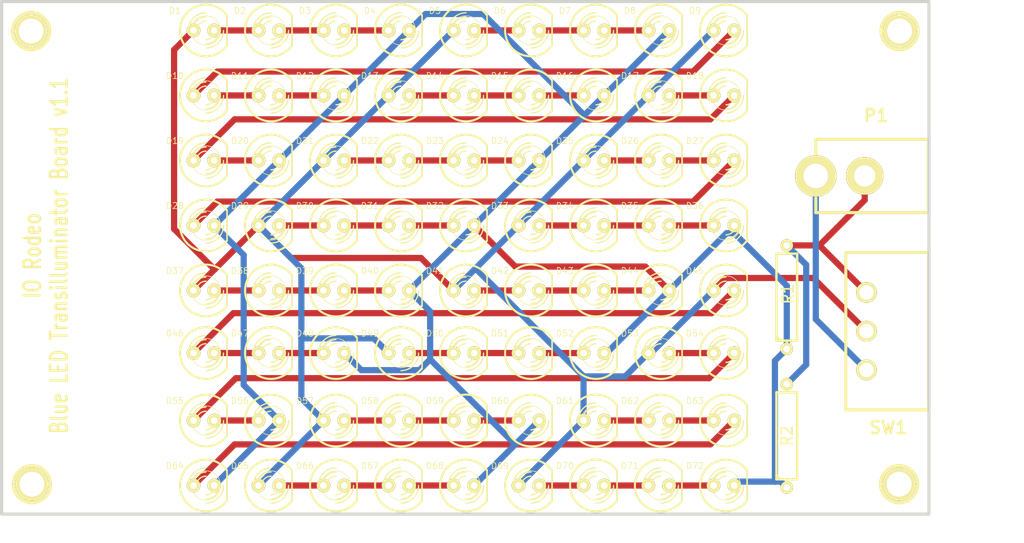
<source format=kicad_pcb>
(kicad_pcb (version 3) (host pcbnew "(2013-mar-13)-testing")

  (general
    (links 95)
    (no_connects 0)
    (area 44.9326 86.34476 191.770002 155.648661)
    (thickness 1.6002)
    (drawings 7)
    (tracks 157)
    (zones 0)
    (modules 80)
    (nets 59)
  )

  (page A4)
  (title_block
    (date "30 aug 2012")
  )

  (layers
    (15 Front signal)
    (0 Back signal)
    (16 B.Adhes user)
    (17 F.Adhes user)
    (18 B.Paste user)
    (19 F.Paste user)
    (20 B.SilkS user)
    (21 F.SilkS user)
    (22 B.Mask user)
    (23 F.Mask user)
    (24 Dwgs.User user)
    (25 Cmts.User user)
    (26 Eco1.User user)
    (27 Eco2.User user)
    (28 Edge.Cuts user)
  )

  (setup
    (last_trace_width 0.762)
    (trace_clearance 0.254)
    (zone_clearance 0.508)
    (zone_45_only no)
    (trace_min 0.2032)
    (segment_width 0.381)
    (edge_width 0.381)
    (via_size 0.889)
    (via_drill 0.635)
    (via_min_size 0.889)
    (via_min_drill 0.508)
    (uvia_size 0.508)
    (uvia_drill 0.127)
    (uvias_allowed no)
    (uvia_min_size 0.508)
    (uvia_min_drill 0.127)
    (pcb_text_width 0.3048)
    (pcb_text_size 1.524 2.032)
    (mod_edge_width 0.381)
    (mod_text_size 1.524 1.524)
    (mod_text_width 0.3048)
    (pad_size 1.6764 1.6764)
    (pad_drill 0.8128)
    (pad_to_mask_clearance 0.254)
    (aux_axis_origin 0 0)
    (visible_elements FFFFFFBF)
    (pcbplotparams
      (layerselection 284196865)
      (usegerberextensions true)
      (excludeedgelayer true)
      (linewidth 0.150000)
      (plotframeref false)
      (viasonmask false)
      (mode 1)
      (useauxorigin false)
      (hpglpennumber 1)
      (hpglpenspeed 20)
      (hpglpendiameter 15)
      (hpglpenoverlay 0)
      (psnegative false)
      (psa4output false)
      (plotreference true)
      (plotvalue true)
      (plotothertext true)
      (plotinvisibletext false)
      (padsonsilk false)
      (subtractmaskfromsilk false)
      (outputformat 1)
      (mirror false)
      (drillshape 1)
      (scaleselection 1)
      (outputdirectory gerner_v1p1/))
  )

  (net 0 "")
  (net 1 /15V)
  (net 2 GND)
  (net 3 N-000001)
  (net 4 N-000003)
  (net 5 N-000004)
  (net 6 N-000005)
  (net 7 N-000006)
  (net 8 N-000007)
  (net 9 N-000008)
  (net 10 N-000009)
  (net 11 N-000010)
  (net 12 N-000011)
  (net 13 N-000012)
  (net 14 N-000013)
  (net 15 N-000014)
  (net 16 N-000015)
  (net 17 N-000016)
  (net 18 N-000017)
  (net 19 N-000018)
  (net 20 N-000019)
  (net 21 N-000020)
  (net 22 N-000021)
  (net 23 N-000022)
  (net 24 N-000023)
  (net 25 N-000024)
  (net 26 N-000025)
  (net 27 N-000026)
  (net 28 N-000027)
  (net 29 N-000028)
  (net 30 N-000029)
  (net 31 N-000031)
  (net 32 N-000032)
  (net 33 N-000033)
  (net 34 N-000034)
  (net 35 N-000035)
  (net 36 N-000036)
  (net 37 N-000037)
  (net 38 N-000038)
  (net 39 N-000039)
  (net 40 N-000040)
  (net 41 N-000041)
  (net 42 N-000042)
  (net 43 N-000043)
  (net 44 N-000044)
  (net 45 N-000045)
  (net 46 N-000046)
  (net 47 N-000047)
  (net 48 N-000048)
  (net 49 N-000049)
  (net 50 N-000050)
  (net 51 N-000051)
  (net 52 N-000052)
  (net 53 N-000053)
  (net 54 N-000054)
  (net 55 N-000055)
  (net 56 N-000056)
  (net 57 N-000057)
  (net 58 N-000058)

  (net_class Default "This is the default net class."
    (clearance 0.254)
    (trace_width 0.762)
    (via_dia 0.889)
    (via_drill 0.635)
    (uvia_dia 0.508)
    (uvia_drill 0.127)
    (add_net "")
    (add_net /15V)
    (add_net GND)
    (add_net N-000001)
    (add_net N-000003)
    (add_net N-000004)
    (add_net N-000005)
    (add_net N-000006)
    (add_net N-000007)
    (add_net N-000008)
    (add_net N-000009)
    (add_net N-000010)
    (add_net N-000011)
    (add_net N-000012)
    (add_net N-000013)
    (add_net N-000014)
    (add_net N-000015)
    (add_net N-000016)
    (add_net N-000017)
    (add_net N-000018)
    (add_net N-000019)
    (add_net N-000020)
    (add_net N-000021)
    (add_net N-000022)
    (add_net N-000023)
    (add_net N-000024)
    (add_net N-000025)
    (add_net N-000026)
    (add_net N-000027)
    (add_net N-000028)
    (add_net N-000029)
    (add_net N-000031)
    (add_net N-000032)
    (add_net N-000033)
    (add_net N-000034)
    (add_net N-000035)
    (add_net N-000036)
    (add_net N-000037)
    (add_net N-000038)
    (add_net N-000039)
    (add_net N-000040)
    (add_net N-000041)
    (add_net N-000042)
    (add_net N-000043)
    (add_net N-000044)
    (add_net N-000045)
    (add_net N-000046)
    (add_net N-000047)
    (add_net N-000048)
    (add_net N-000049)
    (add_net N-000050)
    (add_net N-000051)
    (add_net N-000052)
    (add_net N-000053)
    (add_net N-000054)
    (add_net N-000055)
    (add_net N-000056)
    (add_net N-000057)
    (add_net N-000058)
  )

  (module R5 (layer Front) (tedit 200000) (tstamp 4FE8C9BA)
    (at 157.861 139.954 90)
    (descr "Resistance 5 pas")
    (tags R)
    (path /4FE3A7FD)
    (autoplace_cost180 10)
    (fp_text reference R2 (at 0 0 90) (layer F.SilkS)
      (effects (font (size 1.397 1.27) (thickness 0.2032)))
    )
    (fp_text value R (at 0 0 90) (layer F.SilkS) hide
      (effects (font (size 1.397 1.27) (thickness 0.2032)))
    )
    (fp_line (start -6.35 0) (end -5.334 0) (layer F.SilkS) (width 0.3048))
    (fp_line (start 6.35 0) (end 5.334 0) (layer F.SilkS) (width 0.3048))
    (fp_line (start 5.334 -1.27) (end 5.334 1.27) (layer F.SilkS) (width 0.3048))
    (fp_line (start 5.334 1.27) (end -5.334 1.27) (layer F.SilkS) (width 0.3048))
    (fp_line (start -5.334 1.27) (end -5.334 -1.27) (layer F.SilkS) (width 0.3048))
    (fp_line (start -5.334 -1.27) (end 5.334 -1.27) (layer F.SilkS) (width 0.3048))
    (fp_line (start -5.334 -0.762) (end -4.826 -1.27) (layer F.SilkS) (width 0.3048))
    (pad 1 thru_hole circle (at -6.35 0 90) (size 1.524 1.524) (drill 0.8128)
      (layers *.Cu *.Mask F.SilkS)
      (net 16 N-000015)
    )
    (pad 2 thru_hole circle (at 6.35 0 90) (size 1.524 1.524) (drill 0.8128)
      (layers *.Cu *.Mask F.SilkS)
      (net 2 GND)
    )
    (model discret/resistor.wrl
      (at (xyz 0 0 0))
      (scale (xyz 0.5 0.5 0.5))
      (rotate (xyz 0 0 0))
    )
  )

  (module R5 (layer Front) (tedit 503EAB5B) (tstamp 503EAAC5)
    (at 157.861 122.936 90)
    (descr "Resistance 5 pas")
    (tags R)
    (path /4FE3A482)
    (autoplace_cost180 10)
    (fp_text reference R1 (at 0.381 0.127 90) (layer F.SilkS)
      (effects (font (size 1.397 1.27) (thickness 0.2032)))
    )
    (fp_text value R (at 0 0 90) (layer F.SilkS) hide
      (effects (font (size 1.397 1.27) (thickness 0.2032)))
    )
    (fp_line (start -6.35 0) (end -5.334 0) (layer F.SilkS) (width 0.3048))
    (fp_line (start 6.35 0) (end 5.334 0) (layer F.SilkS) (width 0.3048))
    (fp_line (start 5.334 -1.27) (end 5.334 1.27) (layer F.SilkS) (width 0.3048))
    (fp_line (start 5.334 1.27) (end -5.334 1.27) (layer F.SilkS) (width 0.3048))
    (fp_line (start -5.334 1.27) (end -5.334 -1.27) (layer F.SilkS) (width 0.3048))
    (fp_line (start -5.334 -1.27) (end 5.334 -1.27) (layer F.SilkS) (width 0.3048))
    (fp_line (start -5.334 -0.762) (end -4.826 -1.27) (layer F.SilkS) (width 0.3048))
    (pad 1 thru_hole circle (at -6.35 0 90) (size 1.524 1.524) (drill 0.8128)
      (layers *.Cu *.Mask F.SilkS)
      (net 16 N-000015)
    )
    (pad 2 thru_hole circle (at 6.35 0 90) (size 1.524 1.524) (drill 0.8128)
      (layers *.Cu *.Mask F.SilkS)
      (net 2 GND)
    )
    (model discret/resistor.wrl
      (at (xyz 0 0 0))
      (scale (xyz 0.5 0.5 0.5))
      (rotate (xyz 0 0 0))
    )
  )

  (module DCJACK_2PIN (layer Front) (tedit 4CFD9C4C) (tstamp 4FE8CA4C)
    (at 161.41954 108.0643)
    (path /4FE3AABB)
    (fp_text reference P1 (at 7.39902 -7.39902) (layer F.SilkS)
      (effects (font (thickness 0.3048)))
    )
    (fp_text value CONN_2 (at 7.8994 6.79958) (layer F.SilkS) hide
      (effects (font (thickness 0.3048)))
    )
    (fp_line (start 0 -2.70002) (end 0 -4.50088) (layer F.SilkS) (width 0.381))
    (fp_line (start 0 -4.50088) (end 13.79982 -4.50088) (layer F.SilkS) (width 0.381))
    (fp_line (start 13.79982 -4.50088) (end 13.79982 4.39928) (layer F.SilkS) (width 0.381))
    (fp_line (start 13.79982 4.39928) (end 13.79982 4.50088) (layer F.SilkS) (width 0.381))
    (fp_line (start 13.79982 4.50088) (end 0 4.50088) (layer F.SilkS) (width 0.381))
    (fp_line (start 0 4.50088) (end 0 2.70002) (layer F.SilkS) (width 0.381))
    (pad 1 thru_hole circle (at 0 0) (size 5.08 5.08) (drill 2.99974)
      (layers *.Cu *.Mask F.SilkS)
      (net 1 /15V)
    )
    (pad 2 thru_hole circle (at 5.99948 0) (size 4.59994 4.59994) (drill 2.60096)
      (layers *.Cu *.Mask F.SilkS)
      (net 2 GND)
    )
  )

  (module 1pin (layer Front) (tedit 503FB09D) (tstamp 4FE8E093)
    (at 65.23482 145.88998)
    (descr "module 1 pin (ou trou mecanique de percage)")
    (tags DEV)
    (path 1pin)
    (fp_text reference M4 (at 0 -3.048) (layer F.SilkS) hide
      (effects (font (size 1.016 1.016) (thickness 0.254)))
    )
    (fp_text value P*** (at 0 2.794) (layer F.SilkS) hide
      (effects (font (size 1.016 1.016) (thickness 0.254)))
    )
    (fp_circle (center 0 0) (end 0 -2.286) (layer F.SilkS) (width 0.381))
    (pad 1 thru_hole circle (at 0 0) (size 4.064 4.064) (drill 3.048)
      (layers *.Cu *.Mask F.SilkS)
    )
  )

  (module 1pin (layer Front) (tedit 503FB07F) (tstamp 4FE8DE40)
    (at 171.69892 90.28176)
    (descr "module 1 pin (ou trou mecanique de percage)")
    (tags DEV)
    (path 1pin)
    (fp_text reference M2 (at 0 -3.048) (layer F.SilkS) hide
      (effects (font (size 1.016 1.016) (thickness 0.254)))
    )
    (fp_text value P*** (at 0 2.794) (layer F.SilkS) hide
      (effects (font (size 1.016 1.016) (thickness 0.254)))
    )
    (fp_circle (center 0 0) (end 0 -2.286) (layer F.SilkS) (width 0.381))
    (pad 1 thru_hole circle (at 0 0) (size 4.064 4.064) (drill 3.048)
      (layers *.Cu *.Mask F.SilkS)
    )
  )

  (module 1pin (layer Front) (tedit 503FB093) (tstamp 4FE8DE28)
    (at 171.64558 145.88998)
    (descr "module 1 pin (ou trou mecanique de percage)")
    (tags DEV)
    (path 1pin)
    (fp_text reference M3 (at 0 -3.048) (layer F.SilkS) hide
      (effects (font (size 1.016 1.016) (thickness 0.254)))
    )
    (fp_text value P*** (at 0 2.794) (layer F.SilkS) hide
      (effects (font (size 1.016 1.016) (thickness 0.254)))
    )
    (fp_circle (center 0 0) (end 0 -2.286) (layer F.SilkS) (width 0.381))
    (pad 1 thru_hole circle (at 0 0) (size 4.064 4.064) (drill 3.048)
      (layers *.Cu *.Mask F.SilkS)
    )
  )

  (module 1pin (layer Front) (tedit 503FB06D) (tstamp 4FE8DE38)
    (at 65.13068 90.28176)
    (descr "module 1 pin (ou trou mecanique de percage)")
    (tags DEV)
    (path 1pin)
    (fp_text reference M1 (at 0 -3.048) (layer F.SilkS) hide
      (effects (font (size 1.016 1.016) (thickness 0.254)))
    )
    (fp_text value P*** (at 0 2.794) (layer F.SilkS) hide
      (effects (font (size 1.016 1.016) (thickness 0.254)))
    )
    (fp_circle (center 0 0) (end 0 -2.286) (layer F.SilkS) (width 0.381))
    (pad 1 thru_hole circle (at 0 0) (size 4.064 4.064) (drill 3.048)
      (layers *.Cu *.Mask F.SilkS)
    )
  )

  (module slide_switch (layer Front) (tedit 503FB0AE) (tstamp 503EAA1C)
    (at 170.18 127.1143 90)
    (path /503E9EE5)
    (fp_text reference SW1 (at -11.8237 0.127 180) (layer F.SilkS)
      (effects (font (thickness 0.3048)))
    )
    (fp_text value SWITCH_INV (at 0.8763 2.794 90) (layer F.SilkS) hide
      (effects (font (thickness 0.3048)))
    )
    (fp_line (start -9.652 -5.08) (end 9.652 -5.08) (layer F.SilkS) (width 0.381))
    (fp_line (start 9.652 -5.08) (end 9.652 5.08) (layer F.SilkS) (width 0.381))
    (fp_line (start 9.652 5.08) (end -9.652 5.08) (layer F.SilkS) (width 0.381))
    (fp_line (start -9.652 5.08) (end -9.652 -5.08) (layer F.SilkS) (width 0.381))
    (pad 1 thru_hole circle (at -4.7498 -2.54 90) (size 2.54 2.54) (drill 1.778)
      (layers *.Cu *.Mask F.SilkS)
      (net 1 /15V)
    )
    (pad 2 thru_hole circle (at 0 -2.54 90) (size 2.54 2.54) (drill 1.778)
      (layers *.Cu *.Mask F.SilkS)
      (net 17 N-000016)
    )
    (pad 3 thru_hole circle (at 4.7498 -2.54 90) (size 2.54 2.54) (drill 1.778)
      (layers *.Cu *.Mask F.SilkS)
      (net 2 GND)
    )
  )

  (module "CUSTOM2 LED-5MM" (layer Front) (tedit 503EAF33) (tstamp 4FE8C9E5)
    (at 86.32952 90.2081)
    (descr "LED 5mm - Lead pitch 100mil (2,54mm)")
    (tags "LED led 5mm 5MM 100mil 2,54mm")
    (path /4FE3A010)
    (attr virtual)
    (fp_text reference D1 (at -3.556 -2.413) (layer F.SilkS)
      (effects (font (size 0.762 0.762) (thickness 0.0889)))
    )
    (fp_text value LED (at 0 3.81) (layer F.SilkS) hide
      (effects (font (size 0.762 0.762) (thickness 0.0889)))
    )
    (fp_line (start 2.8448 1.905) (end 2.8448 -1.905) (layer F.SilkS) (width 0.2032))
    (fp_circle (center 0.254 0) (end -1.016 1.27) (layer F.SilkS) (width 0.0762))
    (fp_arc (start 0.254 0) (end 2.794 1.905) (angle 286.2) (layer F.SilkS) (width 0.254))
    (fp_arc (start 0.254 0) (end -0.889 0) (angle 90) (layer F.SilkS) (width 0.1524))
    (fp_arc (start 0.254 0) (end 1.397 0) (angle 90) (layer F.SilkS) (width 0.1524))
    (fp_arc (start 0.254 0) (end -1.397 0) (angle 90) (layer F.SilkS) (width 0.1524))
    (fp_arc (start 0.254 0) (end 1.905 0) (angle 90) (layer F.SilkS) (width 0.1524))
    (fp_arc (start 0.254 0) (end -1.905 0) (angle 90) (layer F.SilkS) (width 0.1524))
    (fp_arc (start 0.254 0) (end 2.413 0) (angle 90) (layer F.SilkS) (width 0.1524))
    (pad 1 thru_hole circle (at -1.27 0) (size 1.6764 1.6764) (drill 0.8128)
      (layers *.Cu *.Mask F.Paste F.SilkS)
      (net 17 N-000016)
    )
    (pad 2 thru_hole circle (at 1.27 0) (size 1.6764 1.6764) (drill 0.8128)
      (layers *.Cu *.Mask F.Paste F.SilkS)
      (net 3 N-000001)
    )
    (model discret/leds/led5_vertical_verde.wrl
      (at (xyz 0 0 0))
      (scale (xyz 1 1 1))
      (rotate (xyz 0 0 0))
    )
  )

  (module "CUSTOM2 LED-5MM" (layer Front) (tedit 503EAF33) (tstamp 4FE8CA27)
    (at 110.2614 146.05)
    (descr "LED 5mm - Lead pitch 100mil (2,54mm)")
    (tags "LED led 5mm 5MM 100mil 2,54mm")
    (path /4FE3A23E)
    (attr virtual)
    (fp_text reference D67 (at -3.556 -2.413) (layer F.SilkS)
      (effects (font (size 0.762 0.762) (thickness 0.0889)))
    )
    (fp_text value LED (at 0 3.81) (layer F.SilkS) hide
      (effects (font (size 0.762 0.762) (thickness 0.0889)))
    )
    (fp_line (start 2.8448 1.905) (end 2.8448 -1.905) (layer F.SilkS) (width 0.2032))
    (fp_circle (center 0.254 0) (end -1.016 1.27) (layer F.SilkS) (width 0.0762))
    (fp_arc (start 0.254 0) (end 2.794 1.905) (angle 286.2) (layer F.SilkS) (width 0.254))
    (fp_arc (start 0.254 0) (end -0.889 0) (angle 90) (layer F.SilkS) (width 0.1524))
    (fp_arc (start 0.254 0) (end 1.397 0) (angle 90) (layer F.SilkS) (width 0.1524))
    (fp_arc (start 0.254 0) (end -1.397 0) (angle 90) (layer F.SilkS) (width 0.1524))
    (fp_arc (start 0.254 0) (end 1.905 0) (angle 90) (layer F.SilkS) (width 0.1524))
    (fp_arc (start 0.254 0) (end -1.905 0) (angle 90) (layer F.SilkS) (width 0.1524))
    (fp_arc (start 0.254 0) (end 2.413 0) (angle 90) (layer F.SilkS) (width 0.1524))
    (pad 1 thru_hole circle (at -1.27 0) (size 1.6764 1.6764) (drill 0.8128)
      (layers *.Cu *.Mask F.Paste F.SilkS)
      (net 32 N-000032)
    )
    (pad 2 thru_hole circle (at 1.27 0) (size 1.6764 1.6764) (drill 0.8128)
      (layers *.Cu *.Mask F.Paste F.SilkS)
      (net 31 N-000031)
    )
    (model discret/leds/led5_vertical_verde.wrl
      (at (xyz 0 0 0))
      (scale (xyz 1 1 1))
      (rotate (xyz 0 0 0))
    )
  )

  (module "CUSTOM2 LED-5MM" (layer Front) (tedit 503EAF33) (tstamp 4FE8CA29)
    (at 118.237 146.05)
    (descr "LED 5mm - Lead pitch 100mil (2,54mm)")
    (tags "LED led 5mm 5MM 100mil 2,54mm")
    (path /4FE3A23F)
    (attr virtual)
    (fp_text reference D68 (at -3.556 -2.413) (layer F.SilkS)
      (effects (font (size 0.762 0.762) (thickness 0.0889)))
    )
    (fp_text value LED (at 0 3.81) (layer F.SilkS) hide
      (effects (font (size 0.762 0.762) (thickness 0.0889)))
    )
    (fp_line (start 2.8448 1.905) (end 2.8448 -1.905) (layer F.SilkS) (width 0.2032))
    (fp_circle (center 0.254 0) (end -1.016 1.27) (layer F.SilkS) (width 0.0762))
    (fp_arc (start 0.254 0) (end 2.794 1.905) (angle 286.2) (layer F.SilkS) (width 0.254))
    (fp_arc (start 0.254 0) (end -0.889 0) (angle 90) (layer F.SilkS) (width 0.1524))
    (fp_arc (start 0.254 0) (end 1.397 0) (angle 90) (layer F.SilkS) (width 0.1524))
    (fp_arc (start 0.254 0) (end -1.397 0) (angle 90) (layer F.SilkS) (width 0.1524))
    (fp_arc (start 0.254 0) (end 1.905 0) (angle 90) (layer F.SilkS) (width 0.1524))
    (fp_arc (start 0.254 0) (end -1.905 0) (angle 90) (layer F.SilkS) (width 0.1524))
    (fp_arc (start 0.254 0) (end 2.413 0) (angle 90) (layer F.SilkS) (width 0.1524))
    (pad 1 thru_hole circle (at -1.27 0) (size 1.6764 1.6764) (drill 0.8128)
      (layers *.Cu *.Mask F.Paste F.SilkS)
      (net 31 N-000031)
    )
    (pad 2 thru_hole circle (at 1.27 0) (size 1.6764 1.6764) (drill 0.8128)
      (layers *.Cu *.Mask F.Paste F.SilkS)
      (net 16 N-000015)
    )
    (model discret/leds/led5_vertical_verde.wrl
      (at (xyz 0 0 0))
      (scale (xyz 1 1 1))
      (rotate (xyz 0 0 0))
    )
  )

  (module "CUSTOM2 LED-5MM" (layer Front) (tedit 503EAF33) (tstamp 4FE8CA1B)
    (at 126.21514 146.05)
    (descr "LED 5mm - Lead pitch 100mil (2,54mm)")
    (tags "LED led 5mm 5MM 100mil 2,54mm")
    (path /4FE3A21C)
    (attr virtual)
    (fp_text reference D69 (at -3.556 -2.413) (layer F.SilkS)
      (effects (font (size 0.762 0.762) (thickness 0.0889)))
    )
    (fp_text value LED (at 0 3.81) (layer F.SilkS) hide
      (effects (font (size 0.762 0.762) (thickness 0.0889)))
    )
    (fp_line (start 2.8448 1.905) (end 2.8448 -1.905) (layer F.SilkS) (width 0.2032))
    (fp_circle (center 0.254 0) (end -1.016 1.27) (layer F.SilkS) (width 0.0762))
    (fp_arc (start 0.254 0) (end 2.794 1.905) (angle 286.2) (layer F.SilkS) (width 0.254))
    (fp_arc (start 0.254 0) (end -0.889 0) (angle 90) (layer F.SilkS) (width 0.1524))
    (fp_arc (start 0.254 0) (end 1.397 0) (angle 90) (layer F.SilkS) (width 0.1524))
    (fp_arc (start 0.254 0) (end -1.397 0) (angle 90) (layer F.SilkS) (width 0.1524))
    (fp_arc (start 0.254 0) (end 1.905 0) (angle 90) (layer F.SilkS) (width 0.1524))
    (fp_arc (start 0.254 0) (end -1.905 0) (angle 90) (layer F.SilkS) (width 0.1524))
    (fp_arc (start 0.254 0) (end 2.413 0) (angle 90) (layer F.SilkS) (width 0.1524))
    (pad 1 thru_hole circle (at -1.27 0) (size 1.6764 1.6764) (drill 0.8128)
      (layers *.Cu *.Mask F.Paste F.SilkS)
      (net 17 N-000016)
    )
    (pad 2 thru_hole circle (at 1.27 0) (size 1.6764 1.6764) (drill 0.8128)
      (layers *.Cu *.Mask F.Paste F.SilkS)
      (net 18 N-000017)
    )
    (model discret/leds/led5_vertical_verde.wrl
      (at (xyz 0 0 0))
      (scale (xyz 1 1 1))
      (rotate (xyz 0 0 0))
    )
  )

  (module "CUSTOM2 LED-5MM" (layer Front) (tedit 503EAF33) (tstamp 4FE8CA1D)
    (at 134.19074 146.05)
    (descr "LED 5mm - Lead pitch 100mil (2,54mm)")
    (tags "LED led 5mm 5MM 100mil 2,54mm")
    (path /4FE3A21D)
    (attr virtual)
    (fp_text reference D70 (at -3.556 -2.413) (layer F.SilkS)
      (effects (font (size 0.762 0.762) (thickness 0.0889)))
    )
    (fp_text value LED (at 0 3.81) (layer F.SilkS) hide
      (effects (font (size 0.762 0.762) (thickness 0.0889)))
    )
    (fp_line (start 2.8448 1.905) (end 2.8448 -1.905) (layer F.SilkS) (width 0.2032))
    (fp_circle (center 0.254 0) (end -1.016 1.27) (layer F.SilkS) (width 0.0762))
    (fp_arc (start 0.254 0) (end 2.794 1.905) (angle 286.2) (layer F.SilkS) (width 0.254))
    (fp_arc (start 0.254 0) (end -0.889 0) (angle 90) (layer F.SilkS) (width 0.1524))
    (fp_arc (start 0.254 0) (end 1.397 0) (angle 90) (layer F.SilkS) (width 0.1524))
    (fp_arc (start 0.254 0) (end -1.397 0) (angle 90) (layer F.SilkS) (width 0.1524))
    (fp_arc (start 0.254 0) (end 1.905 0) (angle 90) (layer F.SilkS) (width 0.1524))
    (fp_arc (start 0.254 0) (end -1.905 0) (angle 90) (layer F.SilkS) (width 0.1524))
    (fp_arc (start 0.254 0) (end 2.413 0) (angle 90) (layer F.SilkS) (width 0.1524))
    (pad 1 thru_hole circle (at -1.27 0) (size 1.6764 1.6764) (drill 0.8128)
      (layers *.Cu *.Mask F.Paste F.SilkS)
      (net 18 N-000017)
    )
    (pad 2 thru_hole circle (at 1.27 0) (size 1.6764 1.6764) (drill 0.8128)
      (layers *.Cu *.Mask F.Paste F.SilkS)
      (net 35 N-000035)
    )
    (model discret/leds/led5_vertical_verde.wrl
      (at (xyz 0 0 0))
      (scale (xyz 1 1 1))
      (rotate (xyz 0 0 0))
    )
  )

  (module "CUSTOM2 LED-5MM" (layer Front) (tedit 503EAF33) (tstamp 4FE8CA1F)
    (at 142.14602 146.05)
    (descr "LED 5mm - Lead pitch 100mil (2,54mm)")
    (tags "LED led 5mm 5MM 100mil 2,54mm")
    (path /4FE3A21E)
    (attr virtual)
    (fp_text reference D71 (at -3.556 -2.413) (layer F.SilkS)
      (effects (font (size 0.762 0.762) (thickness 0.0889)))
    )
    (fp_text value LED (at 0 3.81) (layer F.SilkS) hide
      (effects (font (size 0.762 0.762) (thickness 0.0889)))
    )
    (fp_line (start 2.8448 1.905) (end 2.8448 -1.905) (layer F.SilkS) (width 0.2032))
    (fp_circle (center 0.254 0) (end -1.016 1.27) (layer F.SilkS) (width 0.0762))
    (fp_arc (start 0.254 0) (end 2.794 1.905) (angle 286.2) (layer F.SilkS) (width 0.254))
    (fp_arc (start 0.254 0) (end -0.889 0) (angle 90) (layer F.SilkS) (width 0.1524))
    (fp_arc (start 0.254 0) (end 1.397 0) (angle 90) (layer F.SilkS) (width 0.1524))
    (fp_arc (start 0.254 0) (end -1.397 0) (angle 90) (layer F.SilkS) (width 0.1524))
    (fp_arc (start 0.254 0) (end 1.905 0) (angle 90) (layer F.SilkS) (width 0.1524))
    (fp_arc (start 0.254 0) (end -1.905 0) (angle 90) (layer F.SilkS) (width 0.1524))
    (fp_arc (start 0.254 0) (end 2.413 0) (angle 90) (layer F.SilkS) (width 0.1524))
    (pad 1 thru_hole circle (at -1.27 0) (size 1.6764 1.6764) (drill 0.8128)
      (layers *.Cu *.Mask F.Paste F.SilkS)
      (net 35 N-000035)
    )
    (pad 2 thru_hole circle (at 1.27 0) (size 1.6764 1.6764) (drill 0.8128)
      (layers *.Cu *.Mask F.Paste F.SilkS)
      (net 34 N-000034)
    )
    (model discret/leds/led5_vertical_verde.wrl
      (at (xyz 0 0 0))
      (scale (xyz 1 1 1))
      (rotate (xyz 0 0 0))
    )
  )

  (module "CUSTOM2 LED-5MM" (layer Front) (tedit 503EB18C) (tstamp 4FE8CA21)
    (at 150.14448 146.05)
    (descr "LED 5mm - Lead pitch 100mil (2,54mm)")
    (tags "LED led 5mm 5MM 100mil 2,54mm")
    (path /4FE3A21F)
    (attr virtual)
    (fp_text reference D72 (at -3.556 -2.413) (layer F.SilkS)
      (effects (font (size 0.762 0.762) (thickness 0.0889)))
    )
    (fp_text value LED (at 0 3.81) (layer F.SilkS) hide
      (effects (font (size 0.762 0.762) (thickness 0.0889)))
    )
    (fp_line (start 2.8448 1.905) (end 2.8448 -1.905) (layer F.SilkS) (width 0.2032))
    (fp_circle (center 0.254 0) (end -1.016 1.27) (layer F.SilkS) (width 0.0762))
    (fp_arc (start 0.254 0) (end 2.794 1.905) (angle 286.2) (layer F.SilkS) (width 0.254))
    (fp_arc (start 0.254 0) (end -0.889 0) (angle 90) (layer F.SilkS) (width 0.1524))
    (fp_arc (start 0.254 0) (end 1.397 0) (angle 90) (layer F.SilkS) (width 0.1524))
    (fp_arc (start 0.254 0) (end -1.397 0) (angle 90) (layer F.SilkS) (width 0.1524))
    (fp_arc (start 0.254 0) (end 1.905 0) (angle 90) (layer F.SilkS) (width 0.1524))
    (fp_arc (start 0.254 0) (end -1.905 0) (angle 90) (layer F.SilkS) (width 0.1524))
    (fp_arc (start 0.254 0) (end 2.413 0) (angle 90) (layer F.SilkS) (width 0.1524))
    (pad 1 thru_hole circle (at -1.27 0) (size 1.6764 1.6764) (drill 0.8128)
      (layers *.Cu *.Mask F.Paste F.SilkS)
      (net 34 N-000034)
    )
    (pad 2 thru_hole circle (at 1.27 0) (size 1.6764 1.6764) (drill 0.8128)
      (layers *.Cu *.Mask F.Paste F.SilkS)
      (net 16 N-000015)
    )
    (model discret/leds/led5_vertical_verde.wrl
      (at (xyz 0 0 0))
      (scale (xyz 1 1 1))
      (rotate (xyz 0 0 0))
    )
  )

  (module "CUSTOM2 LED-5MM" (layer Front) (tedit 503EAF33) (tstamp 4FE8CA23)
    (at 94.30766 146.05)
    (descr "LED 5mm - Lead pitch 100mil (2,54mm)")
    (tags "LED led 5mm 5MM 100mil 2,54mm")
    (path /4FE3A23C)
    (attr virtual)
    (fp_text reference D65 (at -3.556 -2.413) (layer F.SilkS)
      (effects (font (size 0.762 0.762) (thickness 0.0889)))
    )
    (fp_text value LED (at 0 3.81) (layer F.SilkS) hide
      (effects (font (size 0.762 0.762) (thickness 0.0889)))
    )
    (fp_line (start 2.8448 1.905) (end 2.8448 -1.905) (layer F.SilkS) (width 0.2032))
    (fp_circle (center 0.254 0) (end -1.016 1.27) (layer F.SilkS) (width 0.0762))
    (fp_arc (start 0.254 0) (end 2.794 1.905) (angle 286.2) (layer F.SilkS) (width 0.254))
    (fp_arc (start 0.254 0) (end -0.889 0) (angle 90) (layer F.SilkS) (width 0.1524))
    (fp_arc (start 0.254 0) (end 1.397 0) (angle 90) (layer F.SilkS) (width 0.1524))
    (fp_arc (start 0.254 0) (end -1.397 0) (angle 90) (layer F.SilkS) (width 0.1524))
    (fp_arc (start 0.254 0) (end 1.905 0) (angle 90) (layer F.SilkS) (width 0.1524))
    (fp_arc (start 0.254 0) (end -1.905 0) (angle 90) (layer F.SilkS) (width 0.1524))
    (fp_arc (start 0.254 0) (end 2.413 0) (angle 90) (layer F.SilkS) (width 0.1524))
    (pad 1 thru_hole circle (at -1.27 0) (size 1.6764 1.6764) (drill 0.8128)
      (layers *.Cu *.Mask F.Paste F.SilkS)
      (net 17 N-000016)
    )
    (pad 2 thru_hole circle (at 1.27 0) (size 1.6764 1.6764) (drill 0.8128)
      (layers *.Cu *.Mask F.Paste F.SilkS)
      (net 33 N-000033)
    )
    (model discret/leds/led5_vertical_verde.wrl
      (at (xyz 0 0 0))
      (scale (xyz 1 1 1))
      (rotate (xyz 0 0 0))
    )
  )

  (module "CUSTOM2 LED-5MM" (layer Front) (tedit 503EAF33) (tstamp 4FE8CA25)
    (at 102.28326 146.05)
    (descr "LED 5mm - Lead pitch 100mil (2,54mm)")
    (tags "LED led 5mm 5MM 100mil 2,54mm")
    (path /4FE3A23D)
    (attr virtual)
    (fp_text reference D66 (at -3.556 -2.413) (layer F.SilkS)
      (effects (font (size 0.762 0.762) (thickness 0.0889)))
    )
    (fp_text value LED (at 0 3.81) (layer F.SilkS) hide
      (effects (font (size 0.762 0.762) (thickness 0.0889)))
    )
    (fp_line (start 2.8448 1.905) (end 2.8448 -1.905) (layer F.SilkS) (width 0.2032))
    (fp_circle (center 0.254 0) (end -1.016 1.27) (layer F.SilkS) (width 0.0762))
    (fp_arc (start 0.254 0) (end 2.794 1.905) (angle 286.2) (layer F.SilkS) (width 0.254))
    (fp_arc (start 0.254 0) (end -0.889 0) (angle 90) (layer F.SilkS) (width 0.1524))
    (fp_arc (start 0.254 0) (end 1.397 0) (angle 90) (layer F.SilkS) (width 0.1524))
    (fp_arc (start 0.254 0) (end -1.397 0) (angle 90) (layer F.SilkS) (width 0.1524))
    (fp_arc (start 0.254 0) (end 1.905 0) (angle 90) (layer F.SilkS) (width 0.1524))
    (fp_arc (start 0.254 0) (end -1.905 0) (angle 90) (layer F.SilkS) (width 0.1524))
    (fp_arc (start 0.254 0) (end 2.413 0) (angle 90) (layer F.SilkS) (width 0.1524))
    (pad 1 thru_hole circle (at -1.27 0) (size 1.6764 1.6764) (drill 0.8128)
      (layers *.Cu *.Mask F.Paste F.SilkS)
      (net 33 N-000033)
    )
    (pad 2 thru_hole circle (at 1.27 0) (size 1.6764 1.6764) (drill 0.8128)
      (layers *.Cu *.Mask F.Paste F.SilkS)
      (net 32 N-000032)
    )
    (model discret/leds/led5_vertical_verde.wrl
      (at (xyz 0 0 0))
      (scale (xyz 1 1 1))
      (rotate (xyz 0 0 0))
    )
  )

  (module "CUSTOM2 LED-5MM" (layer Front) (tedit 503EAF33) (tstamp 4FE8CA3F)
    (at 102.28326 138.0744)
    (descr "LED 5mm - Lead pitch 100mil (2,54mm)")
    (tags "LED led 5mm 5MM 100mil 2,54mm")
    (path /4FE3A20B)
    (attr virtual)
    (fp_text reference D57 (at -3.556 -2.413) (layer F.SilkS)
      (effects (font (size 0.762 0.762) (thickness 0.0889)))
    )
    (fp_text value LED (at 0 3.81) (layer F.SilkS) hide
      (effects (font (size 0.762 0.762) (thickness 0.0889)))
    )
    (fp_line (start 2.8448 1.905) (end 2.8448 -1.905) (layer F.SilkS) (width 0.2032))
    (fp_circle (center 0.254 0) (end -1.016 1.27) (layer F.SilkS) (width 0.0762))
    (fp_arc (start 0.254 0) (end 2.794 1.905) (angle 286.2) (layer F.SilkS) (width 0.254))
    (fp_arc (start 0.254 0) (end -0.889 0) (angle 90) (layer F.SilkS) (width 0.1524))
    (fp_arc (start 0.254 0) (end 1.397 0) (angle 90) (layer F.SilkS) (width 0.1524))
    (fp_arc (start 0.254 0) (end -1.397 0) (angle 90) (layer F.SilkS) (width 0.1524))
    (fp_arc (start 0.254 0) (end 1.905 0) (angle 90) (layer F.SilkS) (width 0.1524))
    (fp_arc (start 0.254 0) (end -1.905 0) (angle 90) (layer F.SilkS) (width 0.1524))
    (fp_arc (start 0.254 0) (end 2.413 0) (angle 90) (layer F.SilkS) (width 0.1524))
    (pad 1 thru_hole circle (at -1.27 0) (size 1.6764 1.6764) (drill 0.8128)
      (layers *.Cu *.Mask F.Paste F.SilkS)
      (net 17 N-000016)
    )
    (pad 2 thru_hole circle (at 1.27 0) (size 1.6764 1.6764) (drill 0.8128)
      (layers *.Cu *.Mask F.Paste F.SilkS)
      (net 48 N-000048)
    )
    (model discret/leds/led5_vertical_verde.wrl
      (at (xyz 0 0 0))
      (scale (xyz 1 1 1))
      (rotate (xyz 0 0 0))
    )
  )

  (module "CUSTOM2 LED-5MM" (layer Front) (tedit 503EAF33) (tstamp 4FE8CA3D)
    (at 110.2614 138.0744)
    (descr "LED 5mm - Lead pitch 100mil (2,54mm)")
    (tags "LED led 5mm 5MM 100mil 2,54mm")
    (path /4FE3A20A)
    (attr virtual)
    (fp_text reference D58 (at -3.556 -2.413) (layer F.SilkS)
      (effects (font (size 0.762 0.762) (thickness 0.0889)))
    )
    (fp_text value LED (at 0 3.81) (layer F.SilkS) hide
      (effects (font (size 0.762 0.762) (thickness 0.0889)))
    )
    (fp_line (start 2.8448 1.905) (end 2.8448 -1.905) (layer F.SilkS) (width 0.2032))
    (fp_circle (center 0.254 0) (end -1.016 1.27) (layer F.SilkS) (width 0.0762))
    (fp_arc (start 0.254 0) (end 2.794 1.905) (angle 286.2) (layer F.SilkS) (width 0.254))
    (fp_arc (start 0.254 0) (end -0.889 0) (angle 90) (layer F.SilkS) (width 0.1524))
    (fp_arc (start 0.254 0) (end 1.397 0) (angle 90) (layer F.SilkS) (width 0.1524))
    (fp_arc (start 0.254 0) (end -1.397 0) (angle 90) (layer F.SilkS) (width 0.1524))
    (fp_arc (start 0.254 0) (end 1.905 0) (angle 90) (layer F.SilkS) (width 0.1524))
    (fp_arc (start 0.254 0) (end -1.905 0) (angle 90) (layer F.SilkS) (width 0.1524))
    (fp_arc (start 0.254 0) (end 2.413 0) (angle 90) (layer F.SilkS) (width 0.1524))
    (pad 1 thru_hole circle (at -1.27 0) (size 1.6764 1.6764) (drill 0.8128)
      (layers *.Cu *.Mask F.Paste F.SilkS)
      (net 48 N-000048)
    )
    (pad 2 thru_hole circle (at 1.27 0) (size 1.6764 1.6764) (drill 0.8128)
      (layers *.Cu *.Mask F.Paste F.SilkS)
      (net 49 N-000049)
    )
    (model discret/leds/led5_vertical_verde.wrl
      (at (xyz 0 0 0))
      (scale (xyz 1 1 1))
      (rotate (xyz 0 0 0))
    )
  )

  (module "CUSTOM2 LED-5MM" (layer Front) (tedit 503EAF33) (tstamp 4FE8CA3B)
    (at 118.237 138.0744)
    (descr "LED 5mm - Lead pitch 100mil (2,54mm)")
    (tags "LED led 5mm 5MM 100mil 2,54mm")
    (path /4FE3A209)
    (attr virtual)
    (fp_text reference D59 (at -3.556 -2.413) (layer F.SilkS)
      (effects (font (size 0.762 0.762) (thickness 0.0889)))
    )
    (fp_text value LED (at 0 3.81) (layer F.SilkS) hide
      (effects (font (size 0.762 0.762) (thickness 0.0889)))
    )
    (fp_line (start 2.8448 1.905) (end 2.8448 -1.905) (layer F.SilkS) (width 0.2032))
    (fp_circle (center 0.254 0) (end -1.016 1.27) (layer F.SilkS) (width 0.0762))
    (fp_arc (start 0.254 0) (end 2.794 1.905) (angle 286.2) (layer F.SilkS) (width 0.254))
    (fp_arc (start 0.254 0) (end -0.889 0) (angle 90) (layer F.SilkS) (width 0.1524))
    (fp_arc (start 0.254 0) (end 1.397 0) (angle 90) (layer F.SilkS) (width 0.1524))
    (fp_arc (start 0.254 0) (end -1.397 0) (angle 90) (layer F.SilkS) (width 0.1524))
    (fp_arc (start 0.254 0) (end 1.905 0) (angle 90) (layer F.SilkS) (width 0.1524))
    (fp_arc (start 0.254 0) (end -1.905 0) (angle 90) (layer F.SilkS) (width 0.1524))
    (fp_arc (start 0.254 0) (end 2.413 0) (angle 90) (layer F.SilkS) (width 0.1524))
    (pad 1 thru_hole circle (at -1.27 0) (size 1.6764 1.6764) (drill 0.8128)
      (layers *.Cu *.Mask F.Paste F.SilkS)
      (net 49 N-000049)
    )
    (pad 2 thru_hole circle (at 1.27 0) (size 1.6764 1.6764) (drill 0.8128)
      (layers *.Cu *.Mask F.Paste F.SilkS)
      (net 50 N-000050)
    )
    (model discret/leds/led5_vertical_verde.wrl
      (at (xyz 0 0 0))
      (scale (xyz 1 1 1))
      (rotate (xyz 0 0 0))
    )
  )

  (module "CUSTOM2 LED-5MM" (layer Front) (tedit 503EAF33) (tstamp 4FE8CA39)
    (at 126.21514 138.0744)
    (descr "LED 5mm - Lead pitch 100mil (2,54mm)")
    (tags "LED led 5mm 5MM 100mil 2,54mm")
    (path /4FE3A208)
    (attr virtual)
    (fp_text reference D60 (at -3.556 -2.413) (layer F.SilkS)
      (effects (font (size 0.762 0.762) (thickness 0.0889)))
    )
    (fp_text value LED (at 0 3.81) (layer F.SilkS) hide
      (effects (font (size 0.762 0.762) (thickness 0.0889)))
    )
    (fp_line (start 2.8448 1.905) (end 2.8448 -1.905) (layer F.SilkS) (width 0.2032))
    (fp_circle (center 0.254 0) (end -1.016 1.27) (layer F.SilkS) (width 0.0762))
    (fp_arc (start 0.254 0) (end 2.794 1.905) (angle 286.2) (layer F.SilkS) (width 0.254))
    (fp_arc (start 0.254 0) (end -0.889 0) (angle 90) (layer F.SilkS) (width 0.1524))
    (fp_arc (start 0.254 0) (end 1.397 0) (angle 90) (layer F.SilkS) (width 0.1524))
    (fp_arc (start 0.254 0) (end -1.397 0) (angle 90) (layer F.SilkS) (width 0.1524))
    (fp_arc (start 0.254 0) (end 1.905 0) (angle 90) (layer F.SilkS) (width 0.1524))
    (fp_arc (start 0.254 0) (end -1.905 0) (angle 90) (layer F.SilkS) (width 0.1524))
    (fp_arc (start 0.254 0) (end 2.413 0) (angle 90) (layer F.SilkS) (width 0.1524))
    (pad 1 thru_hole circle (at -1.27 0) (size 1.6764 1.6764) (drill 0.8128)
      (layers *.Cu *.Mask F.Paste F.SilkS)
      (net 50 N-000050)
    )
    (pad 2 thru_hole circle (at 1.27 0) (size 1.6764 1.6764) (drill 0.8128)
      (layers *.Cu *.Mask F.Paste F.SilkS)
      (net 16 N-000015)
    )
    (model discret/leds/led5_vertical_verde.wrl
      (at (xyz 0 0 0))
      (scale (xyz 1 1 1))
      (rotate (xyz 0 0 0))
    )
  )

  (module "CUSTOM2 LED-5MM" (layer Front) (tedit 503EAF33) (tstamp 4FE8CA31)
    (at 134.19074 138.0744)
    (descr "LED 5mm - Lead pitch 100mil (2,54mm)")
    (tags "LED led 5mm 5MM 100mil 2,54mm")
    (path /4FE3A204)
    (attr virtual)
    (fp_text reference D61 (at -3.556 -2.413) (layer F.SilkS)
      (effects (font (size 0.762 0.762) (thickness 0.0889)))
    )
    (fp_text value LED (at 0 3.81) (layer F.SilkS) hide
      (effects (font (size 0.762 0.762) (thickness 0.0889)))
    )
    (fp_line (start 2.8448 1.905) (end 2.8448 -1.905) (layer F.SilkS) (width 0.2032))
    (fp_circle (center 0.254 0) (end -1.016 1.27) (layer F.SilkS) (width 0.0762))
    (fp_arc (start 0.254 0) (end 2.794 1.905) (angle 286.2) (layer F.SilkS) (width 0.254))
    (fp_arc (start 0.254 0) (end -0.889 0) (angle 90) (layer F.SilkS) (width 0.1524))
    (fp_arc (start 0.254 0) (end 1.397 0) (angle 90) (layer F.SilkS) (width 0.1524))
    (fp_arc (start 0.254 0) (end -1.397 0) (angle 90) (layer F.SilkS) (width 0.1524))
    (fp_arc (start 0.254 0) (end 1.905 0) (angle 90) (layer F.SilkS) (width 0.1524))
    (fp_arc (start 0.254 0) (end -1.905 0) (angle 90) (layer F.SilkS) (width 0.1524))
    (fp_arc (start 0.254 0) (end 2.413 0) (angle 90) (layer F.SilkS) (width 0.1524))
    (pad 1 thru_hole circle (at -1.27 0) (size 1.6764 1.6764) (drill 0.8128)
      (layers *.Cu *.Mask F.Paste F.SilkS)
      (net 17 N-000016)
    )
    (pad 2 thru_hole circle (at 1.27 0) (size 1.6764 1.6764) (drill 0.8128)
      (layers *.Cu *.Mask F.Paste F.SilkS)
      (net 53 N-000053)
    )
    (model discret/leds/led5_vertical_verde.wrl
      (at (xyz 0 0 0))
      (scale (xyz 1 1 1))
      (rotate (xyz 0 0 0))
    )
  )

  (module "CUSTOM2 LED-5MM" (layer Front) (tedit 503EAF33) (tstamp 4FE8CA33)
    (at 142.16888 138.0744)
    (descr "LED 5mm - Lead pitch 100mil (2,54mm)")
    (tags "LED led 5mm 5MM 100mil 2,54mm")
    (path /4FE3A205)
    (attr virtual)
    (fp_text reference D62 (at -3.556 -2.413) (layer F.SilkS)
      (effects (font (size 0.762 0.762) (thickness 0.0889)))
    )
    (fp_text value LED (at 0 3.81) (layer F.SilkS) hide
      (effects (font (size 0.762 0.762) (thickness 0.0889)))
    )
    (fp_line (start 2.8448 1.905) (end 2.8448 -1.905) (layer F.SilkS) (width 0.2032))
    (fp_circle (center 0.254 0) (end -1.016 1.27) (layer F.SilkS) (width 0.0762))
    (fp_arc (start 0.254 0) (end 2.794 1.905) (angle 286.2) (layer F.SilkS) (width 0.254))
    (fp_arc (start 0.254 0) (end -0.889 0) (angle 90) (layer F.SilkS) (width 0.1524))
    (fp_arc (start 0.254 0) (end 1.397 0) (angle 90) (layer F.SilkS) (width 0.1524))
    (fp_arc (start 0.254 0) (end -1.397 0) (angle 90) (layer F.SilkS) (width 0.1524))
    (fp_arc (start 0.254 0) (end 1.905 0) (angle 90) (layer F.SilkS) (width 0.1524))
    (fp_arc (start 0.254 0) (end -1.905 0) (angle 90) (layer F.SilkS) (width 0.1524))
    (fp_arc (start 0.254 0) (end 2.413 0) (angle 90) (layer F.SilkS) (width 0.1524))
    (pad 1 thru_hole circle (at -1.27 0) (size 1.6764 1.6764) (drill 0.8128)
      (layers *.Cu *.Mask F.Paste F.SilkS)
      (net 53 N-000053)
    )
    (pad 2 thru_hole circle (at 1.27 0) (size 1.6764 1.6764) (drill 0.8128)
      (layers *.Cu *.Mask F.Paste F.SilkS)
      (net 52 N-000052)
    )
    (model discret/leds/led5_vertical_verde.wrl
      (at (xyz 0 0 0))
      (scale (xyz 1 1 1))
      (rotate (xyz 0 0 0))
    )
  )

  (module "CUSTOM2 LED-5MM" (layer Front) (tedit 503EAF33) (tstamp 4FE8CA35)
    (at 150.14448 138.0744)
    (descr "LED 5mm - Lead pitch 100mil (2,54mm)")
    (tags "LED led 5mm 5MM 100mil 2,54mm")
    (path /4FE3A206)
    (attr virtual)
    (fp_text reference D63 (at -3.556 -2.413) (layer F.SilkS)
      (effects (font (size 0.762 0.762) (thickness 0.0889)))
    )
    (fp_text value LED (at 0 3.81) (layer F.SilkS) hide
      (effects (font (size 0.762 0.762) (thickness 0.0889)))
    )
    (fp_line (start 2.8448 1.905) (end 2.8448 -1.905) (layer F.SilkS) (width 0.2032))
    (fp_circle (center 0.254 0) (end -1.016 1.27) (layer F.SilkS) (width 0.0762))
    (fp_arc (start 0.254 0) (end 2.794 1.905) (angle 286.2) (layer F.SilkS) (width 0.254))
    (fp_arc (start 0.254 0) (end -0.889 0) (angle 90) (layer F.SilkS) (width 0.1524))
    (fp_arc (start 0.254 0) (end 1.397 0) (angle 90) (layer F.SilkS) (width 0.1524))
    (fp_arc (start 0.254 0) (end -1.397 0) (angle 90) (layer F.SilkS) (width 0.1524))
    (fp_arc (start 0.254 0) (end 1.905 0) (angle 90) (layer F.SilkS) (width 0.1524))
    (fp_arc (start 0.254 0) (end -1.905 0) (angle 90) (layer F.SilkS) (width 0.1524))
    (fp_arc (start 0.254 0) (end 2.413 0) (angle 90) (layer F.SilkS) (width 0.1524))
    (pad 1 thru_hole circle (at -1.27 0) (size 1.6764 1.6764) (drill 0.8128)
      (layers *.Cu *.Mask F.Paste F.SilkS)
      (net 52 N-000052)
    )
    (pad 2 thru_hole circle (at 1.27 0) (size 1.6764 1.6764) (drill 0.8128)
      (layers *.Cu *.Mask F.Paste F.SilkS)
      (net 51 N-000051)
    )
    (model discret/leds/led5_vertical_verde.wrl
      (at (xyz 0 0 0))
      (scale (xyz 1 1 1))
      (rotate (xyz 0 0 0))
    )
  )

  (module "CUSTOM2 LED-5MM" (layer Front) (tedit 503EAF33) (tstamp 4FE8CA2B)
    (at 94.30766 138.0744)
    (descr "LED 5mm - Lead pitch 100mil (2,54mm)")
    (tags "LED led 5mm 5MM 100mil 2,54mm")
    (path /4FE3A200)
    (attr virtual)
    (fp_text reference D56 (at -3.556 -2.413) (layer F.SilkS)
      (effects (font (size 0.762 0.762) (thickness 0.0889)))
    )
    (fp_text value LED (at 0 3.81) (layer F.SilkS) hide
      (effects (font (size 0.762 0.762) (thickness 0.0889)))
    )
    (fp_line (start 2.8448 1.905) (end 2.8448 -1.905) (layer F.SilkS) (width 0.2032))
    (fp_circle (center 0.254 0) (end -1.016 1.27) (layer F.SilkS) (width 0.0762))
    (fp_arc (start 0.254 0) (end 2.794 1.905) (angle 286.2) (layer F.SilkS) (width 0.254))
    (fp_arc (start 0.254 0) (end -0.889 0) (angle 90) (layer F.SilkS) (width 0.1524))
    (fp_arc (start 0.254 0) (end 1.397 0) (angle 90) (layer F.SilkS) (width 0.1524))
    (fp_arc (start 0.254 0) (end -1.397 0) (angle 90) (layer F.SilkS) (width 0.1524))
    (fp_arc (start 0.254 0) (end 1.905 0) (angle 90) (layer F.SilkS) (width 0.1524))
    (fp_arc (start 0.254 0) (end -1.905 0) (angle 90) (layer F.SilkS) (width 0.1524))
    (fp_arc (start 0.254 0) (end 2.413 0) (angle 90) (layer F.SilkS) (width 0.1524))
    (pad 1 thru_hole circle (at -1.27 0) (size 1.6764 1.6764) (drill 0.8128)
      (layers *.Cu *.Mask F.Paste F.SilkS)
      (net 56 N-000056)
    )
    (pad 2 thru_hole circle (at 1.27 0) (size 1.6764 1.6764) (drill 0.8128)
      (layers *.Cu *.Mask F.Paste F.SilkS)
      (net 16 N-000015)
    )
    (model discret/leds/led5_vertical_verde.wrl
      (at (xyz 0 0 0))
      (scale (xyz 1 1 1))
      (rotate (xyz 0 0 0))
    )
  )

  (module "CUSTOM2 LED-5MM" (layer Front) (tedit 503EAF33) (tstamp 4FE8CA49)
    (at 102.28326 129.79654)
    (descr "LED 5mm - Lead pitch 100mil (2,54mm)")
    (tags "LED led 5mm 5MM 100mil 2,54mm")
    (path /4FE3A210)
    (attr virtual)
    (fp_text reference D48 (at -3.556 -2.413) (layer F.SilkS)
      (effects (font (size 0.762 0.762) (thickness 0.0889)))
    )
    (fp_text value LED (at 0 3.81) (layer F.SilkS) hide
      (effects (font (size 0.762 0.762) (thickness 0.0889)))
    )
    (fp_line (start 2.8448 1.905) (end 2.8448 -1.905) (layer F.SilkS) (width 0.2032))
    (fp_circle (center 0.254 0) (end -1.016 1.27) (layer F.SilkS) (width 0.0762))
    (fp_arc (start 0.254 0) (end 2.794 1.905) (angle 286.2) (layer F.SilkS) (width 0.254))
    (fp_arc (start 0.254 0) (end -0.889 0) (angle 90) (layer F.SilkS) (width 0.1524))
    (fp_arc (start 0.254 0) (end 1.397 0) (angle 90) (layer F.SilkS) (width 0.1524))
    (fp_arc (start 0.254 0) (end -1.397 0) (angle 90) (layer F.SilkS) (width 0.1524))
    (fp_arc (start 0.254 0) (end 1.905 0) (angle 90) (layer F.SilkS) (width 0.1524))
    (fp_arc (start 0.254 0) (end -1.905 0) (angle 90) (layer F.SilkS) (width 0.1524))
    (fp_arc (start 0.254 0) (end 2.413 0) (angle 90) (layer F.SilkS) (width 0.1524))
    (pad 1 thru_hole circle (at -1.27 0) (size 1.6764 1.6764) (drill 0.8128)
      (layers *.Cu *.Mask F.Paste F.SilkS)
      (net 27 N-000026)
    )
    (pad 2 thru_hole circle (at 1.27 0) (size 1.6764 1.6764) (drill 0.8128)
      (layers *.Cu *.Mask F.Paste F.SilkS)
      (net 16 N-000015)
    )
    (model discret/leds/led5_vertical_verde.wrl
      (at (xyz 0 0 0))
      (scale (xyz 1 1 1))
      (rotate (xyz 0 0 0))
    )
  )

  (module "CUSTOM2 LED-5MM" (layer Front) (tedit 503EAF33) (tstamp 4FE8C9DB)
    (at 110.2614 129.79654)
    (descr "LED 5mm - Lead pitch 100mil (2,54mm)")
    (tags "LED led 5mm 5MM 100mil 2,54mm")
    (path /4FE3A1FC)
    (attr virtual)
    (fp_text reference D49 (at -3.556 -2.413) (layer F.SilkS)
      (effects (font (size 0.762 0.762) (thickness 0.0889)))
    )
    (fp_text value LED (at 0 3.81) (layer F.SilkS) hide
      (effects (font (size 0.762 0.762) (thickness 0.0889)))
    )
    (fp_line (start 2.8448 1.905) (end 2.8448 -1.905) (layer F.SilkS) (width 0.2032))
    (fp_circle (center 0.254 0) (end -1.016 1.27) (layer F.SilkS) (width 0.0762))
    (fp_arc (start 0.254 0) (end 2.794 1.905) (angle 286.2) (layer F.SilkS) (width 0.254))
    (fp_arc (start 0.254 0) (end -0.889 0) (angle 90) (layer F.SilkS) (width 0.1524))
    (fp_arc (start 0.254 0) (end 1.397 0) (angle 90) (layer F.SilkS) (width 0.1524))
    (fp_arc (start 0.254 0) (end -1.397 0) (angle 90) (layer F.SilkS) (width 0.1524))
    (fp_arc (start 0.254 0) (end 1.905 0) (angle 90) (layer F.SilkS) (width 0.1524))
    (fp_arc (start 0.254 0) (end -1.905 0) (angle 90) (layer F.SilkS) (width 0.1524))
    (fp_arc (start 0.254 0) (end 2.413 0) (angle 90) (layer F.SilkS) (width 0.1524))
    (pad 1 thru_hole circle (at -1.27 0) (size 1.6764 1.6764) (drill 0.8128)
      (layers *.Cu *.Mask F.Paste F.SilkS)
      (net 17 N-000016)
    )
    (pad 2 thru_hole circle (at 1.27 0) (size 1.6764 1.6764) (drill 0.8128)
      (layers *.Cu *.Mask F.Paste F.SilkS)
      (net 36 N-000036)
    )
    (model discret/leds/led5_vertical_verde.wrl
      (at (xyz 0 0 0))
      (scale (xyz 1 1 1))
      (rotate (xyz 0 0 0))
    )
  )

  (module "CUSTOM2 LED-5MM" (layer Front) (tedit 503EAF33) (tstamp 4FE8C9DD)
    (at 118.237 129.79654)
    (descr "LED 5mm - Lead pitch 100mil (2,54mm)")
    (tags "LED led 5mm 5MM 100mil 2,54mm")
    (path /4FE3A1FD)
    (attr virtual)
    (fp_text reference D50 (at -3.556 -2.413) (layer F.SilkS)
      (effects (font (size 0.762 0.762) (thickness 0.0889)))
    )
    (fp_text value LED (at 0 3.81) (layer F.SilkS) hide
      (effects (font (size 0.762 0.762) (thickness 0.0889)))
    )
    (fp_line (start 2.8448 1.905) (end 2.8448 -1.905) (layer F.SilkS) (width 0.2032))
    (fp_circle (center 0.254 0) (end -1.016 1.27) (layer F.SilkS) (width 0.0762))
    (fp_arc (start 0.254 0) (end 2.794 1.905) (angle 286.2) (layer F.SilkS) (width 0.254))
    (fp_arc (start 0.254 0) (end -0.889 0) (angle 90) (layer F.SilkS) (width 0.1524))
    (fp_arc (start 0.254 0) (end 1.397 0) (angle 90) (layer F.SilkS) (width 0.1524))
    (fp_arc (start 0.254 0) (end -1.397 0) (angle 90) (layer F.SilkS) (width 0.1524))
    (fp_arc (start 0.254 0) (end 1.905 0) (angle 90) (layer F.SilkS) (width 0.1524))
    (fp_arc (start 0.254 0) (end -1.905 0) (angle 90) (layer F.SilkS) (width 0.1524))
    (fp_arc (start 0.254 0) (end 2.413 0) (angle 90) (layer F.SilkS) (width 0.1524))
    (pad 1 thru_hole circle (at -1.27 0) (size 1.6764 1.6764) (drill 0.8128)
      (layers *.Cu *.Mask F.Paste F.SilkS)
      (net 36 N-000036)
    )
    (pad 2 thru_hole circle (at 1.27 0) (size 1.6764 1.6764) (drill 0.8128)
      (layers *.Cu *.Mask F.Paste F.SilkS)
      (net 58 N-000058)
    )
    (model discret/leds/led5_vertical_verde.wrl
      (at (xyz 0 0 0))
      (scale (xyz 1 1 1))
      (rotate (xyz 0 0 0))
    )
  )

  (module "CUSTOM2 LED-5MM" (layer Front) (tedit 503EAF33) (tstamp 4FE8C9DF)
    (at 126.21514 129.79654)
    (descr "LED 5mm - Lead pitch 100mil (2,54mm)")
    (tags "LED led 5mm 5MM 100mil 2,54mm")
    (path /4FE3A1FE)
    (attr virtual)
    (fp_text reference D51 (at -3.556 -2.413) (layer F.SilkS)
      (effects (font (size 0.762 0.762) (thickness 0.0889)))
    )
    (fp_text value LED (at 0 3.81) (layer F.SilkS) hide
      (effects (font (size 0.762 0.762) (thickness 0.0889)))
    )
    (fp_line (start 2.8448 1.905) (end 2.8448 -1.905) (layer F.SilkS) (width 0.2032))
    (fp_circle (center 0.254 0) (end -1.016 1.27) (layer F.SilkS) (width 0.0762))
    (fp_arc (start 0.254 0) (end 2.794 1.905) (angle 286.2) (layer F.SilkS) (width 0.254))
    (fp_arc (start 0.254 0) (end -0.889 0) (angle 90) (layer F.SilkS) (width 0.1524))
    (fp_arc (start 0.254 0) (end 1.397 0) (angle 90) (layer F.SilkS) (width 0.1524))
    (fp_arc (start 0.254 0) (end -1.397 0) (angle 90) (layer F.SilkS) (width 0.1524))
    (fp_arc (start 0.254 0) (end 1.905 0) (angle 90) (layer F.SilkS) (width 0.1524))
    (fp_arc (start 0.254 0) (end -1.905 0) (angle 90) (layer F.SilkS) (width 0.1524))
    (fp_arc (start 0.254 0) (end 2.413 0) (angle 90) (layer F.SilkS) (width 0.1524))
    (pad 1 thru_hole circle (at -1.27 0) (size 1.6764 1.6764) (drill 0.8128)
      (layers *.Cu *.Mask F.Paste F.SilkS)
      (net 58 N-000058)
    )
    (pad 2 thru_hole circle (at 1.27 0) (size 1.6764 1.6764) (drill 0.8128)
      (layers *.Cu *.Mask F.Paste F.SilkS)
      (net 57 N-000057)
    )
    (model discret/leds/led5_vertical_verde.wrl
      (at (xyz 0 0 0))
      (scale (xyz 1 1 1))
      (rotate (xyz 0 0 0))
    )
  )

  (module "CUSTOM2 LED-5MM" (layer Front) (tedit 503EAF33) (tstamp 4FE8C9E1)
    (at 134.19074 129.79654)
    (descr "LED 5mm - Lead pitch 100mil (2,54mm)")
    (tags "LED led 5mm 5MM 100mil 2,54mm")
    (path /4FE3A1FF)
    (attr virtual)
    (fp_text reference D52 (at -3.556 -2.413) (layer F.SilkS)
      (effects (font (size 0.762 0.762) (thickness 0.0889)))
    )
    (fp_text value LED (at 0 3.81) (layer F.SilkS) hide
      (effects (font (size 0.762 0.762) (thickness 0.0889)))
    )
    (fp_line (start 2.8448 1.905) (end 2.8448 -1.905) (layer F.SilkS) (width 0.2032))
    (fp_circle (center 0.254 0) (end -1.016 1.27) (layer F.SilkS) (width 0.0762))
    (fp_arc (start 0.254 0) (end 2.794 1.905) (angle 286.2) (layer F.SilkS) (width 0.254))
    (fp_arc (start 0.254 0) (end -0.889 0) (angle 90) (layer F.SilkS) (width 0.1524))
    (fp_arc (start 0.254 0) (end 1.397 0) (angle 90) (layer F.SilkS) (width 0.1524))
    (fp_arc (start 0.254 0) (end -1.397 0) (angle 90) (layer F.SilkS) (width 0.1524))
    (fp_arc (start 0.254 0) (end 1.905 0) (angle 90) (layer F.SilkS) (width 0.1524))
    (fp_arc (start 0.254 0) (end -1.905 0) (angle 90) (layer F.SilkS) (width 0.1524))
    (fp_arc (start 0.254 0) (end 2.413 0) (angle 90) (layer F.SilkS) (width 0.1524))
    (pad 1 thru_hole circle (at -1.27 0) (size 1.6764 1.6764) (drill 0.8128)
      (layers *.Cu *.Mask F.Paste F.SilkS)
      (net 57 N-000057)
    )
    (pad 2 thru_hole circle (at 1.27 0) (size 1.6764 1.6764) (drill 0.8128)
      (layers *.Cu *.Mask F.Paste F.SilkS)
      (net 16 N-000015)
    )
    (model discret/leds/led5_vertical_verde.wrl
      (at (xyz 0 0 0))
      (scale (xyz 1 1 1))
      (rotate (xyz 0 0 0))
    )
  )

  (module "CUSTOM2 LED-5MM" (layer Front) (tedit 503EAF33) (tstamp 4FE8CA2F)
    (at 142.16888 129.79654)
    (descr "LED 5mm - Lead pitch 100mil (2,54mm)")
    (tags "LED led 5mm 5MM 100mil 2,54mm")
    (path /4FE3A203)
    (attr virtual)
    (fp_text reference D53 (at -3.556 -2.413) (layer F.SilkS)
      (effects (font (size 0.762 0.762) (thickness 0.0889)))
    )
    (fp_text value LED (at 0 3.81) (layer F.SilkS) hide
      (effects (font (size 0.762 0.762) (thickness 0.0889)))
    )
    (fp_line (start 2.8448 1.905) (end 2.8448 -1.905) (layer F.SilkS) (width 0.2032))
    (fp_circle (center 0.254 0) (end -1.016 1.27) (layer F.SilkS) (width 0.0762))
    (fp_arc (start 0.254 0) (end 2.794 1.905) (angle 286.2) (layer F.SilkS) (width 0.254))
    (fp_arc (start 0.254 0) (end -0.889 0) (angle 90) (layer F.SilkS) (width 0.1524))
    (fp_arc (start 0.254 0) (end 1.397 0) (angle 90) (layer F.SilkS) (width 0.1524))
    (fp_arc (start 0.254 0) (end -1.397 0) (angle 90) (layer F.SilkS) (width 0.1524))
    (fp_arc (start 0.254 0) (end 1.905 0) (angle 90) (layer F.SilkS) (width 0.1524))
    (fp_arc (start 0.254 0) (end -1.905 0) (angle 90) (layer F.SilkS) (width 0.1524))
    (fp_arc (start 0.254 0) (end 2.413 0) (angle 90) (layer F.SilkS) (width 0.1524))
    (pad 1 thru_hole circle (at -1.27 0) (size 1.6764 1.6764) (drill 0.8128)
      (layers *.Cu *.Mask F.Paste F.SilkS)
      (net 17 N-000016)
    )
    (pad 2 thru_hole circle (at 1.27 0) (size 1.6764 1.6764) (drill 0.8128)
      (layers *.Cu *.Mask F.Paste F.SilkS)
      (net 54 N-000054)
    )
    (model discret/leds/led5_vertical_verde.wrl
      (at (xyz 0 0 0))
      (scale (xyz 1 1 1))
      (rotate (xyz 0 0 0))
    )
  )

  (module "CUSTOM2 LED-5MM" (layer Front) (tedit 503EAF33) (tstamp 4FE8D7B5)
    (at 150.14448 129.79654)
    (descr "LED 5mm - Lead pitch 100mil (2,54mm)")
    (tags "LED led 5mm 5MM 100mil 2,54mm")
    (path /4FE3A202)
    (attr virtual)
    (fp_text reference D54 (at -3.556 -2.413) (layer F.SilkS)
      (effects (font (size 0.762 0.762) (thickness 0.0889)))
    )
    (fp_text value LED (at 0 3.81) (layer F.SilkS) hide
      (effects (font (size 0.762 0.762) (thickness 0.0889)))
    )
    (fp_line (start 2.8448 1.905) (end 2.8448 -1.905) (layer F.SilkS) (width 0.2032))
    (fp_circle (center 0.254 0) (end -1.016 1.27) (layer F.SilkS) (width 0.0762))
    (fp_arc (start 0.254 0) (end 2.794 1.905) (angle 286.2) (layer F.SilkS) (width 0.254))
    (fp_arc (start 0.254 0) (end -0.889 0) (angle 90) (layer F.SilkS) (width 0.1524))
    (fp_arc (start 0.254 0) (end 1.397 0) (angle 90) (layer F.SilkS) (width 0.1524))
    (fp_arc (start 0.254 0) (end -1.397 0) (angle 90) (layer F.SilkS) (width 0.1524))
    (fp_arc (start 0.254 0) (end 1.905 0) (angle 90) (layer F.SilkS) (width 0.1524))
    (fp_arc (start 0.254 0) (end -1.905 0) (angle 90) (layer F.SilkS) (width 0.1524))
    (fp_arc (start 0.254 0) (end 2.413 0) (angle 90) (layer F.SilkS) (width 0.1524))
    (pad 1 thru_hole circle (at -1.27 0) (size 1.6764 1.6764) (drill 0.8128)
      (layers *.Cu *.Mask F.Paste F.SilkS)
      (net 54 N-000054)
    )
    (pad 2 thru_hole circle (at 1.27 0) (size 1.6764 1.6764) (drill 0.8128)
      (layers *.Cu *.Mask F.Paste F.SilkS)
      (net 55 N-000055)
    )
    (model discret/leds/led5_vertical_verde.wrl
      (at (xyz 0 0 0))
      (scale (xyz 1 1 1))
      (rotate (xyz 0 0 0))
    )
  )

  (module "CUSTOM2 LED-5MM" (layer Front) (tedit 503EAF33) (tstamp 4FE8D727)
    (at 94.30766 129.79654)
    (descr "LED 5mm - Lead pitch 100mil (2,54mm)")
    (tags "LED led 5mm 5MM 100mil 2,54mm")
    (path /4FE3A211)
    (attr virtual)
    (fp_text reference D47 (at -3.556 -2.413) (layer F.SilkS)
      (effects (font (size 0.762 0.762) (thickness 0.0889)))
    )
    (fp_text value LED (at 0 3.81) (layer F.SilkS) hide
      (effects (font (size 0.762 0.762) (thickness 0.0889)))
    )
    (fp_line (start 2.8448 1.905) (end 2.8448 -1.905) (layer F.SilkS) (width 0.2032))
    (fp_circle (center 0.254 0) (end -1.016 1.27) (layer F.SilkS) (width 0.0762))
    (fp_arc (start 0.254 0) (end 2.794 1.905) (angle 286.2) (layer F.SilkS) (width 0.254))
    (fp_arc (start 0.254 0) (end -0.889 0) (angle 90) (layer F.SilkS) (width 0.1524))
    (fp_arc (start 0.254 0) (end 1.397 0) (angle 90) (layer F.SilkS) (width 0.1524))
    (fp_arc (start 0.254 0) (end -1.397 0) (angle 90) (layer F.SilkS) (width 0.1524))
    (fp_arc (start 0.254 0) (end 1.905 0) (angle 90) (layer F.SilkS) (width 0.1524))
    (fp_arc (start 0.254 0) (end -1.905 0) (angle 90) (layer F.SilkS) (width 0.1524))
    (fp_arc (start 0.254 0) (end 2.413 0) (angle 90) (layer F.SilkS) (width 0.1524))
    (pad 1 thru_hole circle (at -1.27 0) (size 1.6764 1.6764) (drill 0.8128)
      (layers *.Cu *.Mask F.Paste F.SilkS)
      (net 26 N-000025)
    )
    (pad 2 thru_hole circle (at 1.27 0) (size 1.6764 1.6764) (drill 0.8128)
      (layers *.Cu *.Mask F.Paste F.SilkS)
      (net 27 N-000026)
    )
    (model discret/leds/led5_vertical_verde.wrl
      (at (xyz 0 0 0))
      (scale (xyz 1 1 1))
      (rotate (xyz 0 0 0))
    )
  )

  (module "CUSTOM2 LED-5MM" (layer Front) (tedit 503EAF33) (tstamp 4FE8D548)
    (at 94.30766 122.12066)
    (descr "LED 5mm - Lead pitch 100mil (2,54mm)")
    (tags "LED led 5mm 5MM 100mil 2,54mm")
    (path /4FE3A215)
    (attr virtual)
    (fp_text reference D38 (at -3.556 -2.413) (layer F.SilkS)
      (effects (font (size 0.762 0.762) (thickness 0.0889)))
    )
    (fp_text value LED (at 0 3.81) (layer F.SilkS) hide
      (effects (font (size 0.762 0.762) (thickness 0.0889)))
    )
    (fp_line (start 2.8448 1.905) (end 2.8448 -1.905) (layer F.SilkS) (width 0.2032))
    (fp_circle (center 0.254 0) (end -1.016 1.27) (layer F.SilkS) (width 0.0762))
    (fp_arc (start 0.254 0) (end 2.794 1.905) (angle 286.2) (layer F.SilkS) (width 0.254))
    (fp_arc (start 0.254 0) (end -0.889 0) (angle 90) (layer F.SilkS) (width 0.1524))
    (fp_arc (start 0.254 0) (end 1.397 0) (angle 90) (layer F.SilkS) (width 0.1524))
    (fp_arc (start 0.254 0) (end -1.397 0) (angle 90) (layer F.SilkS) (width 0.1524))
    (fp_arc (start 0.254 0) (end 1.905 0) (angle 90) (layer F.SilkS) (width 0.1524))
    (fp_arc (start 0.254 0) (end -1.905 0) (angle 90) (layer F.SilkS) (width 0.1524))
    (fp_arc (start 0.254 0) (end 2.413 0) (angle 90) (layer F.SilkS) (width 0.1524))
    (pad 1 thru_hole circle (at -1.27 0) (size 1.6764 1.6764) (drill 0.8128)
      (layers *.Cu *.Mask F.Paste F.SilkS)
      (net 24 N-000023)
    )
    (pad 2 thru_hole circle (at 1.27 0) (size 1.6764 1.6764) (drill 0.8128)
      (layers *.Cu *.Mask F.Paste F.SilkS)
      (net 23 N-000022)
    )
    (model discret/leds/led5_vertical_verde.wrl
      (at (xyz 0 0 0))
      (scale (xyz 1 1 1))
      (rotate (xyz 0 0 0))
    )
  )

  (module "CUSTOM2 LED-5MM" (layer Front) (tedit 503EAF33) (tstamp 4FE8CA0F)
    (at 102.28326 122.12066)
    (descr "LED 5mm - Lead pitch 100mil (2,54mm)")
    (tags "LED led 5mm 5MM 100mil 2,54mm")
    (path /4FE3A216)
    (attr virtual)
    (fp_text reference D39 (at -3.556 -2.413) (layer F.SilkS)
      (effects (font (size 0.762 0.762) (thickness 0.0889)))
    )
    (fp_text value LED (at 0 3.81) (layer F.SilkS) hide
      (effects (font (size 0.762 0.762) (thickness 0.0889)))
    )
    (fp_line (start 2.8448 1.905) (end 2.8448 -1.905) (layer F.SilkS) (width 0.2032))
    (fp_circle (center 0.254 0) (end -1.016 1.27) (layer F.SilkS) (width 0.0762))
    (fp_arc (start 0.254 0) (end 2.794 1.905) (angle 286.2) (layer F.SilkS) (width 0.254))
    (fp_arc (start 0.254 0) (end -0.889 0) (angle 90) (layer F.SilkS) (width 0.1524))
    (fp_arc (start 0.254 0) (end 1.397 0) (angle 90) (layer F.SilkS) (width 0.1524))
    (fp_arc (start 0.254 0) (end -1.397 0) (angle 90) (layer F.SilkS) (width 0.1524))
    (fp_arc (start 0.254 0) (end 1.905 0) (angle 90) (layer F.SilkS) (width 0.1524))
    (fp_arc (start 0.254 0) (end -1.905 0) (angle 90) (layer F.SilkS) (width 0.1524))
    (fp_arc (start 0.254 0) (end 2.413 0) (angle 90) (layer F.SilkS) (width 0.1524))
    (pad 1 thru_hole circle (at -1.27 0) (size 1.6764 1.6764) (drill 0.8128)
      (layers *.Cu *.Mask F.Paste F.SilkS)
      (net 23 N-000022)
    )
    (pad 2 thru_hole circle (at 1.27 0) (size 1.6764 1.6764) (drill 0.8128)
      (layers *.Cu *.Mask F.Paste F.SilkS)
      (net 22 N-000021)
    )
    (model discret/leds/led5_vertical_verde.wrl
      (at (xyz 0 0 0))
      (scale (xyz 1 1 1))
      (rotate (xyz 0 0 0))
    )
  )

  (module "CUSTOM2 LED-5MM" (layer Front) (tedit 503EAF33) (tstamp 4FE8CA41)
    (at 118.237 122.12066)
    (descr "LED 5mm - Lead pitch 100mil (2,54mm)")
    (tags "LED led 5mm 5MM 100mil 2,54mm")
    (path /4FE3A20C)
    (attr virtual)
    (fp_text reference D41 (at -3.556 -2.413) (layer F.SilkS)
      (effects (font (size 0.762 0.762) (thickness 0.0889)))
    )
    (fp_text value LED (at 0 3.81) (layer F.SilkS) hide
      (effects (font (size 0.762 0.762) (thickness 0.0889)))
    )
    (fp_line (start 2.8448 1.905) (end 2.8448 -1.905) (layer F.SilkS) (width 0.2032))
    (fp_circle (center 0.254 0) (end -1.016 1.27) (layer F.SilkS) (width 0.0762))
    (fp_arc (start 0.254 0) (end 2.794 1.905) (angle 286.2) (layer F.SilkS) (width 0.254))
    (fp_arc (start 0.254 0) (end -0.889 0) (angle 90) (layer F.SilkS) (width 0.1524))
    (fp_arc (start 0.254 0) (end 1.397 0) (angle 90) (layer F.SilkS) (width 0.1524))
    (fp_arc (start 0.254 0) (end -1.397 0) (angle 90) (layer F.SilkS) (width 0.1524))
    (fp_arc (start 0.254 0) (end 1.905 0) (angle 90) (layer F.SilkS) (width 0.1524))
    (fp_arc (start 0.254 0) (end -1.905 0) (angle 90) (layer F.SilkS) (width 0.1524))
    (fp_arc (start 0.254 0) (end 2.413 0) (angle 90) (layer F.SilkS) (width 0.1524))
    (pad 1 thru_hole circle (at -1.27 0) (size 1.6764 1.6764) (drill 0.8128)
      (layers *.Cu *.Mask F.Paste F.SilkS)
      (net 17 N-000016)
    )
    (pad 2 thru_hole circle (at 1.27 0) (size 1.6764 1.6764) (drill 0.8128)
      (layers *.Cu *.Mask F.Paste F.SilkS)
      (net 30 N-000029)
    )
    (model discret/leds/led5_vertical_verde.wrl
      (at (xyz 0 0 0))
      (scale (xyz 1 1 1))
      (rotate (xyz 0 0 0))
    )
  )

  (module "CUSTOM2 LED-5MM" (layer Front) (tedit 503EB176) (tstamp 4FE8CA11)
    (at 110.2614 122.12066)
    (descr "LED 5mm - Lead pitch 100mil (2,54mm)")
    (tags "LED led 5mm 5MM 100mil 2,54mm")
    (path /4FE3A217)
    (attr virtual)
    (fp_text reference D40 (at -3.556 -2.413) (layer F.SilkS)
      (effects (font (size 0.762 0.762) (thickness 0.0889)))
    )
    (fp_text value LED (at 0 3.81) (layer F.SilkS) hide
      (effects (font (size 0.762 0.762) (thickness 0.0889)))
    )
    (fp_line (start 2.8448 1.905) (end 2.8448 -1.905) (layer F.SilkS) (width 0.2032))
    (fp_circle (center 0.254 0) (end -1.016 1.27) (layer F.SilkS) (width 0.0762))
    (fp_arc (start 0.254 0) (end 2.794 1.905) (angle 286.2) (layer F.SilkS) (width 0.254))
    (fp_arc (start 0.254 0) (end -0.889 0) (angle 90) (layer F.SilkS) (width 0.1524))
    (fp_arc (start 0.254 0) (end 1.397 0) (angle 90) (layer F.SilkS) (width 0.1524))
    (fp_arc (start 0.254 0) (end -1.397 0) (angle 90) (layer F.SilkS) (width 0.1524))
    (fp_arc (start 0.254 0) (end 1.905 0) (angle 90) (layer F.SilkS) (width 0.1524))
    (fp_arc (start 0.254 0) (end -1.905 0) (angle 90) (layer F.SilkS) (width 0.1524))
    (fp_arc (start 0.254 0) (end 2.413 0) (angle 90) (layer F.SilkS) (width 0.1524))
    (pad 1 thru_hole circle (at -1.27 0) (size 1.6764 1.6764) (drill 0.8128)
      (layers *.Cu *.Mask F.Paste F.SilkS)
      (net 22 N-000021)
    )
    (pad 2 thru_hole circle (at 1.27 0) (size 1.6764 1.6764) (drill 0.8128)
      (layers *.Cu *.Mask F.Paste F.SilkS)
      (net 16 N-000015)
    )
    (model discret/leds/led5_vertical_verde.wrl
      (at (xyz 0 0 0))
      (scale (xyz 1 1 1))
      (rotate (xyz 0 0 0))
    )
  )

  (module "CUSTOM2 LED-5MM" (layer Front) (tedit 503EB170) (tstamp 4FE8CA43)
    (at 126.21514 122.12066)
    (descr "LED 5mm - Lead pitch 100mil (2,54mm)")
    (tags "LED led 5mm 5MM 100mil 2,54mm")
    (path /4FE3A20D)
    (attr virtual)
    (fp_text reference D42 (at -3.556 -2.413) (layer F.SilkS)
      (effects (font (size 0.762 0.762) (thickness 0.0889)))
    )
    (fp_text value LED (at 0 3.81) (layer F.SilkS) hide
      (effects (font (size 0.762 0.762) (thickness 0.0889)))
    )
    (fp_line (start 2.8448 1.905) (end 2.8448 -1.905) (layer F.SilkS) (width 0.2032))
    (fp_circle (center 0.254 0) (end -1.016 1.27) (layer F.SilkS) (width 0.0762))
    (fp_arc (start 0.254 0) (end 2.794 1.905) (angle 286.2) (layer F.SilkS) (width 0.254))
    (fp_arc (start 0.254 0) (end -0.889 0) (angle 90) (layer F.SilkS) (width 0.1524))
    (fp_arc (start 0.254 0) (end 1.397 0) (angle 90) (layer F.SilkS) (width 0.1524))
    (fp_arc (start 0.254 0) (end -1.397 0) (angle 90) (layer F.SilkS) (width 0.1524))
    (fp_arc (start 0.254 0) (end 1.905 0) (angle 90) (layer F.SilkS) (width 0.1524))
    (fp_arc (start 0.254 0) (end -1.905 0) (angle 90) (layer F.SilkS) (width 0.1524))
    (fp_arc (start 0.254 0) (end 2.413 0) (angle 90) (layer F.SilkS) (width 0.1524))
    (pad 1 thru_hole circle (at -1.27 0) (size 1.6764 1.6764) (drill 0.8128)
      (layers *.Cu *.Mask F.Paste F.SilkS)
      (net 30 N-000029)
    )
    (pad 2 thru_hole circle (at 1.27 0) (size 1.6764 1.6764) (drill 0.8128)
      (layers *.Cu *.Mask F.Paste F.SilkS)
      (net 29 N-000028)
    )
    (model discret/leds/led5_vertical_verde.wrl
      (at (xyz 0 0 0))
      (scale (xyz 1 1 1))
      (rotate (xyz 0 0 0))
    )
  )

  (module "CUSTOM2 LED-5MM" (layer Front) (tedit 503EAF33) (tstamp 4FE8CA45)
    (at 134.19074 122.12066)
    (descr "LED 5mm - Lead pitch 100mil (2,54mm)")
    (tags "LED led 5mm 5MM 100mil 2,54mm")
    (path /4FE3A20E)
    (attr virtual)
    (fp_text reference D43 (at -3.556 -2.413) (layer F.SilkS)
      (effects (font (size 0.762 0.762) (thickness 0.0889)))
    )
    (fp_text value LED (at 0 3.81) (layer F.SilkS) hide
      (effects (font (size 0.762 0.762) (thickness 0.0889)))
    )
    (fp_line (start 2.8448 1.905) (end 2.8448 -1.905) (layer F.SilkS) (width 0.2032))
    (fp_circle (center 0.254 0) (end -1.016 1.27) (layer F.SilkS) (width 0.0762))
    (fp_arc (start 0.254 0) (end 2.794 1.905) (angle 286.2) (layer F.SilkS) (width 0.254))
    (fp_arc (start 0.254 0) (end -0.889 0) (angle 90) (layer F.SilkS) (width 0.1524))
    (fp_arc (start 0.254 0) (end 1.397 0) (angle 90) (layer F.SilkS) (width 0.1524))
    (fp_arc (start 0.254 0) (end -1.397 0) (angle 90) (layer F.SilkS) (width 0.1524))
    (fp_arc (start 0.254 0) (end 1.905 0) (angle 90) (layer F.SilkS) (width 0.1524))
    (fp_arc (start 0.254 0) (end -1.905 0) (angle 90) (layer F.SilkS) (width 0.1524))
    (fp_arc (start 0.254 0) (end 2.413 0) (angle 90) (layer F.SilkS) (width 0.1524))
    (pad 1 thru_hole circle (at -1.27 0) (size 1.6764 1.6764) (drill 0.8128)
      (layers *.Cu *.Mask F.Paste F.SilkS)
      (net 29 N-000028)
    )
    (pad 2 thru_hole circle (at 1.27 0) (size 1.6764 1.6764) (drill 0.8128)
      (layers *.Cu *.Mask F.Paste F.SilkS)
      (net 28 N-000027)
    )
    (model discret/leds/led5_vertical_verde.wrl
      (at (xyz 0 0 0))
      (scale (xyz 1 1 1))
      (rotate (xyz 0 0 0))
    )
  )

  (module "CUSTOM2 LED-5MM" (layer Front) (tedit 503EAF33) (tstamp 4FE8CA47)
    (at 142.16888 122.12066)
    (descr "LED 5mm - Lead pitch 100mil (2,54mm)")
    (tags "LED led 5mm 5MM 100mil 2,54mm")
    (path /4FE3A20F)
    (attr virtual)
    (fp_text reference D44 (at -3.556 -2.413) (layer F.SilkS)
      (effects (font (size 0.762 0.762) (thickness 0.0889)))
    )
    (fp_text value LED (at 0 3.81) (layer F.SilkS) hide
      (effects (font (size 0.762 0.762) (thickness 0.0889)))
    )
    (fp_line (start 2.8448 1.905) (end 2.8448 -1.905) (layer F.SilkS) (width 0.2032))
    (fp_circle (center 0.254 0) (end -1.016 1.27) (layer F.SilkS) (width 0.0762))
    (fp_arc (start 0.254 0) (end 2.794 1.905) (angle 286.2) (layer F.SilkS) (width 0.254))
    (fp_arc (start 0.254 0) (end -0.889 0) (angle 90) (layer F.SilkS) (width 0.1524))
    (fp_arc (start 0.254 0) (end 1.397 0) (angle 90) (layer F.SilkS) (width 0.1524))
    (fp_arc (start 0.254 0) (end -1.397 0) (angle 90) (layer F.SilkS) (width 0.1524))
    (fp_arc (start 0.254 0) (end 1.905 0) (angle 90) (layer F.SilkS) (width 0.1524))
    (fp_arc (start 0.254 0) (end -1.905 0) (angle 90) (layer F.SilkS) (width 0.1524))
    (fp_arc (start 0.254 0) (end 2.413 0) (angle 90) (layer F.SilkS) (width 0.1524))
    (pad 1 thru_hole circle (at -1.27 0) (size 1.6764 1.6764) (drill 0.8128)
      (layers *.Cu *.Mask F.Paste F.SilkS)
      (net 28 N-000027)
    )
    (pad 2 thru_hole circle (at 1.27 0) (size 1.6764 1.6764) (drill 0.8128)
      (layers *.Cu *.Mask F.Paste F.SilkS)
      (net 16 N-000015)
    )
    (model discret/leds/led5_vertical_verde.wrl
      (at (xyz 0 0 0))
      (scale (xyz 1 1 1))
      (rotate (xyz 0 0 0))
    )
  )

  (module "CUSTOM2 LED-5MM" (layer Front) (tedit 503EAF33) (tstamp 4FE8CA09)
    (at 150.14448 122.12066)
    (descr "LED 5mm - Lead pitch 100mil (2,54mm)")
    (tags "LED led 5mm 5MM 100mil 2,54mm")
    (path /4FE3A213)
    (attr virtual)
    (fp_text reference D45 (at -3.556 -2.413) (layer F.SilkS)
      (effects (font (size 0.762 0.762) (thickness 0.0889)))
    )
    (fp_text value LED (at 0 3.81) (layer F.SilkS) hide
      (effects (font (size 0.762 0.762) (thickness 0.0889)))
    )
    (fp_line (start 2.8448 1.905) (end 2.8448 -1.905) (layer F.SilkS) (width 0.2032))
    (fp_circle (center 0.254 0) (end -1.016 1.27) (layer F.SilkS) (width 0.0762))
    (fp_arc (start 0.254 0) (end 2.794 1.905) (angle 286.2) (layer F.SilkS) (width 0.254))
    (fp_arc (start 0.254 0) (end -0.889 0) (angle 90) (layer F.SilkS) (width 0.1524))
    (fp_arc (start 0.254 0) (end 1.397 0) (angle 90) (layer F.SilkS) (width 0.1524))
    (fp_arc (start 0.254 0) (end -1.397 0) (angle 90) (layer F.SilkS) (width 0.1524))
    (fp_arc (start 0.254 0) (end 1.905 0) (angle 90) (layer F.SilkS) (width 0.1524))
    (fp_arc (start 0.254 0) (end -1.905 0) (angle 90) (layer F.SilkS) (width 0.1524))
    (fp_arc (start 0.254 0) (end 2.413 0) (angle 90) (layer F.SilkS) (width 0.1524))
    (pad 1 thru_hole circle (at -1.27 0) (size 1.6764 1.6764) (drill 0.8128)
      (layers *.Cu *.Mask F.Paste F.SilkS)
      (net 17 N-000016)
    )
    (pad 2 thru_hole circle (at 1.27 0) (size 1.6764 1.6764) (drill 0.8128)
      (layers *.Cu *.Mask F.Paste F.SilkS)
      (net 25 N-000024)
    )
    (model discret/leds/led5_vertical_verde.wrl
      (at (xyz 0 0 0))
      (scale (xyz 1 1 1))
      (rotate (xyz 0 0 0))
    )
  )

  (module "CUSTOM2 LED-5MM" (layer Front) (tedit 503EAF33) (tstamp 4FE8CA0B)
    (at 86.32952 122.12066)
    (descr "LED 5mm - Lead pitch 100mil (2,54mm)")
    (tags "LED led 5mm 5MM 100mil 2,54mm")
    (path /4FE3A214)
    (attr virtual)
    (fp_text reference D37 (at -3.556 -2.413) (layer F.SilkS)
      (effects (font (size 0.762 0.762) (thickness 0.0889)))
    )
    (fp_text value LED (at 0 3.81) (layer F.SilkS) hide
      (effects (font (size 0.762 0.762) (thickness 0.0889)))
    )
    (fp_line (start 2.8448 1.905) (end 2.8448 -1.905) (layer F.SilkS) (width 0.2032))
    (fp_circle (center 0.254 0) (end -1.016 1.27) (layer F.SilkS) (width 0.0762))
    (fp_arc (start 0.254 0) (end 2.794 1.905) (angle 286.2) (layer F.SilkS) (width 0.254))
    (fp_arc (start 0.254 0) (end -0.889 0) (angle 90) (layer F.SilkS) (width 0.1524))
    (fp_arc (start 0.254 0) (end 1.397 0) (angle 90) (layer F.SilkS) (width 0.1524))
    (fp_arc (start 0.254 0) (end -1.397 0) (angle 90) (layer F.SilkS) (width 0.1524))
    (fp_arc (start 0.254 0) (end 1.905 0) (angle 90) (layer F.SilkS) (width 0.1524))
    (fp_arc (start 0.254 0) (end -1.905 0) (angle 90) (layer F.SilkS) (width 0.1524))
    (fp_arc (start 0.254 0) (end 2.413 0) (angle 90) (layer F.SilkS) (width 0.1524))
    (pad 1 thru_hole circle (at -1.27 0) (size 1.6764 1.6764) (drill 0.8128)
      (layers *.Cu *.Mask F.Paste F.SilkS)
      (net 17 N-000016)
    )
    (pad 2 thru_hole circle (at 1.27 0) (size 1.6764 1.6764) (drill 0.8128)
      (layers *.Cu *.Mask F.Paste F.SilkS)
      (net 24 N-000023)
    )
    (model discret/leds/led5_vertical_verde.wrl
      (at (xyz 0 0 0))
      (scale (xyz 1 1 1))
      (rotate (xyz 0 0 0))
    )
  )

  (module "CUSTOM2 LED-5MM" (layer Front) (tedit 503EAF33) (tstamp 4FE8CA19)
    (at 86.32952 129.79654)
    (descr "LED 5mm - Lead pitch 100mil (2,54mm)")
    (tags "LED led 5mm 5MM 100mil 2,54mm")
    (path /4FE3A212)
    (attr virtual)
    (fp_text reference D46 (at -3.556 -2.413) (layer F.SilkS)
      (effects (font (size 0.762 0.762) (thickness 0.0889)))
    )
    (fp_text value LED (at 0 3.81) (layer F.SilkS) hide
      (effects (font (size 0.762 0.762) (thickness 0.0889)))
    )
    (fp_line (start 2.8448 1.905) (end 2.8448 -1.905) (layer F.SilkS) (width 0.2032))
    (fp_circle (center 0.254 0) (end -1.016 1.27) (layer F.SilkS) (width 0.0762))
    (fp_arc (start 0.254 0) (end 2.794 1.905) (angle 286.2) (layer F.SilkS) (width 0.254))
    (fp_arc (start 0.254 0) (end -0.889 0) (angle 90) (layer F.SilkS) (width 0.1524))
    (fp_arc (start 0.254 0) (end 1.397 0) (angle 90) (layer F.SilkS) (width 0.1524))
    (fp_arc (start 0.254 0) (end -1.397 0) (angle 90) (layer F.SilkS) (width 0.1524))
    (fp_arc (start 0.254 0) (end 1.905 0) (angle 90) (layer F.SilkS) (width 0.1524))
    (fp_arc (start 0.254 0) (end -1.905 0) (angle 90) (layer F.SilkS) (width 0.1524))
    (fp_arc (start 0.254 0) (end 2.413 0) (angle 90) (layer F.SilkS) (width 0.1524))
    (pad 1 thru_hole circle (at -1.27 0) (size 1.6764 1.6764) (drill 0.8128)
      (layers *.Cu *.Mask F.Paste F.SilkS)
      (net 25 N-000024)
    )
    (pad 2 thru_hole circle (at 1.27 0) (size 1.6764 1.6764) (drill 0.8128)
      (layers *.Cu *.Mask F.Paste F.SilkS)
      (net 26 N-000025)
    )
    (model discret/leds/led5_vertical_verde.wrl
      (at (xyz 0 0 0))
      (scale (xyz 1 1 1))
      (rotate (xyz 0 0 0))
    )
  )

  (module "CUSTOM2 LED-5MM" (layer Front) (tedit 503EAF33) (tstamp 4FE8CA05)
    (at 86.32952 138.0744)
    (descr "LED 5mm - Lead pitch 100mil (2,54mm)")
    (tags "LED led 5mm 5MM 100mil 2,54mm")
    (path /4FE3A201)
    (attr virtual)
    (fp_text reference D55 (at -3.556 -2.413) (layer F.SilkS)
      (effects (font (size 0.762 0.762) (thickness 0.0889)))
    )
    (fp_text value LED (at 0 3.81) (layer F.SilkS) hide
      (effects (font (size 0.762 0.762) (thickness 0.0889)))
    )
    (fp_line (start 2.8448 1.905) (end 2.8448 -1.905) (layer F.SilkS) (width 0.2032))
    (fp_circle (center 0.254 0) (end -1.016 1.27) (layer F.SilkS) (width 0.0762))
    (fp_arc (start 0.254 0) (end 2.794 1.905) (angle 286.2) (layer F.SilkS) (width 0.254))
    (fp_arc (start 0.254 0) (end -0.889 0) (angle 90) (layer F.SilkS) (width 0.1524))
    (fp_arc (start 0.254 0) (end 1.397 0) (angle 90) (layer F.SilkS) (width 0.1524))
    (fp_arc (start 0.254 0) (end -1.397 0) (angle 90) (layer F.SilkS) (width 0.1524))
    (fp_arc (start 0.254 0) (end 1.905 0) (angle 90) (layer F.SilkS) (width 0.1524))
    (fp_arc (start 0.254 0) (end -1.905 0) (angle 90) (layer F.SilkS) (width 0.1524))
    (fp_arc (start 0.254 0) (end 2.413 0) (angle 90) (layer F.SilkS) (width 0.1524))
    (pad 1 thru_hole circle (at -1.27 0) (size 1.6764 1.6764) (drill 0.8128)
      (layers *.Cu *.Mask F.Paste F.SilkS)
      (net 55 N-000055)
    )
    (pad 2 thru_hole circle (at 1.27 0) (size 1.6764 1.6764) (drill 0.8128)
      (layers *.Cu *.Mask F.Paste F.SilkS)
      (net 56 N-000056)
    )
    (model discret/leds/led5_vertical_verde.wrl
      (at (xyz 0 0 0))
      (scale (xyz 1 1 1))
      (rotate (xyz 0 0 0))
    )
  )

  (module "CUSTOM2 LED-5MM" (layer Front) (tedit 503EAF33) (tstamp 4FE8D4A8)
    (at 86.32952 146.05)
    (descr "LED 5mm - Lead pitch 100mil (2,54mm)")
    (tags "LED led 5mm 5MM 100mil 2,54mm")
    (path /4FE3A207)
    (attr virtual)
    (fp_text reference D64 (at -3.556 -2.413) (layer F.SilkS)
      (effects (font (size 0.762 0.762) (thickness 0.0889)))
    )
    (fp_text value LED (at 0 3.81) (layer F.SilkS) hide
      (effects (font (size 0.762 0.762) (thickness 0.0889)))
    )
    (fp_line (start 2.8448 1.905) (end 2.8448 -1.905) (layer F.SilkS) (width 0.2032))
    (fp_circle (center 0.254 0) (end -1.016 1.27) (layer F.SilkS) (width 0.0762))
    (fp_arc (start 0.254 0) (end 2.794 1.905) (angle 286.2) (layer F.SilkS) (width 0.254))
    (fp_arc (start 0.254 0) (end -0.889 0) (angle 90) (layer F.SilkS) (width 0.1524))
    (fp_arc (start 0.254 0) (end 1.397 0) (angle 90) (layer F.SilkS) (width 0.1524))
    (fp_arc (start 0.254 0) (end -1.397 0) (angle 90) (layer F.SilkS) (width 0.1524))
    (fp_arc (start 0.254 0) (end 1.905 0) (angle 90) (layer F.SilkS) (width 0.1524))
    (fp_arc (start 0.254 0) (end -1.905 0) (angle 90) (layer F.SilkS) (width 0.1524))
    (fp_arc (start 0.254 0) (end 2.413 0) (angle 90) (layer F.SilkS) (width 0.1524))
    (pad 1 thru_hole circle (at -1.27 0) (size 1.6764 1.6764) (drill 0.8128)
      (layers *.Cu *.Mask F.Paste F.SilkS)
      (net 51 N-000051)
    )
    (pad 2 thru_hole circle (at 1.27 0) (size 1.6764 1.6764) (drill 0.8128)
      (layers *.Cu *.Mask F.Paste F.SilkS)
      (net 16 N-000015)
    )
    (model discret/leds/led5_vertical_verde.wrl
      (at (xyz 0 0 0))
      (scale (xyz 1 1 1))
      (rotate (xyz 0 0 0))
    )
  )

  (module "CUSTOM2 LED-5MM" (layer Front) (tedit 503EAF33) (tstamp 4FE8CA13)
    (at 150.14448 114.14252)
    (descr "LED 5mm - Lead pitch 100mil (2,54mm)")
    (tags "LED led 5mm 5MM 100mil 2,54mm")
    (path /4FE3A218)
    (attr virtual)
    (fp_text reference D36 (at -3.556 -2.413) (layer F.SilkS)
      (effects (font (size 0.762 0.762) (thickness 0.0889)))
    )
    (fp_text value LED (at 0 3.81) (layer F.SilkS) hide
      (effects (font (size 0.762 0.762) (thickness 0.0889)))
    )
    (fp_line (start 2.8448 1.905) (end 2.8448 -1.905) (layer F.SilkS) (width 0.2032))
    (fp_circle (center 0.254 0) (end -1.016 1.27) (layer F.SilkS) (width 0.0762))
    (fp_arc (start 0.254 0) (end 2.794 1.905) (angle 286.2) (layer F.SilkS) (width 0.254))
    (fp_arc (start 0.254 0) (end -0.889 0) (angle 90) (layer F.SilkS) (width 0.1524))
    (fp_arc (start 0.254 0) (end 1.397 0) (angle 90) (layer F.SilkS) (width 0.1524))
    (fp_arc (start 0.254 0) (end -1.397 0) (angle 90) (layer F.SilkS) (width 0.1524))
    (fp_arc (start 0.254 0) (end 1.905 0) (angle 90) (layer F.SilkS) (width 0.1524))
    (fp_arc (start 0.254 0) (end -1.905 0) (angle 90) (layer F.SilkS) (width 0.1524))
    (fp_arc (start 0.254 0) (end 2.413 0) (angle 90) (layer F.SilkS) (width 0.1524))
    (pad 1 thru_hole circle (at -1.27 0) (size 1.6764 1.6764) (drill 0.8128)
      (layers *.Cu *.Mask F.Paste F.SilkS)
      (net 21 N-000020)
    )
    (pad 2 thru_hole circle (at 1.27 0) (size 1.6764 1.6764) (drill 0.8128)
      (layers *.Cu *.Mask F.Paste F.SilkS)
      (net 16 N-000015)
    )
    (model discret/leds/led5_vertical_verde.wrl
      (at (xyz 0 0 0))
      (scale (xyz 1 1 1))
      (rotate (xyz 0 0 0))
    )
  )

  (module "CUSTOM2 LED-5MM" (layer Front) (tedit 503EAF33) (tstamp 4FE8C9C9)
    (at 94.30766 114.14252)
    (descr "LED 5mm - Lead pitch 100mil (2,54mm)")
    (tags "LED led 5mm 5MM 100mil 2,54mm")
    (path /4FE3A1F3)
    (attr virtual)
    (fp_text reference D29 (at -3.556 -2.413) (layer F.SilkS)
      (effects (font (size 0.762 0.762) (thickness 0.0889)))
    )
    (fp_text value LED (at 0 3.81) (layer F.SilkS) hide
      (effects (font (size 0.762 0.762) (thickness 0.0889)))
    )
    (fp_line (start 2.8448 1.905) (end 2.8448 -1.905) (layer F.SilkS) (width 0.2032))
    (fp_circle (center 0.254 0) (end -1.016 1.27) (layer F.SilkS) (width 0.0762))
    (fp_arc (start 0.254 0) (end 2.794 1.905) (angle 286.2) (layer F.SilkS) (width 0.254))
    (fp_arc (start 0.254 0) (end -0.889 0) (angle 90) (layer F.SilkS) (width 0.1524))
    (fp_arc (start 0.254 0) (end 1.397 0) (angle 90) (layer F.SilkS) (width 0.1524))
    (fp_arc (start 0.254 0) (end -1.397 0) (angle 90) (layer F.SilkS) (width 0.1524))
    (fp_arc (start 0.254 0) (end 1.905 0) (angle 90) (layer F.SilkS) (width 0.1524))
    (fp_arc (start 0.254 0) (end -1.905 0) (angle 90) (layer F.SilkS) (width 0.1524))
    (fp_arc (start 0.254 0) (end 2.413 0) (angle 90) (layer F.SilkS) (width 0.1524))
    (pad 1 thru_hole circle (at -1.27 0) (size 1.6764 1.6764) (drill 0.8128)
      (layers *.Cu *.Mask F.Paste F.SilkS)
      (net 17 N-000016)
    )
    (pad 2 thru_hole circle (at 1.27 0) (size 1.6764 1.6764) (drill 0.8128)
      (layers *.Cu *.Mask F.Paste F.SilkS)
      (net 43 N-000043)
    )
    (model discret/leds/led5_vertical_verde.wrl
      (at (xyz 0 0 0))
      (scale (xyz 1 1 1))
      (rotate (xyz 0 0 0))
    )
  )

  (module "CUSTOM2 LED-5MM" (layer Front) (tedit 503EAF33) (tstamp 4FE8C9C7)
    (at 102.28326 114.14252)
    (descr "LED 5mm - Lead pitch 100mil (2,54mm)")
    (tags "LED led 5mm 5MM 100mil 2,54mm")
    (path /4FE3A1F2)
    (attr virtual)
    (fp_text reference D30 (at -3.556 -2.413) (layer F.SilkS)
      (effects (font (size 0.762 0.762) (thickness 0.0889)))
    )
    (fp_text value LED (at 0 3.81) (layer F.SilkS) hide
      (effects (font (size 0.762 0.762) (thickness 0.0889)))
    )
    (fp_line (start 2.8448 1.905) (end 2.8448 -1.905) (layer F.SilkS) (width 0.2032))
    (fp_circle (center 0.254 0) (end -1.016 1.27) (layer F.SilkS) (width 0.0762))
    (fp_arc (start 0.254 0) (end 2.794 1.905) (angle 286.2) (layer F.SilkS) (width 0.254))
    (fp_arc (start 0.254 0) (end -0.889 0) (angle 90) (layer F.SilkS) (width 0.1524))
    (fp_arc (start 0.254 0) (end 1.397 0) (angle 90) (layer F.SilkS) (width 0.1524))
    (fp_arc (start 0.254 0) (end -1.397 0) (angle 90) (layer F.SilkS) (width 0.1524))
    (fp_arc (start 0.254 0) (end 1.905 0) (angle 90) (layer F.SilkS) (width 0.1524))
    (fp_arc (start 0.254 0) (end -1.905 0) (angle 90) (layer F.SilkS) (width 0.1524))
    (fp_arc (start 0.254 0) (end 2.413 0) (angle 90) (layer F.SilkS) (width 0.1524))
    (pad 1 thru_hole circle (at -1.27 0) (size 1.6764 1.6764) (drill 0.8128)
      (layers *.Cu *.Mask F.Paste F.SilkS)
      (net 43 N-000043)
    )
    (pad 2 thru_hole circle (at 1.27 0) (size 1.6764 1.6764) (drill 0.8128)
      (layers *.Cu *.Mask F.Paste F.SilkS)
      (net 44 N-000044)
    )
    (model discret/leds/led5_vertical_verde.wrl
      (at (xyz 0 0 0))
      (scale (xyz 1 1 1))
      (rotate (xyz 0 0 0))
    )
  )

  (module "CUSTOM2 LED-5MM" (layer Front) (tedit 503EAF33) (tstamp 4FE8C9C5)
    (at 110.2614 114.14252)
    (descr "LED 5mm - Lead pitch 100mil (2,54mm)")
    (tags "LED led 5mm 5MM 100mil 2,54mm")
    (path /4FE3A1F1)
    (attr virtual)
    (fp_text reference D31 (at -3.556 -2.413) (layer F.SilkS)
      (effects (font (size 0.762 0.762) (thickness 0.0889)))
    )
    (fp_text value LED (at 0 3.81) (layer F.SilkS) hide
      (effects (font (size 0.762 0.762) (thickness 0.0889)))
    )
    (fp_line (start 2.8448 1.905) (end 2.8448 -1.905) (layer F.SilkS) (width 0.2032))
    (fp_circle (center 0.254 0) (end -1.016 1.27) (layer F.SilkS) (width 0.0762))
    (fp_arc (start 0.254 0) (end 2.794 1.905) (angle 286.2) (layer F.SilkS) (width 0.254))
    (fp_arc (start 0.254 0) (end -0.889 0) (angle 90) (layer F.SilkS) (width 0.1524))
    (fp_arc (start 0.254 0) (end 1.397 0) (angle 90) (layer F.SilkS) (width 0.1524))
    (fp_arc (start 0.254 0) (end -1.397 0) (angle 90) (layer F.SilkS) (width 0.1524))
    (fp_arc (start 0.254 0) (end 1.905 0) (angle 90) (layer F.SilkS) (width 0.1524))
    (fp_arc (start 0.254 0) (end -1.905 0) (angle 90) (layer F.SilkS) (width 0.1524))
    (fp_arc (start 0.254 0) (end 2.413 0) (angle 90) (layer F.SilkS) (width 0.1524))
    (pad 1 thru_hole circle (at -1.27 0) (size 1.6764 1.6764) (drill 0.8128)
      (layers *.Cu *.Mask F.Paste F.SilkS)
      (net 44 N-000044)
    )
    (pad 2 thru_hole circle (at 1.27 0) (size 1.6764 1.6764) (drill 0.8128)
      (layers *.Cu *.Mask F.Paste F.SilkS)
      (net 45 N-000045)
    )
    (model discret/leds/led5_vertical_verde.wrl
      (at (xyz 0 0 0))
      (scale (xyz 1 1 1))
      (rotate (xyz 0 0 0))
    )
  )

  (module "CUSTOM2 LED-5MM" (layer Front) (tedit 503EAF33) (tstamp 4FE8C9C3)
    (at 118.237 114.14252)
    (descr "LED 5mm - Lead pitch 100mil (2,54mm)")
    (tags "LED led 5mm 5MM 100mil 2,54mm")
    (path /4FE3A1F0)
    (attr virtual)
    (fp_text reference D32 (at -3.556 -2.413) (layer F.SilkS)
      (effects (font (size 0.762 0.762) (thickness 0.0889)))
    )
    (fp_text value LED (at 0 3.81) (layer F.SilkS) hide
      (effects (font (size 0.762 0.762) (thickness 0.0889)))
    )
    (fp_line (start 2.8448 1.905) (end 2.8448 -1.905) (layer F.SilkS) (width 0.2032))
    (fp_circle (center 0.254 0) (end -1.016 1.27) (layer F.SilkS) (width 0.0762))
    (fp_arc (start 0.254 0) (end 2.794 1.905) (angle 286.2) (layer F.SilkS) (width 0.254))
    (fp_arc (start 0.254 0) (end -0.889 0) (angle 90) (layer F.SilkS) (width 0.1524))
    (fp_arc (start 0.254 0) (end 1.397 0) (angle 90) (layer F.SilkS) (width 0.1524))
    (fp_arc (start 0.254 0) (end -1.397 0) (angle 90) (layer F.SilkS) (width 0.1524))
    (fp_arc (start 0.254 0) (end 1.905 0) (angle 90) (layer F.SilkS) (width 0.1524))
    (fp_arc (start 0.254 0) (end -1.905 0) (angle 90) (layer F.SilkS) (width 0.1524))
    (fp_arc (start 0.254 0) (end 2.413 0) (angle 90) (layer F.SilkS) (width 0.1524))
    (pad 1 thru_hole circle (at -1.27 0) (size 1.6764 1.6764) (drill 0.8128)
      (layers *.Cu *.Mask F.Paste F.SilkS)
      (net 45 N-000045)
    )
    (pad 2 thru_hole circle (at 1.27 0) (size 1.6764 1.6764) (drill 0.8128)
      (layers *.Cu *.Mask F.Paste F.SilkS)
      (net 16 N-000015)
    )
    (model discret/leds/led5_vertical_verde.wrl
      (at (xyz 0 0 0))
      (scale (xyz 1 1 1))
      (rotate (xyz 0 0 0))
    )
  )

  (module "CUSTOM2 LED-5MM" (layer Front) (tedit 503EAF33) (tstamp 4FE8CA07)
    (at 126.21514 114.14252)
    (descr "LED 5mm - Lead pitch 100mil (2,54mm)")
    (tags "LED led 5mm 5MM 100mil 2,54mm")
    (path /4FE3A21B)
    (attr virtual)
    (fp_text reference D33 (at -3.556 -2.413) (layer F.SilkS)
      (effects (font (size 0.762 0.762) (thickness 0.0889)))
    )
    (fp_text value LED (at 0 3.81) (layer F.SilkS) hide
      (effects (font (size 0.762 0.762) (thickness 0.0889)))
    )
    (fp_line (start 2.8448 1.905) (end 2.8448 -1.905) (layer F.SilkS) (width 0.2032))
    (fp_circle (center 0.254 0) (end -1.016 1.27) (layer F.SilkS) (width 0.0762))
    (fp_arc (start 0.254 0) (end 2.794 1.905) (angle 286.2) (layer F.SilkS) (width 0.254))
    (fp_arc (start 0.254 0) (end -0.889 0) (angle 90) (layer F.SilkS) (width 0.1524))
    (fp_arc (start 0.254 0) (end 1.397 0) (angle 90) (layer F.SilkS) (width 0.1524))
    (fp_arc (start 0.254 0) (end -1.397 0) (angle 90) (layer F.SilkS) (width 0.1524))
    (fp_arc (start 0.254 0) (end 1.905 0) (angle 90) (layer F.SilkS) (width 0.1524))
    (fp_arc (start 0.254 0) (end -1.905 0) (angle 90) (layer F.SilkS) (width 0.1524))
    (fp_arc (start 0.254 0) (end 2.413 0) (angle 90) (layer F.SilkS) (width 0.1524))
    (pad 1 thru_hole circle (at -1.27 0) (size 1.6764 1.6764) (drill 0.8128)
      (layers *.Cu *.Mask F.Paste F.SilkS)
      (net 17 N-000016)
    )
    (pad 2 thru_hole circle (at 1.27 0) (size 1.6764 1.6764) (drill 0.8128)
      (layers *.Cu *.Mask F.Paste F.SilkS)
      (net 19 N-000018)
    )
    (model discret/leds/led5_vertical_verde.wrl
      (at (xyz 0 0 0))
      (scale (xyz 1 1 1))
      (rotate (xyz 0 0 0))
    )
  )

  (module "CUSTOM2 LED-5MM" (layer Front) (tedit 503EAF33) (tstamp 4FE8CA17)
    (at 134.19074 114.14252)
    (descr "LED 5mm - Lead pitch 100mil (2,54mm)")
    (tags "LED led 5mm 5MM 100mil 2,54mm")
    (path /4FE3A21A)
    (attr virtual)
    (fp_text reference D34 (at -3.556 -2.413) (layer F.SilkS)
      (effects (font (size 0.762 0.762) (thickness 0.0889)))
    )
    (fp_text value LED (at 0 3.81) (layer F.SilkS) hide
      (effects (font (size 0.762 0.762) (thickness 0.0889)))
    )
    (fp_line (start 2.8448 1.905) (end 2.8448 -1.905) (layer F.SilkS) (width 0.2032))
    (fp_circle (center 0.254 0) (end -1.016 1.27) (layer F.SilkS) (width 0.0762))
    (fp_arc (start 0.254 0) (end 2.794 1.905) (angle 286.2) (layer F.SilkS) (width 0.254))
    (fp_arc (start 0.254 0) (end -0.889 0) (angle 90) (layer F.SilkS) (width 0.1524))
    (fp_arc (start 0.254 0) (end 1.397 0) (angle 90) (layer F.SilkS) (width 0.1524))
    (fp_arc (start 0.254 0) (end -1.397 0) (angle 90) (layer F.SilkS) (width 0.1524))
    (fp_arc (start 0.254 0) (end 1.905 0) (angle 90) (layer F.SilkS) (width 0.1524))
    (fp_arc (start 0.254 0) (end -1.905 0) (angle 90) (layer F.SilkS) (width 0.1524))
    (fp_arc (start 0.254 0) (end 2.413 0) (angle 90) (layer F.SilkS) (width 0.1524))
    (pad 1 thru_hole circle (at -1.27 0) (size 1.6764 1.6764) (drill 0.8128)
      (layers *.Cu *.Mask F.Paste F.SilkS)
      (net 19 N-000018)
    )
    (pad 2 thru_hole circle (at 1.27 0) (size 1.6764 1.6764) (drill 0.8128)
      (layers *.Cu *.Mask F.Paste F.SilkS)
      (net 20 N-000019)
    )
    (model discret/leds/led5_vertical_verde.wrl
      (at (xyz 0 0 0))
      (scale (xyz 1 1 1))
      (rotate (xyz 0 0 0))
    )
  )

  (module "CUSTOM2 LED-5MM" (layer Front) (tedit 503EAF33) (tstamp 4FE8CA15)
    (at 142.16888 114.14252)
    (descr "LED 5mm - Lead pitch 100mil (2,54mm)")
    (tags "LED led 5mm 5MM 100mil 2,54mm")
    (path /4FE3A219)
    (attr virtual)
    (fp_text reference D35 (at -3.556 -2.413) (layer F.SilkS)
      (effects (font (size 0.762 0.762) (thickness 0.0889)))
    )
    (fp_text value LED (at 0 3.81) (layer F.SilkS) hide
      (effects (font (size 0.762 0.762) (thickness 0.0889)))
    )
    (fp_line (start 2.8448 1.905) (end 2.8448 -1.905) (layer F.SilkS) (width 0.2032))
    (fp_circle (center 0.254 0) (end -1.016 1.27) (layer F.SilkS) (width 0.0762))
    (fp_arc (start 0.254 0) (end 2.794 1.905) (angle 286.2) (layer F.SilkS) (width 0.254))
    (fp_arc (start 0.254 0) (end -0.889 0) (angle 90) (layer F.SilkS) (width 0.1524))
    (fp_arc (start 0.254 0) (end 1.397 0) (angle 90) (layer F.SilkS) (width 0.1524))
    (fp_arc (start 0.254 0) (end -1.397 0) (angle 90) (layer F.SilkS) (width 0.1524))
    (fp_arc (start 0.254 0) (end 1.905 0) (angle 90) (layer F.SilkS) (width 0.1524))
    (fp_arc (start 0.254 0) (end -1.905 0) (angle 90) (layer F.SilkS) (width 0.1524))
    (fp_arc (start 0.254 0) (end 2.413 0) (angle 90) (layer F.SilkS) (width 0.1524))
    (pad 1 thru_hole circle (at -1.27 0) (size 1.6764 1.6764) (drill 0.8128)
      (layers *.Cu *.Mask F.Paste F.SilkS)
      (net 20 N-000019)
    )
    (pad 2 thru_hole circle (at 1.27 0) (size 1.6764 1.6764) (drill 0.8128)
      (layers *.Cu *.Mask F.Paste F.SilkS)
      (net 21 N-000020)
    )
    (model discret/leds/led5_vertical_verde.wrl
      (at (xyz 0 0 0))
      (scale (xyz 1 1 1))
      (rotate (xyz 0 0 0))
    )
  )

  (module "CUSTOM2 LED-5MM" (layer Front) (tedit 503EAF33) (tstamp 4FE8C9C1)
    (at 86.32952 114.14252)
    (descr "LED 5mm - Lead pitch 100mil (2,54mm)")
    (tags "LED led 5mm 5MM 100mil 2,54mm")
    (path /4FE3A1EF)
    (attr virtual)
    (fp_text reference D28 (at -3.556 -2.413) (layer F.SilkS)
      (effects (font (size 0.762 0.762) (thickness 0.0889)))
    )
    (fp_text value LED (at 0 3.81) (layer F.SilkS) hide
      (effects (font (size 0.762 0.762) (thickness 0.0889)))
    )
    (fp_line (start 2.8448 1.905) (end 2.8448 -1.905) (layer F.SilkS) (width 0.2032))
    (fp_circle (center 0.254 0) (end -1.016 1.27) (layer F.SilkS) (width 0.0762))
    (fp_arc (start 0.254 0) (end 2.794 1.905) (angle 286.2) (layer F.SilkS) (width 0.254))
    (fp_arc (start 0.254 0) (end -0.889 0) (angle 90) (layer F.SilkS) (width 0.1524))
    (fp_arc (start 0.254 0) (end 1.397 0) (angle 90) (layer F.SilkS) (width 0.1524))
    (fp_arc (start 0.254 0) (end -1.397 0) (angle 90) (layer F.SilkS) (width 0.1524))
    (fp_arc (start 0.254 0) (end 1.905 0) (angle 90) (layer F.SilkS) (width 0.1524))
    (fp_arc (start 0.254 0) (end -1.905 0) (angle 90) (layer F.SilkS) (width 0.1524))
    (fp_arc (start 0.254 0) (end 2.413 0) (angle 90) (layer F.SilkS) (width 0.1524))
    (pad 1 thru_hole circle (at -1.27 0) (size 1.6764 1.6764) (drill 0.8128)
      (layers *.Cu *.Mask F.Paste F.SilkS)
      (net 46 N-000046)
    )
    (pad 2 thru_hole circle (at 1.27 0) (size 1.6764 1.6764) (drill 0.8128)
      (layers *.Cu *.Mask F.Paste F.SilkS)
      (net 16 N-000015)
    )
    (model discret/leds/led5_vertical_verde.wrl
      (at (xyz 0 0 0))
      (scale (xyz 1 1 1))
      (rotate (xyz 0 0 0))
    )
  )

  (module "CUSTOM2 LED-5MM" (layer Front) (tedit 503EAF33) (tstamp 4FE8C9F5)
    (at 142.16888 106.16438)
    (descr "LED 5mm - Lead pitch 100mil (2,54mm)")
    (tags "LED led 5mm 5MM 100mil 2,54mm")
    (path /4FE3A1ED)
    (attr virtual)
    (fp_text reference D26 (at -3.556 -2.413) (layer F.SilkS)
      (effects (font (size 0.762 0.762) (thickness 0.0889)))
    )
    (fp_text value LED (at 0 3.81) (layer F.SilkS) hide
      (effects (font (size 0.762 0.762) (thickness 0.0889)))
    )
    (fp_line (start 2.8448 1.905) (end 2.8448 -1.905) (layer F.SilkS) (width 0.2032))
    (fp_circle (center 0.254 0) (end -1.016 1.27) (layer F.SilkS) (width 0.0762))
    (fp_arc (start 0.254 0) (end 2.794 1.905) (angle 286.2) (layer F.SilkS) (width 0.254))
    (fp_arc (start 0.254 0) (end -0.889 0) (angle 90) (layer F.SilkS) (width 0.1524))
    (fp_arc (start 0.254 0) (end 1.397 0) (angle 90) (layer F.SilkS) (width 0.1524))
    (fp_arc (start 0.254 0) (end -1.397 0) (angle 90) (layer F.SilkS) (width 0.1524))
    (fp_arc (start 0.254 0) (end 1.905 0) (angle 90) (layer F.SilkS) (width 0.1524))
    (fp_arc (start 0.254 0) (end -1.905 0) (angle 90) (layer F.SilkS) (width 0.1524))
    (fp_arc (start 0.254 0) (end 2.413 0) (angle 90) (layer F.SilkS) (width 0.1524))
    (pad 1 thru_hole circle (at -1.27 0) (size 1.6764 1.6764) (drill 0.8128)
      (layers *.Cu *.Mask F.Paste F.SilkS)
      (net 4 N-000003)
    )
    (pad 2 thru_hole circle (at 1.27 0) (size 1.6764 1.6764) (drill 0.8128)
      (layers *.Cu *.Mask F.Paste F.SilkS)
      (net 47 N-000047)
    )
    (model discret/leds/led5_vertical_verde.wrl
      (at (xyz 0 0 0))
      (scale (xyz 1 1 1))
      (rotate (xyz 0 0 0))
    )
  )

  (module "CUSTOM2 LED-5MM" (layer Front) (tedit 503EAF33) (tstamp 4FE8C9BF)
    (at 150.14448 106.16438)
    (descr "LED 5mm - Lead pitch 100mil (2,54mm)")
    (tags "LED led 5mm 5MM 100mil 2,54mm")
    (path /4FE3A1EE)
    (attr virtual)
    (fp_text reference D27 (at -3.556 -2.413) (layer F.SilkS)
      (effects (font (size 0.762 0.762) (thickness 0.0889)))
    )
    (fp_text value LED (at 0 3.81) (layer F.SilkS) hide
      (effects (font (size 0.762 0.762) (thickness 0.0889)))
    )
    (fp_line (start 2.8448 1.905) (end 2.8448 -1.905) (layer F.SilkS) (width 0.2032))
    (fp_circle (center 0.254 0) (end -1.016 1.27) (layer F.SilkS) (width 0.0762))
    (fp_arc (start 0.254 0) (end 2.794 1.905) (angle 286.2) (layer F.SilkS) (width 0.254))
    (fp_arc (start 0.254 0) (end -0.889 0) (angle 90) (layer F.SilkS) (width 0.1524))
    (fp_arc (start 0.254 0) (end 1.397 0) (angle 90) (layer F.SilkS) (width 0.1524))
    (fp_arc (start 0.254 0) (end -1.397 0) (angle 90) (layer F.SilkS) (width 0.1524))
    (fp_arc (start 0.254 0) (end 1.905 0) (angle 90) (layer F.SilkS) (width 0.1524))
    (fp_arc (start 0.254 0) (end -1.905 0) (angle 90) (layer F.SilkS) (width 0.1524))
    (fp_arc (start 0.254 0) (end 2.413 0) (angle 90) (layer F.SilkS) (width 0.1524))
    (pad 1 thru_hole circle (at -1.27 0) (size 1.6764 1.6764) (drill 0.8128)
      (layers *.Cu *.Mask F.Paste F.SilkS)
      (net 47 N-000047)
    )
    (pad 2 thru_hole circle (at 1.27 0) (size 1.6764 1.6764) (drill 0.8128)
      (layers *.Cu *.Mask F.Paste F.SilkS)
      (net 46 N-000046)
    )
    (model discret/leds/led5_vertical_verde.wrl
      (at (xyz 0 0 0))
      (scale (xyz 1 1 1))
      (rotate (xyz 0 0 0))
    )
  )

  (module "CUSTOM2 LED-5MM" (layer Front) (tedit 503EAF33) (tstamp 4FE8C9BD)
    (at 94.30766 106.16438)
    (descr "LED 5mm - Lead pitch 100mil (2,54mm)")
    (tags "LED led 5mm 5MM 100mil 2,54mm")
    (path /4FE3A1F8)
    (attr virtual)
    (fp_text reference D20 (at -3.556 -2.413) (layer F.SilkS)
      (effects (font (size 0.762 0.762) (thickness 0.0889)))
    )
    (fp_text value LED (at 0 3.81) (layer F.SilkS) hide
      (effects (font (size 0.762 0.762) (thickness 0.0889)))
    )
    (fp_line (start 2.8448 1.905) (end 2.8448 -1.905) (layer F.SilkS) (width 0.2032))
    (fp_circle (center 0.254 0) (end -1.016 1.27) (layer F.SilkS) (width 0.0762))
    (fp_arc (start 0.254 0) (end 2.794 1.905) (angle 286.2) (layer F.SilkS) (width 0.254))
    (fp_arc (start 0.254 0) (end -0.889 0) (angle 90) (layer F.SilkS) (width 0.1524))
    (fp_arc (start 0.254 0) (end 1.397 0) (angle 90) (layer F.SilkS) (width 0.1524))
    (fp_arc (start 0.254 0) (end -1.397 0) (angle 90) (layer F.SilkS) (width 0.1524))
    (fp_arc (start 0.254 0) (end 1.905 0) (angle 90) (layer F.SilkS) (width 0.1524))
    (fp_arc (start 0.254 0) (end -1.905 0) (angle 90) (layer F.SilkS) (width 0.1524))
    (fp_arc (start 0.254 0) (end 2.413 0) (angle 90) (layer F.SilkS) (width 0.1524))
    (pad 1 thru_hole circle (at -1.27 0) (size 1.6764 1.6764) (drill 0.8128)
      (layers *.Cu *.Mask F.Paste F.SilkS)
      (net 39 N-000039)
    )
    (pad 2 thru_hole circle (at 1.27 0) (size 1.6764 1.6764) (drill 0.8128)
      (layers *.Cu *.Mask F.Paste F.SilkS)
      (net 16 N-000015)
    )
    (model discret/leds/led5_vertical_verde.wrl
      (at (xyz 0 0 0))
      (scale (xyz 1 1 1))
      (rotate (xyz 0 0 0))
    )
  )

  (module "CUSTOM2 LED-5MM" (layer Front) (tedit 503EAF33) (tstamp 4FE8C9CB)
    (at 102.28326 106.16438)
    (descr "LED 5mm - Lead pitch 100mil (2,54mm)")
    (tags "LED led 5mm 5MM 100mil 2,54mm")
    (path /4FE3A1F4)
    (attr virtual)
    (fp_text reference D21 (at -3.556 -2.413) (layer F.SilkS)
      (effects (font (size 0.762 0.762) (thickness 0.0889)))
    )
    (fp_text value LED (at 0 3.81) (layer F.SilkS) hide
      (effects (font (size 0.762 0.762) (thickness 0.0889)))
    )
    (fp_line (start 2.8448 1.905) (end 2.8448 -1.905) (layer F.SilkS) (width 0.2032))
    (fp_circle (center 0.254 0) (end -1.016 1.27) (layer F.SilkS) (width 0.0762))
    (fp_arc (start 0.254 0) (end 2.794 1.905) (angle 286.2) (layer F.SilkS) (width 0.254))
    (fp_arc (start 0.254 0) (end -0.889 0) (angle 90) (layer F.SilkS) (width 0.1524))
    (fp_arc (start 0.254 0) (end 1.397 0) (angle 90) (layer F.SilkS) (width 0.1524))
    (fp_arc (start 0.254 0) (end -1.397 0) (angle 90) (layer F.SilkS) (width 0.1524))
    (fp_arc (start 0.254 0) (end 1.905 0) (angle 90) (layer F.SilkS) (width 0.1524))
    (fp_arc (start 0.254 0) (end -1.905 0) (angle 90) (layer F.SilkS) (width 0.1524))
    (fp_arc (start 0.254 0) (end 2.413 0) (angle 90) (layer F.SilkS) (width 0.1524))
    (pad 1 thru_hole circle (at -1.27 0) (size 1.6764 1.6764) (drill 0.8128)
      (layers *.Cu *.Mask F.Paste F.SilkS)
      (net 17 N-000016)
    )
    (pad 2 thru_hole circle (at 1.27 0) (size 1.6764 1.6764) (drill 0.8128)
      (layers *.Cu *.Mask F.Paste F.SilkS)
      (net 42 N-000042)
    )
    (model discret/leds/led5_vertical_verde.wrl
      (at (xyz 0 0 0))
      (scale (xyz 1 1 1))
      (rotate (xyz 0 0 0))
    )
  )

  (module "CUSTOM2 LED-5MM" (layer Front) (tedit 503EAF33) (tstamp 4FE8C9CD)
    (at 110.2614 106.16438)
    (descr "LED 5mm - Lead pitch 100mil (2,54mm)")
    (tags "LED led 5mm 5MM 100mil 2,54mm")
    (path /4FE3A1F5)
    (attr virtual)
    (fp_text reference D22 (at -3.556 -2.413) (layer F.SilkS)
      (effects (font (size 0.762 0.762) (thickness 0.0889)))
    )
    (fp_text value LED (at 0 3.81) (layer F.SilkS) hide
      (effects (font (size 0.762 0.762) (thickness 0.0889)))
    )
    (fp_line (start 2.8448 1.905) (end 2.8448 -1.905) (layer F.SilkS) (width 0.2032))
    (fp_circle (center 0.254 0) (end -1.016 1.27) (layer F.SilkS) (width 0.0762))
    (fp_arc (start 0.254 0) (end 2.794 1.905) (angle 286.2) (layer F.SilkS) (width 0.254))
    (fp_arc (start 0.254 0) (end -0.889 0) (angle 90) (layer F.SilkS) (width 0.1524))
    (fp_arc (start 0.254 0) (end 1.397 0) (angle 90) (layer F.SilkS) (width 0.1524))
    (fp_arc (start 0.254 0) (end -1.397 0) (angle 90) (layer F.SilkS) (width 0.1524))
    (fp_arc (start 0.254 0) (end 1.905 0) (angle 90) (layer F.SilkS) (width 0.1524))
    (fp_arc (start 0.254 0) (end -1.905 0) (angle 90) (layer F.SilkS) (width 0.1524))
    (fp_arc (start 0.254 0) (end 2.413 0) (angle 90) (layer F.SilkS) (width 0.1524))
    (pad 1 thru_hole circle (at -1.27 0) (size 1.6764 1.6764) (drill 0.8128)
      (layers *.Cu *.Mask F.Paste F.SilkS)
      (net 42 N-000042)
    )
    (pad 2 thru_hole circle (at 1.27 0) (size 1.6764 1.6764) (drill 0.8128)
      (layers *.Cu *.Mask F.Paste F.SilkS)
      (net 41 N-000041)
    )
    (model discret/leds/led5_vertical_verde.wrl
      (at (xyz 0 0 0))
      (scale (xyz 1 1 1))
      (rotate (xyz 0 0 0))
    )
  )

  (module "CUSTOM2 LED-5MM" (layer Front) (tedit 503EAF33) (tstamp 4FE8C9CF)
    (at 118.237 106.16438)
    (descr "LED 5mm - Lead pitch 100mil (2,54mm)")
    (tags "LED led 5mm 5MM 100mil 2,54mm")
    (path /4FE3A1F6)
    (attr virtual)
    (fp_text reference D23 (at -3.556 -2.413) (layer F.SilkS)
      (effects (font (size 0.762 0.762) (thickness 0.0889)))
    )
    (fp_text value LED (at 0 3.81) (layer F.SilkS) hide
      (effects (font (size 0.762 0.762) (thickness 0.0889)))
    )
    (fp_line (start 2.8448 1.905) (end 2.8448 -1.905) (layer F.SilkS) (width 0.2032))
    (fp_circle (center 0.254 0) (end -1.016 1.27) (layer F.SilkS) (width 0.0762))
    (fp_arc (start 0.254 0) (end 2.794 1.905) (angle 286.2) (layer F.SilkS) (width 0.254))
    (fp_arc (start 0.254 0) (end -0.889 0) (angle 90) (layer F.SilkS) (width 0.1524))
    (fp_arc (start 0.254 0) (end 1.397 0) (angle 90) (layer F.SilkS) (width 0.1524))
    (fp_arc (start 0.254 0) (end -1.397 0) (angle 90) (layer F.SilkS) (width 0.1524))
    (fp_arc (start 0.254 0) (end 1.905 0) (angle 90) (layer F.SilkS) (width 0.1524))
    (fp_arc (start 0.254 0) (end -1.905 0) (angle 90) (layer F.SilkS) (width 0.1524))
    (fp_arc (start 0.254 0) (end 2.413 0) (angle 90) (layer F.SilkS) (width 0.1524))
    (pad 1 thru_hole circle (at -1.27 0) (size 1.6764 1.6764) (drill 0.8128)
      (layers *.Cu *.Mask F.Paste F.SilkS)
      (net 41 N-000041)
    )
    (pad 2 thru_hole circle (at 1.27 0) (size 1.6764 1.6764) (drill 0.8128)
      (layers *.Cu *.Mask F.Paste F.SilkS)
      (net 40 N-000040)
    )
    (model discret/leds/led5_vertical_verde.wrl
      (at (xyz 0 0 0))
      (scale (xyz 1 1 1))
      (rotate (xyz 0 0 0))
    )
  )

  (module "CUSTOM2 LED-5MM" (layer Front) (tedit 503EAF33) (tstamp 4FE8C9D1)
    (at 126.21514 106.16438)
    (descr "LED 5mm - Lead pitch 100mil (2,54mm)")
    (tags "LED led 5mm 5MM 100mil 2,54mm")
    (path /4FE3A1F7)
    (attr virtual)
    (fp_text reference D24 (at -3.556 -2.413) (layer F.SilkS)
      (effects (font (size 0.762 0.762) (thickness 0.0889)))
    )
    (fp_text value LED (at 0 3.81) (layer F.SilkS) hide
      (effects (font (size 0.762 0.762) (thickness 0.0889)))
    )
    (fp_line (start 2.8448 1.905) (end 2.8448 -1.905) (layer F.SilkS) (width 0.2032))
    (fp_circle (center 0.254 0) (end -1.016 1.27) (layer F.SilkS) (width 0.0762))
    (fp_arc (start 0.254 0) (end 2.794 1.905) (angle 286.2) (layer F.SilkS) (width 0.254))
    (fp_arc (start 0.254 0) (end -0.889 0) (angle 90) (layer F.SilkS) (width 0.1524))
    (fp_arc (start 0.254 0) (end 1.397 0) (angle 90) (layer F.SilkS) (width 0.1524))
    (fp_arc (start 0.254 0) (end -1.397 0) (angle 90) (layer F.SilkS) (width 0.1524))
    (fp_arc (start 0.254 0) (end 1.905 0) (angle 90) (layer F.SilkS) (width 0.1524))
    (fp_arc (start 0.254 0) (end -1.905 0) (angle 90) (layer F.SilkS) (width 0.1524))
    (fp_arc (start 0.254 0) (end 2.413 0) (angle 90) (layer F.SilkS) (width 0.1524))
    (pad 1 thru_hole circle (at -1.27 0) (size 1.6764 1.6764) (drill 0.8128)
      (layers *.Cu *.Mask F.Paste F.SilkS)
      (net 40 N-000040)
    )
    (pad 2 thru_hole circle (at 1.27 0) (size 1.6764 1.6764) (drill 0.8128)
      (layers *.Cu *.Mask F.Paste F.SilkS)
      (net 16 N-000015)
    )
    (model discret/leds/led5_vertical_verde.wrl
      (at (xyz 0 0 0))
      (scale (xyz 1 1 1))
      (rotate (xyz 0 0 0))
    )
  )

  (module "CUSTOM2 LED-5MM" (layer Front) (tedit 503EAF33) (tstamp 4FE8C9D3)
    (at 134.19074 106.16438)
    (descr "LED 5mm - Lead pitch 100mil (2,54mm)")
    (tags "LED led 5mm 5MM 100mil 2,54mm")
    (path /4FE3A1EC)
    (attr virtual)
    (fp_text reference D25 (at -3.556 -2.413) (layer F.SilkS)
      (effects (font (size 0.762 0.762) (thickness 0.0889)))
    )
    (fp_text value LED (at 0 3.81) (layer F.SilkS) hide
      (effects (font (size 0.762 0.762) (thickness 0.0889)))
    )
    (fp_line (start 2.8448 1.905) (end 2.8448 -1.905) (layer F.SilkS) (width 0.2032))
    (fp_circle (center 0.254 0) (end -1.016 1.27) (layer F.SilkS) (width 0.0762))
    (fp_arc (start 0.254 0) (end 2.794 1.905) (angle 286.2) (layer F.SilkS) (width 0.254))
    (fp_arc (start 0.254 0) (end -0.889 0) (angle 90) (layer F.SilkS) (width 0.1524))
    (fp_arc (start 0.254 0) (end 1.397 0) (angle 90) (layer F.SilkS) (width 0.1524))
    (fp_arc (start 0.254 0) (end -1.397 0) (angle 90) (layer F.SilkS) (width 0.1524))
    (fp_arc (start 0.254 0) (end 1.905 0) (angle 90) (layer F.SilkS) (width 0.1524))
    (fp_arc (start 0.254 0) (end -1.905 0) (angle 90) (layer F.SilkS) (width 0.1524))
    (fp_arc (start 0.254 0) (end 2.413 0) (angle 90) (layer F.SilkS) (width 0.1524))
    (pad 1 thru_hole circle (at -1.27 0) (size 1.6764 1.6764) (drill 0.8128)
      (layers *.Cu *.Mask F.Paste F.SilkS)
      (net 17 N-000016)
    )
    (pad 2 thru_hole circle (at 1.27 0) (size 1.6764 1.6764) (drill 0.8128)
      (layers *.Cu *.Mask F.Paste F.SilkS)
      (net 4 N-000003)
    )
    (model discret/leds/led5_vertical_verde.wrl
      (at (xyz 0 0 0))
      (scale (xyz 1 1 1))
      (rotate (xyz 0 0 0))
    )
  )

  (module "CUSTOM2 LED-5MM" (layer Front) (tedit 503EAF33) (tstamp 4FE8C9D7)
    (at 150.14448 98.18624)
    (descr "LED 5mm - Lead pitch 100mil (2,54mm)")
    (tags "LED led 5mm 5MM 100mil 2,54mm")
    (path /4FE3A1FA)
    (attr virtual)
    (fp_text reference D18 (at -3.556 -2.413) (layer F.SilkS)
      (effects (font (size 0.762 0.762) (thickness 0.0889)))
    )
    (fp_text value LED (at 0 3.81) (layer F.SilkS) hide
      (effects (font (size 0.762 0.762) (thickness 0.0889)))
    )
    (fp_line (start 2.8448 1.905) (end 2.8448 -1.905) (layer F.SilkS) (width 0.2032))
    (fp_circle (center 0.254 0) (end -1.016 1.27) (layer F.SilkS) (width 0.0762))
    (fp_arc (start 0.254 0) (end 2.794 1.905) (angle 286.2) (layer F.SilkS) (width 0.254))
    (fp_arc (start 0.254 0) (end -0.889 0) (angle 90) (layer F.SilkS) (width 0.1524))
    (fp_arc (start 0.254 0) (end 1.397 0) (angle 90) (layer F.SilkS) (width 0.1524))
    (fp_arc (start 0.254 0) (end -1.397 0) (angle 90) (layer F.SilkS) (width 0.1524))
    (fp_arc (start 0.254 0) (end 1.905 0) (angle 90) (layer F.SilkS) (width 0.1524))
    (fp_arc (start 0.254 0) (end -1.905 0) (angle 90) (layer F.SilkS) (width 0.1524))
    (fp_arc (start 0.254 0) (end 2.413 0) (angle 90) (layer F.SilkS) (width 0.1524))
    (pad 1 thru_hole circle (at -1.27 0) (size 1.6764 1.6764) (drill 0.8128)
      (layers *.Cu *.Mask F.Paste F.SilkS)
      (net 37 N-000037)
    )
    (pad 2 thru_hole circle (at 1.27 0) (size 1.6764 1.6764) (drill 0.8128)
      (layers *.Cu *.Mask F.Paste F.SilkS)
      (net 38 N-000038)
    )
    (model discret/leds/led5_vertical_verde.wrl
      (at (xyz 0 0 0))
      (scale (xyz 1 1 1))
      (rotate (xyz 0 0 0))
    )
  )

  (module "CUSTOM2 LED-5MM" (layer Front) (tedit 503EAF33) (tstamp 4FE8C9D9)
    (at 142.16888 98.18624)
    (descr "LED 5mm - Lead pitch 100mil (2,54mm)")
    (tags "LED led 5mm 5MM 100mil 2,54mm")
    (path /4FE3A1FB)
    (attr virtual)
    (fp_text reference D17 (at -3.556 -2.413) (layer F.SilkS)
      (effects (font (size 0.762 0.762) (thickness 0.0889)))
    )
    (fp_text value LED (at 0 3.81) (layer F.SilkS) hide
      (effects (font (size 0.762 0.762) (thickness 0.0889)))
    )
    (fp_line (start 2.8448 1.905) (end 2.8448 -1.905) (layer F.SilkS) (width 0.2032))
    (fp_circle (center 0.254 0) (end -1.016 1.27) (layer F.SilkS) (width 0.0762))
    (fp_arc (start 0.254 0) (end 2.794 1.905) (angle 286.2) (layer F.SilkS) (width 0.254))
    (fp_arc (start 0.254 0) (end -0.889 0) (angle 90) (layer F.SilkS) (width 0.1524))
    (fp_arc (start 0.254 0) (end 1.397 0) (angle 90) (layer F.SilkS) (width 0.1524))
    (fp_arc (start 0.254 0) (end -1.397 0) (angle 90) (layer F.SilkS) (width 0.1524))
    (fp_arc (start 0.254 0) (end 1.905 0) (angle 90) (layer F.SilkS) (width 0.1524))
    (fp_arc (start 0.254 0) (end -1.905 0) (angle 90) (layer F.SilkS) (width 0.1524))
    (fp_arc (start 0.254 0) (end 2.413 0) (angle 90) (layer F.SilkS) (width 0.1524))
    (pad 1 thru_hole circle (at -1.27 0) (size 1.6764 1.6764) (drill 0.8128)
      (layers *.Cu *.Mask F.Paste F.SilkS)
      (net 17 N-000016)
    )
    (pad 2 thru_hole circle (at 1.27 0) (size 1.6764 1.6764) (drill 0.8128)
      (layers *.Cu *.Mask F.Paste F.SilkS)
      (net 37 N-000037)
    )
    (model discret/leds/led5_vertical_verde.wrl
      (at (xyz 0 0 0))
      (scale (xyz 1 1 1))
      (rotate (xyz 0 0 0))
    )
  )

  (module "CUSTOM2 LED-5MM" (layer Front) (tedit 503EAF33) (tstamp 4FE8C9FB)
    (at 134.19074 98.18624)
    (descr "LED 5mm - Lead pitch 100mil (2,54mm)")
    (tags "LED led 5mm 5MM 100mil 2,54mm")
    (path /4FE3A1D8)
    (attr virtual)
    (fp_text reference D16 (at -3.556 -2.413) (layer F.SilkS)
      (effects (font (size 0.762 0.762) (thickness 0.0889)))
    )
    (fp_text value LED (at 0 3.81) (layer F.SilkS) hide
      (effects (font (size 0.762 0.762) (thickness 0.0889)))
    )
    (fp_line (start 2.8448 1.905) (end 2.8448 -1.905) (layer F.SilkS) (width 0.2032))
    (fp_circle (center 0.254 0) (end -1.016 1.27) (layer F.SilkS) (width 0.0762))
    (fp_arc (start 0.254 0) (end 2.794 1.905) (angle 286.2) (layer F.SilkS) (width 0.254))
    (fp_arc (start 0.254 0) (end -0.889 0) (angle 90) (layer F.SilkS) (width 0.1524))
    (fp_arc (start 0.254 0) (end 1.397 0) (angle 90) (layer F.SilkS) (width 0.1524))
    (fp_arc (start 0.254 0) (end -1.397 0) (angle 90) (layer F.SilkS) (width 0.1524))
    (fp_arc (start 0.254 0) (end 1.905 0) (angle 90) (layer F.SilkS) (width 0.1524))
    (fp_arc (start 0.254 0) (end -1.905 0) (angle 90) (layer F.SilkS) (width 0.1524))
    (fp_arc (start 0.254 0) (end 2.413 0) (angle 90) (layer F.SilkS) (width 0.1524))
    (pad 1 thru_hole circle (at -1.27 0) (size 1.6764 1.6764) (drill 0.8128)
      (layers *.Cu *.Mask F.Paste F.SilkS)
      (net 8 N-000007)
    )
    (pad 2 thru_hole circle (at 1.27 0) (size 1.6764 1.6764) (drill 0.8128)
      (layers *.Cu *.Mask F.Paste F.SilkS)
      (net 16 N-000015)
    )
    (model discret/leds/led5_vertical_verde.wrl
      (at (xyz 0 0 0))
      (scale (xyz 1 1 1))
      (rotate (xyz 0 0 0))
    )
  )

  (module "CUSTOM2 LED-5MM" (layer Front) (tedit 503EAF33) (tstamp 4FE8C9F9)
    (at 126.21514 98.18624)
    (descr "LED 5mm - Lead pitch 100mil (2,54mm)")
    (tags "LED led 5mm 5MM 100mil 2,54mm")
    (path /4FE3A1D7)
    (attr virtual)
    (fp_text reference D15 (at -3.556 -2.413) (layer F.SilkS)
      (effects (font (size 0.762 0.762) (thickness 0.0889)))
    )
    (fp_text value LED (at 0 3.81) (layer F.SilkS) hide
      (effects (font (size 0.762 0.762) (thickness 0.0889)))
    )
    (fp_line (start 2.8448 1.905) (end 2.8448 -1.905) (layer F.SilkS) (width 0.2032))
    (fp_circle (center 0.254 0) (end -1.016 1.27) (layer F.SilkS) (width 0.0762))
    (fp_arc (start 0.254 0) (end 2.794 1.905) (angle 286.2) (layer F.SilkS) (width 0.254))
    (fp_arc (start 0.254 0) (end -0.889 0) (angle 90) (layer F.SilkS) (width 0.1524))
    (fp_arc (start 0.254 0) (end 1.397 0) (angle 90) (layer F.SilkS) (width 0.1524))
    (fp_arc (start 0.254 0) (end -1.397 0) (angle 90) (layer F.SilkS) (width 0.1524))
    (fp_arc (start 0.254 0) (end 1.905 0) (angle 90) (layer F.SilkS) (width 0.1524))
    (fp_arc (start 0.254 0) (end -1.905 0) (angle 90) (layer F.SilkS) (width 0.1524))
    (fp_arc (start 0.254 0) (end 2.413 0) (angle 90) (layer F.SilkS) (width 0.1524))
    (pad 1 thru_hole circle (at -1.27 0) (size 1.6764 1.6764) (drill 0.8128)
      (layers *.Cu *.Mask F.Paste F.SilkS)
      (net 9 N-000008)
    )
    (pad 2 thru_hole circle (at 1.27 0) (size 1.6764 1.6764) (drill 0.8128)
      (layers *.Cu *.Mask F.Paste F.SilkS)
      (net 8 N-000007)
    )
    (model discret/leds/led5_vertical_verde.wrl
      (at (xyz 0 0 0))
      (scale (xyz 1 1 1))
      (rotate (xyz 0 0 0))
    )
  )

  (module "CUSTOM2 LED-5MM" (layer Front) (tedit 503EAF33) (tstamp 4FE8C9F7)
    (at 118.237 98.18624)
    (descr "LED 5mm - Lead pitch 100mil (2,54mm)")
    (tags "LED led 5mm 5MM 100mil 2,54mm")
    (path /4FE3A1D6)
    (attr virtual)
    (fp_text reference D14 (at -3.556 -2.413) (layer F.SilkS)
      (effects (font (size 0.762 0.762) (thickness 0.0889)))
    )
    (fp_text value LED (at 0 3.81) (layer F.SilkS) hide
      (effects (font (size 0.762 0.762) (thickness 0.0889)))
    )
    (fp_line (start 2.8448 1.905) (end 2.8448 -1.905) (layer F.SilkS) (width 0.2032))
    (fp_circle (center 0.254 0) (end -1.016 1.27) (layer F.SilkS) (width 0.0762))
    (fp_arc (start 0.254 0) (end 2.794 1.905) (angle 286.2) (layer F.SilkS) (width 0.254))
    (fp_arc (start 0.254 0) (end -0.889 0) (angle 90) (layer F.SilkS) (width 0.1524))
    (fp_arc (start 0.254 0) (end 1.397 0) (angle 90) (layer F.SilkS) (width 0.1524))
    (fp_arc (start 0.254 0) (end -1.397 0) (angle 90) (layer F.SilkS) (width 0.1524))
    (fp_arc (start 0.254 0) (end 1.905 0) (angle 90) (layer F.SilkS) (width 0.1524))
    (fp_arc (start 0.254 0) (end -1.905 0) (angle 90) (layer F.SilkS) (width 0.1524))
    (fp_arc (start 0.254 0) (end 2.413 0) (angle 90) (layer F.SilkS) (width 0.1524))
    (pad 1 thru_hole circle (at -1.27 0) (size 1.6764 1.6764) (drill 0.8128)
      (layers *.Cu *.Mask F.Paste F.SilkS)
      (net 10 N-000009)
    )
    (pad 2 thru_hole circle (at 1.27 0) (size 1.6764 1.6764) (drill 0.8128)
      (layers *.Cu *.Mask F.Paste F.SilkS)
      (net 9 N-000008)
    )
    (model discret/leds/led5_vertical_verde.wrl
      (at (xyz 0 0 0))
      (scale (xyz 1 1 1))
      (rotate (xyz 0 0 0))
    )
  )

  (module "CUSTOM2 LED-5MM" (layer Front) (tedit 503EAF33) (tstamp 4FE8C9E3)
    (at 110.2614 98.18624)
    (descr "LED 5mm - Lead pitch 100mil (2,54mm)")
    (tags "LED led 5mm 5MM 100mil 2,54mm")
    (path /4FE3A1D5)
    (attr virtual)
    (fp_text reference D13 (at -3.556 -2.413) (layer F.SilkS)
      (effects (font (size 0.762 0.762) (thickness 0.0889)))
    )
    (fp_text value LED (at 0 3.81) (layer F.SilkS) hide
      (effects (font (size 0.762 0.762) (thickness 0.0889)))
    )
    (fp_line (start 2.8448 1.905) (end 2.8448 -1.905) (layer F.SilkS) (width 0.2032))
    (fp_circle (center 0.254 0) (end -1.016 1.27) (layer F.SilkS) (width 0.0762))
    (fp_arc (start 0.254 0) (end 2.794 1.905) (angle 286.2) (layer F.SilkS) (width 0.254))
    (fp_arc (start 0.254 0) (end -0.889 0) (angle 90) (layer F.SilkS) (width 0.1524))
    (fp_arc (start 0.254 0) (end 1.397 0) (angle 90) (layer F.SilkS) (width 0.1524))
    (fp_arc (start 0.254 0) (end -1.397 0) (angle 90) (layer F.SilkS) (width 0.1524))
    (fp_arc (start 0.254 0) (end 1.905 0) (angle 90) (layer F.SilkS) (width 0.1524))
    (fp_arc (start 0.254 0) (end -1.905 0) (angle 90) (layer F.SilkS) (width 0.1524))
    (fp_arc (start 0.254 0) (end 2.413 0) (angle 90) (layer F.SilkS) (width 0.1524))
    (pad 1 thru_hole circle (at -1.27 0) (size 1.6764 1.6764) (drill 0.8128)
      (layers *.Cu *.Mask F.Paste F.SilkS)
      (net 17 N-000016)
    )
    (pad 2 thru_hole circle (at 1.27 0) (size 1.6764 1.6764) (drill 0.8128)
      (layers *.Cu *.Mask F.Paste F.SilkS)
      (net 10 N-000009)
    )
    (model discret/leds/led5_vertical_verde.wrl
      (at (xyz 0 0 0))
      (scale (xyz 1 1 1))
      (rotate (xyz 0 0 0))
    )
  )

  (module "CUSTOM2 LED-5MM" (layer Front) (tedit 503EAF33) (tstamp 4FE8C9FD)
    (at 102.28326 98.18624)
    (descr "LED 5mm - Lead pitch 100mil (2,54mm)")
    (tags "LED led 5mm 5MM 100mil 2,54mm")
    (path /4FE3A1D9)
    (attr virtual)
    (fp_text reference D12 (at -3.556 -2.413) (layer F.SilkS)
      (effects (font (size 0.762 0.762) (thickness 0.0889)))
    )
    (fp_text value LED (at 0 3.81) (layer F.SilkS) hide
      (effects (font (size 0.762 0.762) (thickness 0.0889)))
    )
    (fp_line (start 2.8448 1.905) (end 2.8448 -1.905) (layer F.SilkS) (width 0.2032))
    (fp_circle (center 0.254 0) (end -1.016 1.27) (layer F.SilkS) (width 0.0762))
    (fp_arc (start 0.254 0) (end 2.794 1.905) (angle 286.2) (layer F.SilkS) (width 0.254))
    (fp_arc (start 0.254 0) (end -0.889 0) (angle 90) (layer F.SilkS) (width 0.1524))
    (fp_arc (start 0.254 0) (end 1.397 0) (angle 90) (layer F.SilkS) (width 0.1524))
    (fp_arc (start 0.254 0) (end -1.397 0) (angle 90) (layer F.SilkS) (width 0.1524))
    (fp_arc (start 0.254 0) (end 1.905 0) (angle 90) (layer F.SilkS) (width 0.1524))
    (fp_arc (start 0.254 0) (end -1.905 0) (angle 90) (layer F.SilkS) (width 0.1524))
    (fp_arc (start 0.254 0) (end 2.413 0) (angle 90) (layer F.SilkS) (width 0.1524))
    (pad 1 thru_hole circle (at -1.27 0) (size 1.6764 1.6764) (drill 0.8128)
      (layers *.Cu *.Mask F.Paste F.SilkS)
      (net 7 N-000006)
    )
    (pad 2 thru_hole circle (at 1.27 0) (size 1.6764 1.6764) (drill 0.8128)
      (layers *.Cu *.Mask F.Paste F.SilkS)
      (net 16 N-000015)
    )
    (model discret/leds/led5_vertical_verde.wrl
      (at (xyz 0 0 0))
      (scale (xyz 1 1 1))
      (rotate (xyz 0 0 0))
    )
  )

  (module "CUSTOM2 LED-5MM" (layer Front) (tedit 503EAF33) (tstamp 4FE8C9FF)
    (at 94.30766 98.18624)
    (descr "LED 5mm - Lead pitch 100mil (2,54mm)")
    (tags "LED led 5mm 5MM 100mil 2,54mm")
    (path /4FE3A1DA)
    (attr virtual)
    (fp_text reference D11 (at -3.556 -2.413) (layer F.SilkS)
      (effects (font (size 0.762 0.762) (thickness 0.0889)))
    )
    (fp_text value LED (at 0 3.81) (layer F.SilkS) hide
      (effects (font (size 0.762 0.762) (thickness 0.0889)))
    )
    (fp_line (start 2.8448 1.905) (end 2.8448 -1.905) (layer F.SilkS) (width 0.2032))
    (fp_circle (center 0.254 0) (end -1.016 1.27) (layer F.SilkS) (width 0.0762))
    (fp_arc (start 0.254 0) (end 2.794 1.905) (angle 286.2) (layer F.SilkS) (width 0.254))
    (fp_arc (start 0.254 0) (end -0.889 0) (angle 90) (layer F.SilkS) (width 0.1524))
    (fp_arc (start 0.254 0) (end 1.397 0) (angle 90) (layer F.SilkS) (width 0.1524))
    (fp_arc (start 0.254 0) (end -1.397 0) (angle 90) (layer F.SilkS) (width 0.1524))
    (fp_arc (start 0.254 0) (end 1.905 0) (angle 90) (layer F.SilkS) (width 0.1524))
    (fp_arc (start 0.254 0) (end -1.905 0) (angle 90) (layer F.SilkS) (width 0.1524))
    (fp_arc (start 0.254 0) (end 2.413 0) (angle 90) (layer F.SilkS) (width 0.1524))
    (pad 1 thru_hole circle (at -1.27 0) (size 1.6764 1.6764) (drill 0.8128)
      (layers *.Cu *.Mask F.Paste F.SilkS)
      (net 6 N-000005)
    )
    (pad 2 thru_hole circle (at 1.27 0) (size 1.6764 1.6764) (drill 0.8128)
      (layers *.Cu *.Mask F.Paste F.SilkS)
      (net 7 N-000006)
    )
    (model discret/leds/led5_vertical_verde.wrl
      (at (xyz 0 0 0))
      (scale (xyz 1 1 1))
      (rotate (xyz 0 0 0))
    )
  )

  (module "CUSTOM2 LED-5MM" (layer Front) (tedit 503EAF33) (tstamp 4FE8CA01)
    (at 86.32952 98.18624)
    (descr "LED 5mm - Lead pitch 100mil (2,54mm)")
    (tags "LED led 5mm 5MM 100mil 2,54mm")
    (path /4FE3A1DB)
    (attr virtual)
    (fp_text reference D10 (at -3.556 -2.413) (layer F.SilkS)
      (effects (font (size 0.762 0.762) (thickness 0.0889)))
    )
    (fp_text value LED (at 0 3.81) (layer F.SilkS) hide
      (effects (font (size 0.762 0.762) (thickness 0.0889)))
    )
    (fp_line (start 2.8448 1.905) (end 2.8448 -1.905) (layer F.SilkS) (width 0.2032))
    (fp_circle (center 0.254 0) (end -1.016 1.27) (layer F.SilkS) (width 0.0762))
    (fp_arc (start 0.254 0) (end 2.794 1.905) (angle 286.2) (layer F.SilkS) (width 0.254))
    (fp_arc (start 0.254 0) (end -0.889 0) (angle 90) (layer F.SilkS) (width 0.1524))
    (fp_arc (start 0.254 0) (end 1.397 0) (angle 90) (layer F.SilkS) (width 0.1524))
    (fp_arc (start 0.254 0) (end -1.397 0) (angle 90) (layer F.SilkS) (width 0.1524))
    (fp_arc (start 0.254 0) (end 1.905 0) (angle 90) (layer F.SilkS) (width 0.1524))
    (fp_arc (start 0.254 0) (end -1.905 0) (angle 90) (layer F.SilkS) (width 0.1524))
    (fp_arc (start 0.254 0) (end 2.413 0) (angle 90) (layer F.SilkS) (width 0.1524))
    (pad 1 thru_hole circle (at -1.27 0) (size 1.6764 1.6764) (drill 0.8128)
      (layers *.Cu *.Mask F.Paste F.SilkS)
      (net 5 N-000004)
    )
    (pad 2 thru_hole circle (at 1.27 0) (size 1.6764 1.6764) (drill 0.8128)
      (layers *.Cu *.Mask F.Paste F.SilkS)
      (net 6 N-000005)
    )
    (model discret/leds/led5_vertical_verde.wrl
      (at (xyz 0 0 0))
      (scale (xyz 1 1 1))
      (rotate (xyz 0 0 0))
    )
  )

  (module "CUSTOM2 LED-5MM" (layer Front) (tedit 503EAF33) (tstamp 4FE8CA03)
    (at 150.14448 90.2081)
    (descr "LED 5mm - Lead pitch 100mil (2,54mm)")
    (tags "LED led 5mm 5MM 100mil 2,54mm")
    (path /4FE3A1DC)
    (attr virtual)
    (fp_text reference D9 (at -3.556 -2.413) (layer F.SilkS)
      (effects (font (size 0.762 0.762) (thickness 0.0889)))
    )
    (fp_text value LED (at 0 3.81) (layer F.SilkS) hide
      (effects (font (size 0.762 0.762) (thickness 0.0889)))
    )
    (fp_line (start 2.8448 1.905) (end 2.8448 -1.905) (layer F.SilkS) (width 0.2032))
    (fp_circle (center 0.254 0) (end -1.016 1.27) (layer F.SilkS) (width 0.0762))
    (fp_arc (start 0.254 0) (end 2.794 1.905) (angle 286.2) (layer F.SilkS) (width 0.254))
    (fp_arc (start 0.254 0) (end -0.889 0) (angle 90) (layer F.SilkS) (width 0.1524))
    (fp_arc (start 0.254 0) (end 1.397 0) (angle 90) (layer F.SilkS) (width 0.1524))
    (fp_arc (start 0.254 0) (end -1.397 0) (angle 90) (layer F.SilkS) (width 0.1524))
    (fp_arc (start 0.254 0) (end 1.905 0) (angle 90) (layer F.SilkS) (width 0.1524))
    (fp_arc (start 0.254 0) (end -1.905 0) (angle 90) (layer F.SilkS) (width 0.1524))
    (fp_arc (start 0.254 0) (end 2.413 0) (angle 90) (layer F.SilkS) (width 0.1524))
    (pad 1 thru_hole circle (at -1.27 0) (size 1.6764 1.6764) (drill 0.8128)
      (layers *.Cu *.Mask F.Paste F.SilkS)
      (net 17 N-000016)
    )
    (pad 2 thru_hole circle (at 1.27 0) (size 1.6764 1.6764) (drill 0.8128)
      (layers *.Cu *.Mask F.Paste F.SilkS)
      (net 5 N-000004)
    )
    (model discret/leds/led5_vertical_verde.wrl
      (at (xyz 0 0 0))
      (scale (xyz 1 1 1))
      (rotate (xyz 0 0 0))
    )
  )

  (module "CUSTOM2 LED-5MM" (layer Front) (tedit 503EAF33) (tstamp 4FE8C9ED)
    (at 142.16888 90.2081)
    (descr "LED 5mm - Lead pitch 100mil (2,54mm)")
    (tags "LED led 5mm 5MM 100mil 2,54mm")
    (path /4FE3A1C9)
    (attr virtual)
    (fp_text reference D8 (at -3.556 -2.413) (layer F.SilkS)
      (effects (font (size 0.762 0.762) (thickness 0.0889)))
    )
    (fp_text value LED (at 0 3.81) (layer F.SilkS) hide
      (effects (font (size 0.762 0.762) (thickness 0.0889)))
    )
    (fp_line (start 2.8448 1.905) (end 2.8448 -1.905) (layer F.SilkS) (width 0.2032))
    (fp_circle (center 0.254 0) (end -1.016 1.27) (layer F.SilkS) (width 0.0762))
    (fp_arc (start 0.254 0) (end 2.794 1.905) (angle 286.2) (layer F.SilkS) (width 0.254))
    (fp_arc (start 0.254 0) (end -0.889 0) (angle 90) (layer F.SilkS) (width 0.1524))
    (fp_arc (start 0.254 0) (end 1.397 0) (angle 90) (layer F.SilkS) (width 0.1524))
    (fp_arc (start 0.254 0) (end -1.397 0) (angle 90) (layer F.SilkS) (width 0.1524))
    (fp_arc (start 0.254 0) (end 1.905 0) (angle 90) (layer F.SilkS) (width 0.1524))
    (fp_arc (start 0.254 0) (end -1.905 0) (angle 90) (layer F.SilkS) (width 0.1524))
    (fp_arc (start 0.254 0) (end 2.413 0) (angle 90) (layer F.SilkS) (width 0.1524))
    (pad 1 thru_hole circle (at -1.27 0) (size 1.6764 1.6764) (drill 0.8128)
      (layers *.Cu *.Mask F.Paste F.SilkS)
      (net 13 N-000012)
    )
    (pad 2 thru_hole circle (at 1.27 0) (size 1.6764 1.6764) (drill 0.8128)
      (layers *.Cu *.Mask F.Paste F.SilkS)
      (net 16 N-000015)
    )
    (model discret/leds/led5_vertical_verde.wrl
      (at (xyz 0 0 0))
      (scale (xyz 1 1 1))
      (rotate (xyz 0 0 0))
    )
  )

  (module "CUSTOM2 LED-5MM" (layer Front) (tedit 503EAF33) (tstamp 4FE8C9EF)
    (at 134.19074 90.2081)
    (descr "LED 5mm - Lead pitch 100mil (2,54mm)")
    (tags "LED led 5mm 5MM 100mil 2,54mm")
    (path /4FE3A1CA)
    (attr virtual)
    (fp_text reference D7 (at -3.556 -2.413) (layer F.SilkS)
      (effects (font (size 0.762 0.762) (thickness 0.0889)))
    )
    (fp_text value LED (at 0 3.81) (layer F.SilkS) hide
      (effects (font (size 0.762 0.762) (thickness 0.0889)))
    )
    (fp_line (start 2.8448 1.905) (end 2.8448 -1.905) (layer F.SilkS) (width 0.2032))
    (fp_circle (center 0.254 0) (end -1.016 1.27) (layer F.SilkS) (width 0.0762))
    (fp_arc (start 0.254 0) (end 2.794 1.905) (angle 286.2) (layer F.SilkS) (width 0.254))
    (fp_arc (start 0.254 0) (end -0.889 0) (angle 90) (layer F.SilkS) (width 0.1524))
    (fp_arc (start 0.254 0) (end 1.397 0) (angle 90) (layer F.SilkS) (width 0.1524))
    (fp_arc (start 0.254 0) (end -1.397 0) (angle 90) (layer F.SilkS) (width 0.1524))
    (fp_arc (start 0.254 0) (end 1.905 0) (angle 90) (layer F.SilkS) (width 0.1524))
    (fp_arc (start 0.254 0) (end -1.905 0) (angle 90) (layer F.SilkS) (width 0.1524))
    (fp_arc (start 0.254 0) (end 2.413 0) (angle 90) (layer F.SilkS) (width 0.1524))
    (pad 1 thru_hole circle (at -1.27 0) (size 1.6764 1.6764) (drill 0.8128)
      (layers *.Cu *.Mask F.Paste F.SilkS)
      (net 12 N-000011)
    )
    (pad 2 thru_hole circle (at 1.27 0) (size 1.6764 1.6764) (drill 0.8128)
      (layers *.Cu *.Mask F.Paste F.SilkS)
      (net 13 N-000012)
    )
    (model discret/leds/led5_vertical_verde.wrl
      (at (xyz 0 0 0))
      (scale (xyz 1 1 1))
      (rotate (xyz 0 0 0))
    )
  )

  (module "CUSTOM2 LED-5MM" (layer Front) (tedit 503EAF33) (tstamp 4FE8C9F1)
    (at 126.21514 90.2081)
    (descr "LED 5mm - Lead pitch 100mil (2,54mm)")
    (tags "LED led 5mm 5MM 100mil 2,54mm")
    (path /4FE3A1CB)
    (attr virtual)
    (fp_text reference D6 (at -3.556 -2.413) (layer F.SilkS)
      (effects (font (size 0.762 0.762) (thickness 0.0889)))
    )
    (fp_text value LED (at 0 3.81) (layer F.SilkS) hide
      (effects (font (size 0.762 0.762) (thickness 0.0889)))
    )
    (fp_line (start 2.8448 1.905) (end 2.8448 -1.905) (layer F.SilkS) (width 0.2032))
    (fp_circle (center 0.254 0) (end -1.016 1.27) (layer F.SilkS) (width 0.0762))
    (fp_arc (start 0.254 0) (end 2.794 1.905) (angle 286.2) (layer F.SilkS) (width 0.254))
    (fp_arc (start 0.254 0) (end -0.889 0) (angle 90) (layer F.SilkS) (width 0.1524))
    (fp_arc (start 0.254 0) (end 1.397 0) (angle 90) (layer F.SilkS) (width 0.1524))
    (fp_arc (start 0.254 0) (end -1.397 0) (angle 90) (layer F.SilkS) (width 0.1524))
    (fp_arc (start 0.254 0) (end 1.905 0) (angle 90) (layer F.SilkS) (width 0.1524))
    (fp_arc (start 0.254 0) (end -1.905 0) (angle 90) (layer F.SilkS) (width 0.1524))
    (fp_arc (start 0.254 0) (end 2.413 0) (angle 90) (layer F.SilkS) (width 0.1524))
    (pad 1 thru_hole circle (at -1.27 0) (size 1.6764 1.6764) (drill 0.8128)
      (layers *.Cu *.Mask F.Paste F.SilkS)
      (net 11 N-000010)
    )
    (pad 2 thru_hole circle (at 1.27 0) (size 1.6764 1.6764) (drill 0.8128)
      (layers *.Cu *.Mask F.Paste F.SilkS)
      (net 12 N-000011)
    )
    (model discret/leds/led5_vertical_verde.wrl
      (at (xyz 0 0 0))
      (scale (xyz 1 1 1))
      (rotate (xyz 0 0 0))
    )
  )

  (module "CUSTOM2 LED-5MM" (layer Front) (tedit 503EAF33) (tstamp 4FE8C9F3)
    (at 118.237 90.2081)
    (descr "LED 5mm - Lead pitch 100mil (2,54mm)")
    (tags "LED led 5mm 5MM 100mil 2,54mm")
    (path /4FE3A1CC)
    (attr virtual)
    (fp_text reference D5 (at -3.556 -2.413) (layer F.SilkS)
      (effects (font (size 0.762 0.762) (thickness 0.0889)))
    )
    (fp_text value LED (at 0 3.81) (layer F.SilkS) hide
      (effects (font (size 0.762 0.762) (thickness 0.0889)))
    )
    (fp_line (start 2.8448 1.905) (end 2.8448 -1.905) (layer F.SilkS) (width 0.2032))
    (fp_circle (center 0.254 0) (end -1.016 1.27) (layer F.SilkS) (width 0.0762))
    (fp_arc (start 0.254 0) (end 2.794 1.905) (angle 286.2) (layer F.SilkS) (width 0.254))
    (fp_arc (start 0.254 0) (end -0.889 0) (angle 90) (layer F.SilkS) (width 0.1524))
    (fp_arc (start 0.254 0) (end 1.397 0) (angle 90) (layer F.SilkS) (width 0.1524))
    (fp_arc (start 0.254 0) (end -1.397 0) (angle 90) (layer F.SilkS) (width 0.1524))
    (fp_arc (start 0.254 0) (end 1.905 0) (angle 90) (layer F.SilkS) (width 0.1524))
    (fp_arc (start 0.254 0) (end -1.905 0) (angle 90) (layer F.SilkS) (width 0.1524))
    (fp_arc (start 0.254 0) (end 2.413 0) (angle 90) (layer F.SilkS) (width 0.1524))
    (pad 1 thru_hole circle (at -1.27 0) (size 1.6764 1.6764) (drill 0.8128)
      (layers *.Cu *.Mask F.Paste F.SilkS)
      (net 17 N-000016)
    )
    (pad 2 thru_hole circle (at 1.27 0) (size 1.6764 1.6764) (drill 0.8128)
      (layers *.Cu *.Mask F.Paste F.SilkS)
      (net 11 N-000010)
    )
    (model discret/leds/led5_vertical_verde.wrl
      (at (xyz 0 0 0))
      (scale (xyz 1 1 1))
      (rotate (xyz 0 0 0))
    )
  )

  (module "CUSTOM2 LED-5MM" (layer Front) (tedit 503EAF33) (tstamp 4FE8C9EB)
    (at 110.2614 90.2081)
    (descr "LED 5mm - Lead pitch 100mil (2,54mm)")
    (tags "LED led 5mm 5MM 100mil 2,54mm")
    (path /4FE3A16C)
    (attr virtual)
    (fp_text reference D4 (at -3.556 -2.413) (layer F.SilkS)
      (effects (font (size 0.762 0.762) (thickness 0.0889)))
    )
    (fp_text value LED (at 0 3.81) (layer F.SilkS) hide
      (effects (font (size 0.762 0.762) (thickness 0.0889)))
    )
    (fp_line (start 2.8448 1.905) (end 2.8448 -1.905) (layer F.SilkS) (width 0.2032))
    (fp_circle (center 0.254 0) (end -1.016 1.27) (layer F.SilkS) (width 0.0762))
    (fp_arc (start 0.254 0) (end 2.794 1.905) (angle 286.2) (layer F.SilkS) (width 0.254))
    (fp_arc (start 0.254 0) (end -0.889 0) (angle 90) (layer F.SilkS) (width 0.1524))
    (fp_arc (start 0.254 0) (end 1.397 0) (angle 90) (layer F.SilkS) (width 0.1524))
    (fp_arc (start 0.254 0) (end -1.397 0) (angle 90) (layer F.SilkS) (width 0.1524))
    (fp_arc (start 0.254 0) (end 1.905 0) (angle 90) (layer F.SilkS) (width 0.1524))
    (fp_arc (start 0.254 0) (end -1.905 0) (angle 90) (layer F.SilkS) (width 0.1524))
    (fp_arc (start 0.254 0) (end 2.413 0) (angle 90) (layer F.SilkS) (width 0.1524))
    (pad 1 thru_hole circle (at -1.27 0) (size 1.6764 1.6764) (drill 0.8128)
      (layers *.Cu *.Mask F.Paste F.SilkS)
      (net 14 N-000013)
    )
    (pad 2 thru_hole circle (at 1.27 0) (size 1.6764 1.6764) (drill 0.8128)
      (layers *.Cu *.Mask F.Paste F.SilkS)
      (net 16 N-000015)
    )
    (model discret/leds/led5_vertical_verde.wrl
      (at (xyz 0 0 0))
      (scale (xyz 1 1 1))
      (rotate (xyz 0 0 0))
    )
  )

  (module "CUSTOM2 LED-5MM" (layer Front) (tedit 503EB183) (tstamp 4FE8C9E9)
    (at 102.28326 90.2081)
    (descr "LED 5mm - Lead pitch 100mil (2,54mm)")
    (tags "LED led 5mm 5MM 100mil 2,54mm")
    (path /4FE3A166)
    (attr virtual)
    (fp_text reference D3 (at -3.556 -2.413) (layer F.SilkS)
      (effects (font (size 0.762 0.762) (thickness 0.0889)))
    )
    (fp_text value LED (at 0 3.81) (layer F.SilkS) hide
      (effects (font (size 0.762 0.762) (thickness 0.0889)))
    )
    (fp_line (start 2.8448 1.905) (end 2.8448 -1.905) (layer F.SilkS) (width 0.2032))
    (fp_circle (center 0.254 0) (end -1.016 1.27) (layer F.SilkS) (width 0.0762))
    (fp_arc (start 0.254 0) (end 2.794 1.905) (angle 286.2) (layer F.SilkS) (width 0.254))
    (fp_arc (start 0.254 0) (end -0.889 0) (angle 90) (layer F.SilkS) (width 0.1524))
    (fp_arc (start 0.254 0) (end 1.397 0) (angle 90) (layer F.SilkS) (width 0.1524))
    (fp_arc (start 0.254 0) (end -1.397 0) (angle 90) (layer F.SilkS) (width 0.1524))
    (fp_arc (start 0.254 0) (end 1.905 0) (angle 90) (layer F.SilkS) (width 0.1524))
    (fp_arc (start 0.254 0) (end -1.905 0) (angle 90) (layer F.SilkS) (width 0.1524))
    (fp_arc (start 0.254 0) (end 2.413 0) (angle 90) (layer F.SilkS) (width 0.1524))
    (pad 1 thru_hole circle (at -1.27 0) (size 1.6764 1.6764) (drill 0.8128)
      (layers *.Cu *.Mask F.Paste F.SilkS)
      (net 15 N-000014)
    )
    (pad 2 thru_hole circle (at 1.27 0) (size 1.6764 1.6764) (drill 0.8128)
      (layers *.Cu *.Mask F.Paste F.SilkS)
      (net 14 N-000013)
    )
    (model discret/leds/led5_vertical_verde.wrl
      (at (xyz 0 0 0))
      (scale (xyz 1 1 1))
      (rotate (xyz 0 0 0))
    )
  )

  (module "CUSTOM2 LED-5MM" (layer Front) (tedit 503EAF33) (tstamp 4FE8C9E7)
    (at 94.30766 90.2081)
    (descr "LED 5mm - Lead pitch 100mil (2,54mm)")
    (tags "LED led 5mm 5MM 100mil 2,54mm")
    (path /4FE3A156)
    (attr virtual)
    (fp_text reference D2 (at -3.556 -2.413) (layer F.SilkS)
      (effects (font (size 0.762 0.762) (thickness 0.0889)))
    )
    (fp_text value LED (at 0 3.81) (layer F.SilkS) hide
      (effects (font (size 0.762 0.762) (thickness 0.0889)))
    )
    (fp_line (start 2.8448 1.905) (end 2.8448 -1.905) (layer F.SilkS) (width 0.2032))
    (fp_circle (center 0.254 0) (end -1.016 1.27) (layer F.SilkS) (width 0.0762))
    (fp_arc (start 0.254 0) (end 2.794 1.905) (angle 286.2) (layer F.SilkS) (width 0.254))
    (fp_arc (start 0.254 0) (end -0.889 0) (angle 90) (layer F.SilkS) (width 0.1524))
    (fp_arc (start 0.254 0) (end 1.397 0) (angle 90) (layer F.SilkS) (width 0.1524))
    (fp_arc (start 0.254 0) (end -1.397 0) (angle 90) (layer F.SilkS) (width 0.1524))
    (fp_arc (start 0.254 0) (end 1.905 0) (angle 90) (layer F.SilkS) (width 0.1524))
    (fp_arc (start 0.254 0) (end -1.905 0) (angle 90) (layer F.SilkS) (width 0.1524))
    (fp_arc (start 0.254 0) (end 2.413 0) (angle 90) (layer F.SilkS) (width 0.1524))
    (pad 1 thru_hole circle (at -1.27 0) (size 1.6764 1.6764) (drill 0.8128)
      (layers *.Cu *.Mask F.Paste F.SilkS)
      (net 3 N-000001)
    )
    (pad 2 thru_hole circle (at 1.27 0) (size 1.6764 1.6764) (drill 0.8128)
      (layers *.Cu *.Mask F.Paste F.SilkS)
      (net 15 N-000014)
    )
    (model discret/leds/led5_vertical_verde.wrl
      (at (xyz 0 0 0))
      (scale (xyz 1 1 1))
      (rotate (xyz 0 0 0))
    )
  )

  (module "CUSTOM2 LED-5MM" (layer Front) (tedit 503EAF33) (tstamp 4FE8D279)
    (at 86.32952 106.16438)
    (descr "LED 5mm - Lead pitch 100mil (2,54mm)")
    (tags "LED led 5mm 5MM 100mil 2,54mm")
    (path /4FE3A1F9)
    (attr virtual)
    (fp_text reference D19 (at -3.556 -2.413) (layer F.SilkS)
      (effects (font (size 0.762 0.762) (thickness 0.0889)))
    )
    (fp_text value LED (at 0 3.81) (layer F.SilkS) hide
      (effects (font (size 0.762 0.762) (thickness 0.0889)))
    )
    (fp_line (start 2.8448 1.905) (end 2.8448 -1.905) (layer F.SilkS) (width 0.2032))
    (fp_circle (center 0.254 0) (end -1.016 1.27) (layer F.SilkS) (width 0.0762))
    (fp_arc (start 0.254 0) (end 2.794 1.905) (angle 286.2) (layer F.SilkS) (width 0.254))
    (fp_arc (start 0.254 0) (end -0.889 0) (angle 90) (layer F.SilkS) (width 0.1524))
    (fp_arc (start 0.254 0) (end 1.397 0) (angle 90) (layer F.SilkS) (width 0.1524))
    (fp_arc (start 0.254 0) (end -1.397 0) (angle 90) (layer F.SilkS) (width 0.1524))
    (fp_arc (start 0.254 0) (end 1.905 0) (angle 90) (layer F.SilkS) (width 0.1524))
    (fp_arc (start 0.254 0) (end -1.905 0) (angle 90) (layer F.SilkS) (width 0.1524))
    (fp_arc (start 0.254 0) (end 2.413 0) (angle 90) (layer F.SilkS) (width 0.1524))
    (pad 1 thru_hole circle (at -1.27 0) (size 1.6764 1.6764) (drill 0.8128)
      (layers *.Cu *.Mask F.Paste F.SilkS)
      (net 38 N-000038)
    )
    (pad 2 thru_hole circle (at 1.27 0) (size 1.6764 1.6764) (drill 0.8128)
      (layers *.Cu *.Mask F.Paste F.SilkS)
      (net 39 N-000039)
    )
    (model discret/leds/led5_vertical_verde.wrl
      (at (xyz 0 0 0))
      (scale (xyz 1 1 1))
      (rotate (xyz 0 0 0))
    )
  )

  (dimension 62.484 (width 0.3048) (layer Dwgs.User)
    (gr_text "62.484 mm" (at 185.0136 118.11 90) (layer Dwgs.User)
      (effects (font (size 2.032 1.524) (thickness 0.3048)))
    )
    (feature1 (pts (xy 175.26 86.868) (xy 186.6392 86.868)))
    (feature2 (pts (xy 175.26 149.352) (xy 186.6392 149.352)))
    (crossbar (pts (xy 183.388 149.352) (xy 183.388 86.868)))
    (arrow1a (pts (xy 183.388 86.868) (xy 183.9722 87.99322)))
    (arrow1b (pts (xy 183.388 86.868) (xy 182.8038 87.99322)))
    (arrow2a (pts (xy 183.388 149.352) (xy 183.9722 148.22678)))
    (arrow2b (pts (xy 183.388 149.352) (xy 182.8038 148.22678)))
  )
  (dimension 113.792 (width 0.3048) (layer Dwgs.User)
    (gr_text "113.792 mm" (at 118.364 154.02306) (layer Dwgs.User)
      (effects (font (size 2.032 1.524) (thickness 0.3048)))
    )
    (feature1 (pts (xy 175.26 149.352) (xy 175.26 155.64866)))
    (feature2 (pts (xy 61.468 149.352) (xy 61.468 155.64866)))
    (crossbar (pts (xy 61.468 152.39746) (xy 175.26 152.39746)))
    (arrow1a (pts (xy 175.26 152.39746) (xy 174.13478 152.98166)))
    (arrow1b (pts (xy 175.26 152.39746) (xy 174.13478 151.81326)))
    (arrow2a (pts (xy 61.468 152.39746) (xy 62.59322 152.98166)))
    (arrow2b (pts (xy 61.468 152.39746) (xy 62.59322 151.81326)))
  )
  (gr_text "IO Rodeo\nBlue LED Transilluminator Board v1.1" (at 66.929 117.856 90) (layer F.SilkS)
    (effects (font (size 2.032 1.524) (thickness 0.3048)))
  )
  (gr_line (start 61.5188 149.5552) (end 61.5188 86.6648) (angle 90) (layer Edge.Cuts) (width 0.381))
  (gr_line (start 175.3108 149.5552) (end 61.5188 149.5552) (angle 90) (layer Edge.Cuts) (width 0.381))
  (gr_line (start 175.3108 86.6648) (end 175.3108 149.5552) (angle 90) (layer Edge.Cuts) (width 0.381))
  (gr_line (start 61.5188 86.6648) (end 175.3108 86.6648) (angle 90) (layer Edge.Cuts) (width 0.381))

  (segment (start 161.41954 125.64364) (end 161.41954 108.0643) (width 0.762) (layer Back) (net 1))
  (segment (start 167.64 131.8641) (end 161.41954 125.64364) (width 0.762) (layer Back) (net 1))
  (segment (start 160.24352 131.22148) (end 157.861 133.604) (width 0.762) (layer Back) (net 2))
  (segment (start 160.24352 118.96852) (end 160.24352 131.22148) (width 0.762) (layer Back) (net 2))
  (segment (start 157.861 116.586) (end 160.24352 118.96852) (width 0.762) (layer Back) (net 2))
  (segment (start 167.41902 111.02848) (end 167.41902 108.0643) (width 0.762) (layer Front) (net 2))
  (segment (start 161.8615 116.586) (end 167.41902 111.02848) (width 0.762) (layer Front) (net 2))
  (segment (start 167.64 122.3645) (end 161.8615 116.586) (width 0.762) (layer Front) (net 2))
  (segment (start 161.8615 116.586) (end 157.861 116.586) (width 0.762) (layer Front) (net 2))
  (segment (start 93.03766 90.2081) (end 87.59952 90.2081) (width 0.762) (layer Front) (net 3))
  (segment (start 135.46074 106.16438) (end 140.89888 106.16438) (width 0.762) (layer Front) (net 4))
  (segment (start 87.99322 95.25254) (end 85.05952 98.18624) (width 0.762) (layer Front) (net 5))
  (segment (start 146.37004 95.25254) (end 87.99322 95.25254) (width 0.762) (layer Front) (net 5))
  (segment (start 151.41448 90.2081) (end 146.37004 95.25254) (width 0.762) (layer Front) (net 5))
  (segment (start 87.59952 98.18624) (end 93.03766 98.18624) (width 0.762) (layer Front) (net 6))
  (segment (start 95.57766 98.18624) (end 101.01326 98.18624) (width 0.762) (layer Front) (net 7))
  (segment (start 127.48514 98.18624) (end 132.92074 98.18624) (width 0.762) (layer Front) (net 8))
  (segment (start 119.507 98.18624) (end 124.94514 98.18624) (width 0.762) (layer Front) (net 9))
  (segment (start 111.5314 98.18624) (end 116.967 98.18624) (width 0.762) (layer Front) (net 10))
  (segment (start 119.507 90.2081) (end 124.94514 90.2081) (width 0.762) (layer Front) (net 11))
  (segment (start 127.48514 90.2081) (end 132.92074 90.2081) (width 0.762) (layer Front) (net 12))
  (segment (start 135.46074 90.2081) (end 140.89888 90.2081) (width 0.762) (layer Front) (net 13))
  (segment (start 103.55326 90.2081) (end 108.9914 90.2081) (width 0.762) (layer Front) (net 14))
  (segment (start 95.57766 90.2081) (end 101.01326 90.2081) (width 0.762) (layer Front) (net 15))
  (segment (start 143.43888 90.2081) (end 135.46074 98.18624) (width 0.762) (layer Back) (net 16))
  (segment (start 127.48514 106.16438) (end 119.507 114.14252) (width 0.762) (layer Back) (net 16))
  (segment (start 87.59952 146.05) (end 95.57766 138.07186) (width 0.762) (layer Back) (net 16))
  (segment (start 91.21902 133.71576) (end 95.57766 138.07186) (width 0.762) (layer Back) (net 16))
  (segment (start 91.21902 117.76202) (end 91.21902 133.71576) (width 0.762) (layer Back) (net 16))
  (segment (start 87.59952 114.14252) (end 91.21902 117.76202) (width 0.762) (layer Back) (net 16))
  (segment (start 95.57766 138.07186) (end 95.57766 138.0744) (width 0.762) (layer Back) (net 16))
  (segment (start 119.507 114.14506) (end 111.5314 122.12066) (width 0.762) (layer Back) (net 16))
  (segment (start 119.507 114.14252) (end 119.507 114.14506) (width 0.762) (layer Back) (net 16))
  (segment (start 112.77092 131.89712) (end 114.0968 130.57124) (width 0.762) (layer Back) (net 16))
  (segment (start 105.65384 131.89712) (end 112.77092 131.89712) (width 0.762) (layer Back) (net 16))
  (segment (start 103.55326 129.79654) (end 105.65384 131.89712) (width 0.762) (layer Back) (net 16))
  (segment (start 114.0968 124.68606) (end 111.5314 122.12066) (width 0.762) (layer Back) (net 16))
  (segment (start 114.0968 130.57124) (end 114.0968 124.68606) (width 0.762) (layer Back) (net 16))
  (segment (start 124.63272 140.92682) (end 124.45238 140.92682) (width 0.762) (layer Back) (net 16))
  (segment (start 127.48514 138.0744) (end 124.63272 140.92682) (width 0.762) (layer Back) (net 16))
  (segment (start 114.0968 130.57124) (end 124.45238 140.92682) (width 0.762) (layer Back) (net 16))
  (segment (start 124.45238 141.10462) (end 119.507 146.05) (width 0.762) (layer Back) (net 16))
  (segment (start 124.45238 140.92682) (end 124.45238 141.10462) (width 0.762) (layer Back) (net 16))
  (segment (start 135.763 129.79654) (end 135.46074 129.79654) (width 0.762) (layer Back) (net 16))
  (segment (start 143.43888 122.12066) (end 135.763 129.79654) (width 0.762) (layer Back) (net 16))
  (segment (start 95.57766 106.16184) (end 95.57766 106.16438) (width 0.762) (layer Back) (net 16))
  (segment (start 103.55326 98.18624) (end 95.57766 106.16184) (width 0.762) (layer Back) (net 16))
  (segment (start 95.57766 106.16438) (end 87.59952 114.14252) (width 0.762) (layer Back) (net 16))
  (segment (start 140.50518 119.18696) (end 143.43888 122.12066) (width 0.762) (layer Front) (net 16))
  (segment (start 124.55144 119.18696) (end 140.50518 119.18696) (width 0.762) (layer Front) (net 16))
  (segment (start 119.507 114.14252) (end 124.55144 119.18696) (width 0.762) (layer Front) (net 16))
  (segment (start 151.41448 114.14252) (end 151.41448 115.08486) (width 0.762) (layer Back) (net 16))
  (segment (start 157.861 121.53138) (end 151.41448 115.08486) (width 0.762) (layer Back) (net 16))
  (segment (start 157.861 129.286) (end 157.861 121.53138) (width 0.762) (layer Back) (net 16))
  (segment (start 150.47468 115.08486) (end 143.43888 122.12066) (width 0.762) (layer Back) (net 16))
  (segment (start 151.41448 115.08486) (end 150.47468 115.08486) (width 0.762) (layer Back) (net 16))
  (segment (start 156.40558 130.74142) (end 157.861 129.286) (width 0.762) (layer Back) (net 16))
  (segment (start 156.40558 145.57502) (end 156.40558 130.74142) (width 0.762) (layer Back) (net 16))
  (segment (start 157.13202 145.57502) (end 156.40558 145.57502) (width 0.762) (layer Back) (net 16))
  (segment (start 157.861 146.304) (end 157.13202 145.57502) (width 0.762) (layer Back) (net 16))
  (segment (start 151.88946 145.57502) (end 151.41448 146.05) (width 0.762) (layer Back) (net 16))
  (segment (start 156.40558 145.57502) (end 151.88946 145.57502) (width 0.762) (layer Back) (net 16))
  (segment (start 103.55326 98.18624) (end 111.5314 90.2081) (width 0.762) (layer Back) (net 16))
  (segment (start 120.59412 88.19134) (end 133.02488 100.6221) (width 0.762) (layer Back) (net 16))
  (segment (start 113.54816 88.19134) (end 120.59412 88.19134) (width 0.762) (layer Back) (net 16))
  (segment (start 111.5314 90.2081) (end 113.54816 88.19134) (width 0.762) (layer Back) (net 16))
  (segment (start 135.46074 98.18624) (end 133.02488 100.6221) (width 0.762) (layer Back) (net 16))
  (segment (start 127.48514 106.16184) (end 127.48514 106.16438) (width 0.762) (layer Back) (net 16))
  (segment (start 133.02488 100.6221) (end 127.48514 106.16184) (width 0.762) (layer Back) (net 16))
  (segment (start 140.89888 98.1837) (end 140.89888 98.18624) (width 0.762) (layer Back) (net 17))
  (segment (start 148.87448 90.2081) (end 140.89888 98.1837) (width 0.762) (layer Back) (net 17))
  (segment (start 140.89888 98.18624) (end 132.92074 106.16438) (width 0.762) (layer Back) (net 17))
  (segment (start 112.97666 118.13032) (end 116.967 122.12066) (width 0.762) (layer Front) (net 17))
  (segment (start 97.02546 118.13032) (end 112.97666 118.13032) (width 0.762) (layer Front) (net 17))
  (segment (start 93.03766 114.14252) (end 97.02546 118.13032) (width 0.762) (layer Front) (net 17))
  (segment (start 108.9914 98.1837) (end 108.9914 98.18624) (width 0.762) (layer Back) (net 17))
  (segment (start 116.967 90.2081) (end 108.9914 98.1837) (width 0.762) (layer Back) (net 17))
  (segment (start 82.677 92.59062) (end 85.05952 90.2081) (width 0.762) (layer Front) (net 17))
  (segment (start 82.677 114.5667) (end 82.677 92.59062) (width 0.762) (layer Front) (net 17))
  (segment (start 87.64524 119.53494) (end 82.677 114.5667) (width 0.762) (layer Front) (net 17))
  (segment (start 93.03766 114.14252) (end 87.64524 119.53494) (width 0.762) (layer Front) (net 17))
  (segment (start 87.64524 119.53494) (end 85.05952 122.12066) (width 0.762) (layer Front) (net 17))
  (segment (start 108.9914 98.18624) (end 101.01326 106.16438) (width 0.762) (layer Back) (net 17))
  (segment (start 93.03766 114.13998) (end 93.03766 114.14252) (width 0.762) (layer Back) (net 17))
  (segment (start 101.01326 106.16438) (end 93.03766 114.13998) (width 0.762) (layer Back) (net 17))
  (segment (start 107.19054 127.99568) (end 108.9914 129.79654) (width 0.762) (layer Back) (net 17))
  (segment (start 98.29546 127.99568) (end 107.19054 127.99568) (width 0.762) (layer Back) (net 17))
  (segment (start 98.29546 119.40032) (end 98.29546 127.99568) (width 0.762) (layer Back) (net 17))
  (segment (start 93.03766 114.14252) (end 98.29546 119.40032) (width 0.762) (layer Back) (net 17))
  (segment (start 124.94514 114.13998) (end 132.92074 106.16438) (width 0.762) (layer Back) (net 17))
  (segment (start 124.94514 114.14252) (end 124.94514 114.13998) (width 0.762) (layer Back) (net 17))
  (segment (start 116.967 122.12066) (end 119.6721 119.41556) (width 0.762) (layer Back) (net 17))
  (segment (start 119.6721 119.41556) (end 124.94514 114.14252) (width 0.762) (layer Back) (net 17))
  (segment (start 141.1986 129.79654) (end 140.89888 129.79654) (width 0.762) (layer Back) (net 17))
  (segment (start 148.87448 122.12066) (end 141.1986 129.79654) (width 0.762) (layer Back) (net 17))
  (segment (start 138.03122 132.6642) (end 132.92074 132.6642) (width 0.762) (layer Back) (net 17))
  (segment (start 140.89888 129.79654) (end 138.03122 132.6642) (width 0.762) (layer Back) (net 17))
  (segment (start 119.6721 119.41556) (end 132.92074 132.6642) (width 0.762) (layer Back) (net 17))
  (segment (start 98.29546 135.3566) (end 101.01326 138.0744) (width 0.762) (layer Back) (net 17))
  (segment (start 98.29546 127.99568) (end 98.29546 135.3566) (width 0.762) (layer Back) (net 17))
  (segment (start 101.01326 138.0744) (end 93.03766 146.05) (width 0.762) (layer Back) (net 17))
  (segment (start 132.92074 132.6642) (end 132.92074 138.0744) (width 0.762) (layer Back) (net 17))
  (segment (start 132.92074 138.0744) (end 124.94514 146.05) (width 0.762) (layer Back) (net 17))
  (segment (start 161.1122 120.5865) (end 167.64 127.1143) (width 0.762) (layer Front) (net 17))
  (segment (start 150.40864 120.5865) (end 161.1122 120.5865) (width 0.762) (layer Front) (net 17))
  (segment (start 148.87448 122.12066) (end 150.40864 120.5865) (width 0.762) (layer Front) (net 17))
  (segment (start 132.92074 146.05) (end 127.48514 146.05) (width 0.762) (layer Front) (net 18))
  (segment (start 132.92074 114.14252) (end 127.48514 114.14252) (width 0.762) (layer Front) (net 19))
  (segment (start 140.89888 114.14252) (end 135.46074 114.14252) (width 0.762) (layer Front) (net 20))
  (segment (start 143.43888 114.14252) (end 148.87448 114.14252) (width 0.762) (layer Front) (net 21))
  (segment (start 108.9914 122.12066) (end 103.55326 122.12066) (width 0.762) (layer Front) (net 22))
  (segment (start 101.01326 122.12066) (end 95.57766 122.12066) (width 0.762) (layer Front) (net 23))
  (segment (start 87.59952 122.12066) (end 93.03766 122.12066) (width 0.762) (layer Front) (net 24))
  (segment (start 148.63318 124.90196) (end 151.41448 122.12066) (width 0.762) (layer Front) (net 25))
  (segment (start 89.9541 124.90196) (end 148.63318 124.90196) (width 0.762) (layer Front) (net 25))
  (segment (start 85.05952 129.79654) (end 89.9541 124.90196) (width 0.762) (layer Front) (net 25))
  (segment (start 87.59952 129.79654) (end 93.03766 129.79654) (width 0.762) (layer Front) (net 26))
  (segment (start 95.57766 129.79654) (end 101.01326 129.79654) (width 0.762) (layer Front) (net 27))
  (segment (start 140.89888 122.12066) (end 135.46074 122.12066) (width 0.762) (layer Front) (net 28))
  (segment (start 132.92074 122.12066) (end 127.48514 122.12066) (width 0.762) (layer Front) (net 29))
  (segment (start 124.94514 122.12066) (end 119.507 122.12066) (width 0.762) (layer Front) (net 30))
  (segment (start 116.967 146.05) (end 111.5314 146.05) (width 0.762) (layer Front) (net 31))
  (segment (start 103.55326 146.05) (end 108.9914 146.05) (width 0.762) (layer Front) (net 32))
  (segment (start 101.01326 146.05) (end 95.57766 146.05) (width 0.762) (layer Front) (net 33))
  (segment (start 148.87448 146.05) (end 143.41602 146.05) (width 0.762) (layer Front) (net 34))
  (segment (start 140.87602 146.05) (end 135.46074 146.05) (width 0.762) (layer Front) (net 35))
  (segment (start 116.967 129.79654) (end 111.5314 129.79654) (width 0.762) (layer Front) (net 36))
  (segment (start 143.43888 98.18624) (end 148.87448 98.18624) (width 0.762) (layer Front) (net 37))
  (segment (start 148.48078 101.11994) (end 151.41448 98.18624) (width 0.762) (layer Front) (net 38))
  (segment (start 90.10396 101.11994) (end 148.48078 101.11994) (width 0.762) (layer Front) (net 38))
  (segment (start 85.05952 106.16438) (end 90.10396 101.11994) (width 0.762) (layer Front) (net 38))
  (segment (start 87.59952 106.16438) (end 93.03766 106.16438) (width 0.762) (layer Front) (net 39))
  (segment (start 124.94514 106.16438) (end 119.507 106.16438) (width 0.762) (layer Front) (net 40))
  (segment (start 116.967 106.16438) (end 111.5314 106.16438) (width 0.762) (layer Front) (net 41))
  (segment (start 108.9914 106.16438) (end 103.55326 106.16438) (width 0.762) (layer Front) (net 42))
  (segment (start 101.01326 114.14252) (end 95.57766 114.14252) (width 0.762) (layer Front) (net 43))
  (segment (start 108.9914 114.14252) (end 103.55326 114.14252) (width 0.762) (layer Front) (net 44))
  (segment (start 116.967 114.14252) (end 111.5314 114.14252) (width 0.762) (layer Front) (net 45))
  (segment (start 87.99322 111.20882) (end 85.05952 114.14252) (width 0.762) (layer Front) (net 46))
  (segment (start 146.37004 111.20882) (end 87.99322 111.20882) (width 0.762) (layer Front) (net 46))
  (segment (start 151.41448 106.16438) (end 146.37004 111.20882) (width 0.762) (layer Front) (net 46))
  (segment (start 148.87448 106.16438) (end 143.43888 106.16438) (width 0.762) (layer Front) (net 47))
  (segment (start 108.9914 138.0744) (end 103.55326 138.0744) (width 0.762) (layer Front) (net 48))
  (segment (start 116.967 138.0744) (end 111.5314 138.0744) (width 0.762) (layer Front) (net 49))
  (segment (start 124.94514 138.0744) (end 119.507 138.0744) (width 0.762) (layer Front) (net 50))
  (segment (start 148.48332 141.00556) (end 151.41448 138.0744) (width 0.762) (layer Front) (net 51))
  (segment (start 90.10396 141.00556) (end 148.48332 141.00556) (width 0.762) (layer Front) (net 51))
  (segment (start 85.05952 146.05) (end 90.10396 141.00556) (width 0.762) (layer Front) (net 51))
  (segment (start 148.87448 138.0744) (end 143.43888 138.0744) (width 0.762) (layer Front) (net 52))
  (segment (start 140.89888 138.0744) (end 135.46074 138.0744) (width 0.762) (layer Front) (net 53))
  (segment (start 148.87448 129.79654) (end 143.43888 129.79654) (width 0.762) (layer Front) (net 54))
  (segment (start 148.33092 132.8801) (end 151.41448 129.79654) (width 0.762) (layer Front) (net 55))
  (segment (start 90.25382 132.8801) (end 148.33092 132.8801) (width 0.762) (layer Front) (net 55))
  (segment (start 85.05952 138.0744) (end 90.25382 132.8801) (width 0.762) (layer Front) (net 55))
  (segment (start 87.59952 138.0744) (end 93.03766 138.0744) (width 0.762) (layer Front) (net 56))
  (segment (start 132.92074 129.79654) (end 127.48514 129.79654) (width 0.762) (layer Front) (net 57))
  (segment (start 124.94514 129.79654) (end 119.507 129.79654) (width 0.762) (layer Front) (net 58))

)

</source>
